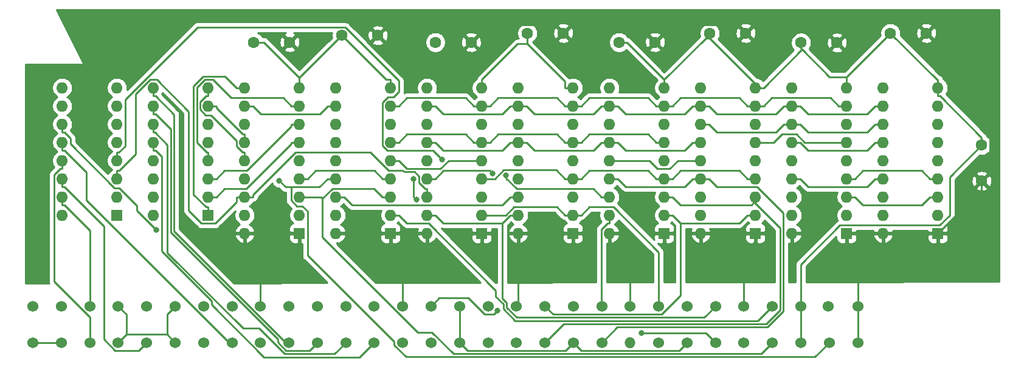
<source format=gbr>
%TF.GenerationSoftware,KiCad,Pcbnew,(5.1.10)-1*%
%TF.CreationDate,2021-06-21T22:38:47-07:00*%
%TF.ProjectId,A1050,41313035-302e-46b6-9963-61645f706362,rev?*%
%TF.SameCoordinates,Original*%
%TF.FileFunction,Copper,L2,Bot*%
%TF.FilePolarity,Positive*%
%FSLAX46Y46*%
G04 Gerber Fmt 4.6, Leading zero omitted, Abs format (unit mm)*
G04 Created by KiCad (PCBNEW (5.1.10)-1) date 2021-06-21 22:38:47*
%MOMM*%
%LPD*%
G01*
G04 APERTURE LIST*
%TA.AperFunction,ComponentPad*%
%ADD10C,1.600000*%
%TD*%
%TA.AperFunction,ComponentPad*%
%ADD11C,1.524000*%
%TD*%
%TA.AperFunction,ComponentPad*%
%ADD12O,1.524000X1.524000*%
%TD*%
%TA.AperFunction,ComponentPad*%
%ADD13O,1.600000X1.600000*%
%TD*%
%TA.AperFunction,ComponentPad*%
%ADD14R,1.600000X1.600000*%
%TD*%
%TA.AperFunction,ViaPad*%
%ADD15C,0.800000*%
%TD*%
%TA.AperFunction,Conductor*%
%ADD16C,0.250000*%
%TD*%
%TA.AperFunction,Conductor*%
%ADD17C,0.254000*%
%TD*%
%TA.AperFunction,Conductor*%
%ADD18C,0.100000*%
%TD*%
G04 APERTURE END LIST*
D10*
%TO.P,C9,2*%
%TO.N,/GND*%
X249555000Y-114998000D03*
%TO.P,C9,1*%
%TO.N,/Vcc*%
X249555000Y-109998000D03*
%TD*%
%TO.P,C8,2*%
%TO.N,/GND*%
X153209000Y-95631000D03*
%TO.P,C8,1*%
%TO.N,/Vcc*%
X148209000Y-95631000D03*
%TD*%
%TO.P,C7,2*%
%TO.N,/GND*%
X165464000Y-94678500D03*
%TO.P,C7,1*%
%TO.N,/Vcc*%
X160464000Y-94678500D03*
%TD*%
%TO.P,C6,2*%
%TO.N,/GND*%
X178482000Y-95631000D03*
%TO.P,C6,1*%
%TO.N,/Vcc*%
X173482000Y-95631000D03*
%TD*%
%TO.P,C5,2*%
%TO.N,/GND*%
X191309000Y-94361000D03*
%TO.P,C5,1*%
%TO.N,/Vcc*%
X186309000Y-94361000D03*
%TD*%
%TO.P,C4,2*%
%TO.N,/GND*%
X204072000Y-95631000D03*
%TO.P,C4,1*%
%TO.N,/Vcc*%
X199072000Y-95631000D03*
%TD*%
%TO.P,C3,2*%
%TO.N,/GND*%
X216709000Y-94361000D03*
%TO.P,C3,1*%
%TO.N,/Vcc*%
X211709000Y-94361000D03*
%TD*%
%TO.P,C2,2*%
%TO.N,/GND*%
X229409000Y-95694500D03*
%TO.P,C2,1*%
%TO.N,/Vcc*%
X224409000Y-95694500D03*
%TD*%
%TO.P,C1,2*%
%TO.N,/GND*%
X241855000Y-94361000D03*
%TO.P,C1,1*%
%TO.N,/Vcc*%
X236855000Y-94361000D03*
%TD*%
D11*
%TO.P,J1,2*%
%TO.N,/D15*%
X228219000Y-132461000D03*
%TO.P,J1,1*%
%TO.N,/GND*%
X232299000Y-132461000D03*
%TO.P,J1,3*%
%TO.N,/Vcc*%
X224379000Y-132461000D03*
%TO.P,J1,4*%
%TO.N,/D12*%
X220419000Y-132461000D03*
%TO.P,J1,5*%
%TO.N,/GND*%
X216459000Y-132461000D03*
%TO.P,J1,10*%
%TO.N,/D7*%
X196659000Y-132461000D03*
%TO.P,J1,9*%
%TO.N,/GND*%
X200619000Y-132461000D03*
%TO.P,J1,8*%
%TO.N,/D8*%
X204579000Y-132461000D03*
%TO.P,J1,6*%
%TO.N,/D11*%
X212499000Y-132461000D03*
%TO.P,J1,7*%
%TO.N,/Vcc*%
X208539000Y-132461000D03*
%TO.P,J1,18*%
%TO.N,/A4*%
X164979000Y-132461000D03*
%TO.P,J1,16*%
%TO.N,/D0*%
X172899000Y-132461000D03*
%TO.P,J1,17*%
%TO.N,/GND*%
X168939000Y-132461000D03*
%TO.P,J1,19*%
%TO.N,/A5*%
X161019000Y-132461000D03*
%TO.P,J1,20*%
%TO.N,/A6*%
X157059000Y-132461000D03*
%TO.P,J1,15*%
%TO.N,/Vcc*%
X176859000Y-132461000D03*
%TO.P,J1,14*%
%TO.N,/D3*%
X180819000Y-132461000D03*
%TO.P,J1,13*%
%TO.N,/GND*%
X184779000Y-132461000D03*
%TO.P,J1,11*%
%TO.N,/Vcc*%
X192699000Y-132461000D03*
%TO.P,J1,12*%
%TO.N,/D4*%
X188739000Y-132461000D03*
%TO.P,J1,28*%
%TO.N,/CASL0\u002A*%
X125379000Y-132461000D03*
%TO.P,J1,26*%
%TO.N,/CASU0\u002A*%
X133299000Y-132461000D03*
%TO.P,J1,27*%
%TO.N,/GND*%
X129339000Y-132461000D03*
%TO.P,J1,29*%
%TO.N,/Vcc*%
X121419000Y-132461000D03*
%TO.P,J1,30*%
X117459000Y-132461000D03*
%TO.P,J1,25*%
%TO.N,/GND*%
X137259000Y-132461000D03*
%TO.P,J1,24*%
X141219000Y-132461000D03*
%TO.P,J1,23*%
%TO.N,/RAS\u002A*%
X145179000Y-132461000D03*
%TO.P,J1,21*%
%TO.N,/A7*%
X153099000Y-132461000D03*
%TO.P,J1,22*%
%TO.N,/GND*%
X149139000Y-132461000D03*
%TO.P,J1,Z*%
X149139000Y-137541000D03*
%TO.P,J1,Y*%
%TO.N,/A0*%
X153099000Y-137541000D03*
%TO.P,J1,AA*%
%TO.N,/RRW\u002A*%
X145179000Y-137541000D03*
%TO.P,J1,U*%
%TO.N,/GND*%
X168939000Y-137541000D03*
%TO.P,J1,T*%
%TO.N,/D1*%
X172899000Y-137541000D03*
%TO.P,J1,V*%
%TO.N,/A3*%
X164979000Y-137541000D03*
%TO.P,J1,C*%
%TO.N,/Vcc*%
X224379000Y-137541000D03*
%TO.P,J1,H*%
X208539000Y-137541000D03*
%TO.P,J1,F*%
%TO.N,/D10*%
X212499000Y-137541000D03*
%TO.P,J1,D*%
%TO.N,/D13*%
X220419000Y-137541000D03*
%TO.P,J1,J*%
%TO.N,/D9*%
X204579000Y-137541000D03*
%TO.P,J1,BB*%
%TO.N,/GND*%
X141219000Y-137541000D03*
%TO.P,J1,CC*%
X137259000Y-137541000D03*
%TO.P,J1,JJ*%
%TO.N,/Vcc*%
X117459000Y-137541000D03*
%TO.P,J1,W*%
%TO.N,/A2*%
X161019000Y-137541000D03*
%TO.P,J1,HH*%
%TO.N,/Vcc*%
X121419000Y-137541000D03*
%TO.P,J1,E*%
%TO.N,/GND*%
X216459000Y-137541000D03*
D12*
%TO.P,J1,K*%
X200619000Y-137541000D03*
D11*
%TO.P,J1,EE*%
X129339000Y-137541000D03*
%TO.P,J1,N*%
%TO.N,/D5*%
X188739000Y-137541000D03*
%TO.P,J1,M*%
%TO.N,/Vcc*%
X192699000Y-137541000D03*
%TO.P,J1,R*%
%TO.N,/D2*%
X180819000Y-137541000D03*
%TO.P,J1,DD*%
%TO.N,/CASU1\u002A*%
X133299000Y-137541000D03*
%TO.P,J1,L*%
%TO.N,/D6*%
X196659000Y-137541000D03*
%TO.P,J1,FF*%
%TO.N,/CASL1\u002A*%
X125379000Y-137541000D03*
%TO.P,J1,A*%
%TO.N,/GND*%
X232299000Y-137541000D03*
%TO.P,J1,P*%
X184779000Y-137541000D03*
%TO.P,J1,S*%
%TO.N,/Vcc*%
X176859000Y-137541000D03*
%TO.P,J1,X*%
%TO.N,/A1*%
X157059000Y-137541000D03*
%TO.P,J1,B*%
%TO.N,/D14*%
X228339000Y-137541000D03*
%TD*%
D13*
%TO.P,U8,18*%
%TO.N,/GND*%
X146939000Y-122301000D03*
%TO.P,U8,9*%
%TO.N,/Vcc*%
X154559000Y-101981000D03*
%TO.P,U8,17*%
%TO.N,/D15*%
X146939000Y-119761000D03*
%TO.P,U8,8*%
%TO.N,/A4R*%
X154559000Y-104521000D03*
%TO.P,U8,16*%
%TO.N,/CASU1R\u002A*%
X146939000Y-117221000D03*
%TO.P,U8,7*%
%TO.N,/A5R*%
X154559000Y-107061000D03*
%TO.P,U8,15*%
%TO.N,/D14*%
X146939000Y-114681000D03*
%TO.P,U8,6*%
%TO.N,/A6R*%
X154559000Y-109601000D03*
%TO.P,U8,14*%
%TO.N,/A0R*%
X146939000Y-112141000D03*
%TO.P,U8,5*%
%TO.N,/RASR\u002A*%
X154559000Y-112141000D03*
%TO.P,U8,13*%
%TO.N,/A1R*%
X146939000Y-109601000D03*
%TO.P,U8,4*%
%TO.N,/RRWR\u002A*%
X154559000Y-114681000D03*
%TO.P,U8,12*%
%TO.N,/A2R*%
X146939000Y-107061000D03*
%TO.P,U8,3*%
%TO.N,/D13*%
X154559000Y-117221000D03*
%TO.P,U8,11*%
%TO.N,/A3R*%
X146939000Y-104521000D03*
%TO.P,U8,2*%
%TO.N,/D12*%
X154559000Y-119761000D03*
%TO.P,U8,10*%
%TO.N,/A7R*%
X146939000Y-101981000D03*
D14*
%TO.P,U8,1*%
%TO.N,/GND*%
X154559000Y-122301000D03*
%TD*%
D13*
%TO.P,U7,18*%
%TO.N,/GND*%
X159639000Y-122301000D03*
%TO.P,U7,9*%
%TO.N,/Vcc*%
X167259000Y-101981000D03*
%TO.P,U7,17*%
%TO.N,/D15*%
X159639000Y-119761000D03*
%TO.P,U7,8*%
%TO.N,/A4R*%
X167259000Y-104521000D03*
%TO.P,U7,16*%
%TO.N,/CASU0R\u002A*%
X159639000Y-117221000D03*
%TO.P,U7,7*%
%TO.N,/A5R*%
X167259000Y-107061000D03*
%TO.P,U7,15*%
%TO.N,/D14*%
X159639000Y-114681000D03*
%TO.P,U7,6*%
%TO.N,/A6R*%
X167259000Y-109601000D03*
%TO.P,U7,14*%
%TO.N,/A0R*%
X159639000Y-112141000D03*
%TO.P,U7,5*%
%TO.N,/RASR\u002A*%
X167259000Y-112141000D03*
%TO.P,U7,13*%
%TO.N,/A1R*%
X159639000Y-109601000D03*
%TO.P,U7,4*%
%TO.N,/RRWR\u002A*%
X167259000Y-114681000D03*
%TO.P,U7,12*%
%TO.N,/A2R*%
X159639000Y-107061000D03*
%TO.P,U7,3*%
%TO.N,/D13*%
X167259000Y-117221000D03*
%TO.P,U7,11*%
%TO.N,/A3R*%
X159639000Y-104521000D03*
%TO.P,U7,2*%
%TO.N,/D12*%
X167259000Y-119761000D03*
%TO.P,U7,10*%
%TO.N,/A7R*%
X159639000Y-101981000D03*
D14*
%TO.P,U7,1*%
%TO.N,/GND*%
X167259000Y-122301000D03*
%TD*%
D13*
%TO.P,U6,18*%
%TO.N,/GND*%
X172339000Y-122301000D03*
%TO.P,U6,9*%
%TO.N,/Vcc*%
X179959000Y-101981000D03*
%TO.P,U6,17*%
%TO.N,/D11*%
X172339000Y-119761000D03*
%TO.P,U6,8*%
%TO.N,/A4R*%
X179959000Y-104521000D03*
%TO.P,U6,16*%
%TO.N,/CASU1R\u002A*%
X172339000Y-117221000D03*
%TO.P,U6,7*%
%TO.N,/A5R*%
X179959000Y-107061000D03*
%TO.P,U6,15*%
%TO.N,/D10*%
X172339000Y-114681000D03*
%TO.P,U6,6*%
%TO.N,/A6R*%
X179959000Y-109601000D03*
%TO.P,U6,14*%
%TO.N,/A0R*%
X172339000Y-112141000D03*
%TO.P,U6,5*%
%TO.N,/RASR\u002A*%
X179959000Y-112141000D03*
%TO.P,U6,13*%
%TO.N,/A1R*%
X172339000Y-109601000D03*
%TO.P,U6,4*%
%TO.N,/RRWR\u002A*%
X179959000Y-114681000D03*
%TO.P,U6,12*%
%TO.N,/A2R*%
X172339000Y-107061000D03*
%TO.P,U6,3*%
%TO.N,/D9*%
X179959000Y-117221000D03*
%TO.P,U6,11*%
%TO.N,/A3R*%
X172339000Y-104521000D03*
%TO.P,U6,2*%
%TO.N,/D8*%
X179959000Y-119761000D03*
%TO.P,U6,10*%
%TO.N,/A7R*%
X172339000Y-101981000D03*
D14*
%TO.P,U6,1*%
%TO.N,/GND*%
X179959000Y-122301000D03*
%TD*%
D13*
%TO.P,U5,18*%
%TO.N,/GND*%
X185039000Y-122301000D03*
%TO.P,U5,9*%
%TO.N,/Vcc*%
X192659000Y-101981000D03*
%TO.P,U5,17*%
%TO.N,/D11*%
X185039000Y-119761000D03*
%TO.P,U5,8*%
%TO.N,/A4R*%
X192659000Y-104521000D03*
%TO.P,U5,16*%
%TO.N,/CASU0R\u002A*%
X185039000Y-117221000D03*
%TO.P,U5,7*%
%TO.N,/A5R*%
X192659000Y-107061000D03*
%TO.P,U5,15*%
%TO.N,/D10*%
X185039000Y-114681000D03*
%TO.P,U5,6*%
%TO.N,/A6R*%
X192659000Y-109601000D03*
%TO.P,U5,14*%
%TO.N,/A0R*%
X185039000Y-112141000D03*
%TO.P,U5,5*%
%TO.N,/RASR\u002A*%
X192659000Y-112141000D03*
%TO.P,U5,13*%
%TO.N,/A1R*%
X185039000Y-109601000D03*
%TO.P,U5,4*%
%TO.N,/RRWR\u002A*%
X192659000Y-114681000D03*
%TO.P,U5,12*%
%TO.N,/A2R*%
X185039000Y-107061000D03*
%TO.P,U5,3*%
%TO.N,/D9*%
X192659000Y-117221000D03*
%TO.P,U5,11*%
%TO.N,/A3R*%
X185039000Y-104521000D03*
%TO.P,U5,2*%
%TO.N,/D8*%
X192659000Y-119761000D03*
%TO.P,U5,10*%
%TO.N,/A7R*%
X185039000Y-101981000D03*
D14*
%TO.P,U5,1*%
%TO.N,/GND*%
X192659000Y-122301000D03*
%TD*%
D13*
%TO.P,U4,18*%
%TO.N,/GND*%
X197739000Y-122301000D03*
%TO.P,U4,9*%
%TO.N,/Vcc*%
X205359000Y-101981000D03*
%TO.P,U4,17*%
%TO.N,/D7*%
X197739000Y-119761000D03*
%TO.P,U4,8*%
%TO.N,/A4R*%
X205359000Y-104521000D03*
%TO.P,U4,16*%
%TO.N,/CASL1R\u002A*%
X197739000Y-117221000D03*
%TO.P,U4,7*%
%TO.N,/A5R*%
X205359000Y-107061000D03*
%TO.P,U4,15*%
%TO.N,/D6*%
X197739000Y-114681000D03*
%TO.P,U4,6*%
%TO.N,/A6R*%
X205359000Y-109601000D03*
%TO.P,U4,14*%
%TO.N,/A0R*%
X197739000Y-112141000D03*
%TO.P,U4,5*%
%TO.N,/RASR\u002A*%
X205359000Y-112141000D03*
%TO.P,U4,13*%
%TO.N,/A1R*%
X197739000Y-109601000D03*
%TO.P,U4,4*%
%TO.N,/RRWR\u002A*%
X205359000Y-114681000D03*
%TO.P,U4,12*%
%TO.N,/A2R*%
X197739000Y-107061000D03*
%TO.P,U4,3*%
%TO.N,/D5*%
X205359000Y-117221000D03*
%TO.P,U4,11*%
%TO.N,/A3R*%
X197739000Y-104521000D03*
%TO.P,U4,2*%
%TO.N,/D4*%
X205359000Y-119761000D03*
%TO.P,U4,10*%
%TO.N,/A7R*%
X197739000Y-101981000D03*
D14*
%TO.P,U4,1*%
%TO.N,/GND*%
X205359000Y-122301000D03*
%TD*%
D13*
%TO.P,U3,18*%
%TO.N,/GND*%
X210439000Y-122301000D03*
%TO.P,U3,9*%
%TO.N,/Vcc*%
X218059000Y-101981000D03*
%TO.P,U3,17*%
%TO.N,/D7*%
X210439000Y-119761000D03*
%TO.P,U3,8*%
%TO.N,/A4R*%
X218059000Y-104521000D03*
%TO.P,U3,16*%
%TO.N,/CASL0R\u002A*%
X210439000Y-117221000D03*
%TO.P,U3,7*%
%TO.N,/A5R*%
X218059000Y-107061000D03*
%TO.P,U3,15*%
%TO.N,/D6*%
X210439000Y-114681000D03*
%TO.P,U3,6*%
%TO.N,/A6R*%
X218059000Y-109601000D03*
%TO.P,U3,14*%
%TO.N,/A0R*%
X210439000Y-112141000D03*
%TO.P,U3,5*%
%TO.N,/RASR\u002A*%
X218059000Y-112141000D03*
%TO.P,U3,13*%
%TO.N,/A1R*%
X210439000Y-109601000D03*
%TO.P,U3,4*%
%TO.N,/RRWR\u002A*%
X218059000Y-114681000D03*
%TO.P,U3,12*%
%TO.N,/A2R*%
X210439000Y-107061000D03*
%TO.P,U3,3*%
%TO.N,/D5*%
X218059000Y-117221000D03*
%TO.P,U3,11*%
%TO.N,/A3R*%
X210439000Y-104521000D03*
%TO.P,U3,2*%
%TO.N,/D4*%
X218059000Y-119761000D03*
%TO.P,U3,10*%
%TO.N,/A7R*%
X210439000Y-101981000D03*
D14*
%TO.P,U3,1*%
%TO.N,/GND*%
X218059000Y-122301000D03*
%TD*%
D13*
%TO.P,U2,18*%
%TO.N,/GND*%
X223139000Y-122301000D03*
%TO.P,U2,9*%
%TO.N,/Vcc*%
X230759000Y-101981000D03*
%TO.P,U2,17*%
%TO.N,/D3*%
X223139000Y-119761000D03*
%TO.P,U2,8*%
%TO.N,/A4R*%
X230759000Y-104521000D03*
%TO.P,U2,16*%
%TO.N,/CASL1R\u002A*%
X223139000Y-117221000D03*
%TO.P,U2,7*%
%TO.N,/A5R*%
X230759000Y-107061000D03*
%TO.P,U2,15*%
%TO.N,/D2*%
X223139000Y-114681000D03*
%TO.P,U2,6*%
%TO.N,/A6R*%
X230759000Y-109601000D03*
%TO.P,U2,14*%
%TO.N,/A0R*%
X223139000Y-112141000D03*
%TO.P,U2,5*%
%TO.N,/RASR\u002A*%
X230759000Y-112141000D03*
%TO.P,U2,13*%
%TO.N,/A1R*%
X223139000Y-109601000D03*
%TO.P,U2,4*%
%TO.N,/RRWR\u002A*%
X230759000Y-114681000D03*
%TO.P,U2,12*%
%TO.N,/A2R*%
X223139000Y-107061000D03*
%TO.P,U2,3*%
%TO.N,/D1*%
X230759000Y-117221000D03*
%TO.P,U2,11*%
%TO.N,/A3R*%
X223139000Y-104521000D03*
%TO.P,U2,2*%
%TO.N,/D0*%
X230759000Y-119761000D03*
%TO.P,U2,10*%
%TO.N,/A7R*%
X223139000Y-101981000D03*
D14*
%TO.P,U2,1*%
%TO.N,/GND*%
X230759000Y-122301000D03*
%TD*%
D13*
%TO.P,U1,18*%
%TO.N,/GND*%
X235839000Y-122301000D03*
%TO.P,U1,9*%
%TO.N,/Vcc*%
X243459000Y-101981000D03*
%TO.P,U1,17*%
%TO.N,/D3*%
X235839000Y-119761000D03*
%TO.P,U1,8*%
%TO.N,/A4R*%
X243459000Y-104521000D03*
%TO.P,U1,16*%
%TO.N,/CASL0R\u002A*%
X235839000Y-117221000D03*
%TO.P,U1,7*%
%TO.N,/A5R*%
X243459000Y-107061000D03*
%TO.P,U1,15*%
%TO.N,/D2*%
X235839000Y-114681000D03*
%TO.P,U1,6*%
%TO.N,/A6R*%
X243459000Y-109601000D03*
%TO.P,U1,14*%
%TO.N,/A0R*%
X235839000Y-112141000D03*
%TO.P,U1,5*%
%TO.N,/RASR\u002A*%
X243459000Y-112141000D03*
%TO.P,U1,13*%
%TO.N,/A1R*%
X235839000Y-109601000D03*
%TO.P,U1,4*%
%TO.N,/RRWR\u002A*%
X243459000Y-114681000D03*
%TO.P,U1,12*%
%TO.N,/A2R*%
X235839000Y-107061000D03*
%TO.P,U1,3*%
%TO.N,/D1*%
X243459000Y-117221000D03*
%TO.P,U1,11*%
%TO.N,/A3R*%
X235839000Y-104521000D03*
%TO.P,U1,2*%
%TO.N,/D0*%
X243459000Y-119761000D03*
%TO.P,U1,10*%
%TO.N,/A7R*%
X235839000Y-101981000D03*
D14*
%TO.P,U1,1*%
%TO.N,/GND*%
X243459000Y-122301000D03*
%TD*%
D13*
%TO.P,RN2,16*%
%TO.N,/CASU0\u002A*%
X121539000Y-119761000D03*
%TO.P,RN2,8*%
%TO.N,Net-(RN2-Pad8)*%
X129159000Y-101981000D03*
%TO.P,RN2,15*%
%TO.N,/CASL0\u002A*%
X121539000Y-117221000D03*
%TO.P,RN2,7*%
%TO.N,Net-(RN2-Pad7)*%
X129159000Y-104521000D03*
%TO.P,RN2,14*%
%TO.N,/CASU1\u002A*%
X121539000Y-114681000D03*
%TO.P,RN2,6*%
%TO.N,/RASR\u002A*%
X129159000Y-107061000D03*
%TO.P,RN2,13*%
%TO.N,/CASL1\u002A*%
X121539000Y-112141000D03*
%TO.P,RN2,5*%
%TO.N,/RRWR\u002A*%
X129159000Y-109601000D03*
%TO.P,RN2,12*%
%TO.N,/RRW\u002A*%
X121539000Y-109601000D03*
%TO.P,RN2,4*%
%TO.N,/CASL1R\u002A*%
X129159000Y-112141000D03*
%TO.P,RN2,11*%
%TO.N,/RAS\u002A*%
X121539000Y-107061000D03*
%TO.P,RN2,3*%
%TO.N,/CASU1R\u002A*%
X129159000Y-114681000D03*
%TO.P,RN2,10*%
%TO.N,Net-(RN2-Pad10)*%
X121539000Y-104521000D03*
%TO.P,RN2,2*%
%TO.N,/CASL0R\u002A*%
X129159000Y-117221000D03*
%TO.P,RN2,9*%
%TO.N,Net-(RN2-Pad9)*%
X121539000Y-101981000D03*
D14*
%TO.P,RN2,1*%
%TO.N,/CASU0R\u002A*%
X129159000Y-119761000D03*
%TD*%
D13*
%TO.P,RN1,16*%
%TO.N,/A7*%
X134239000Y-119761000D03*
%TO.P,RN1,8*%
%TO.N,/A0R*%
X141859000Y-101981000D03*
%TO.P,RN1,15*%
%TO.N,/A6*%
X134239000Y-117221000D03*
%TO.P,RN1,7*%
%TO.N,/A1R*%
X141859000Y-104521000D03*
%TO.P,RN1,14*%
%TO.N,/A5*%
X134239000Y-114681000D03*
%TO.P,RN1,6*%
%TO.N,/A2R*%
X141859000Y-107061000D03*
%TO.P,RN1,13*%
%TO.N,/A4*%
X134239000Y-112141000D03*
%TO.P,RN1,5*%
%TO.N,/A3R*%
X141859000Y-109601000D03*
%TO.P,RN1,12*%
%TO.N,/A3*%
X134239000Y-109601000D03*
%TO.P,RN1,4*%
%TO.N,/A4R*%
X141859000Y-112141000D03*
%TO.P,RN1,11*%
%TO.N,/A2*%
X134239000Y-107061000D03*
%TO.P,RN1,3*%
%TO.N,/A5R*%
X141859000Y-114681000D03*
%TO.P,RN1,10*%
%TO.N,/A1*%
X134239000Y-104521000D03*
%TO.P,RN1,2*%
%TO.N,/A6R*%
X141859000Y-117221000D03*
%TO.P,RN1,9*%
%TO.N,/A0*%
X134239000Y-101981000D03*
D14*
%TO.P,RN1,1*%
%TO.N,/A7R*%
X141859000Y-119761000D03*
%TD*%
D15*
%TO.N,/D14*%
X151731400Y-114949100D03*
%TO.N,/D10*%
X202186600Y-136188200D03*
X170826800Y-117586800D03*
X170468800Y-114681000D03*
X181471200Y-113942600D03*
%TO.N,/D0*%
X182157400Y-133083100D03*
%TO.N,/RAS\u002A*%
X134618500Y-121796200D03*
%TO.N,/CASL1R\u002A*%
X183334500Y-114202600D03*
X174428700Y-112011700D03*
%TD*%
D16*
%TO.N,/GND*%
X197739000Y-122301000D02*
X197739000Y-123426300D01*
X197739000Y-123426300D02*
X200619000Y-126306300D01*
X200619000Y-126306300D02*
X200619000Y-132461000D01*
X192659000Y-122301000D02*
X185039000Y-122301000D01*
X191309000Y-94361000D02*
X190182300Y-93234300D01*
X190182300Y-93234300D02*
X180878700Y-93234300D01*
X180878700Y-93234300D02*
X178482000Y-95631000D01*
X168939000Y-122301000D02*
X167259000Y-122301000D01*
X172339000Y-122301000D02*
X168939000Y-122301000D01*
X168939000Y-122301000D02*
X168939000Y-132461000D01*
X136147700Y-136429700D02*
X137259000Y-137541000D01*
X130450300Y-136429700D02*
X136147700Y-136429700D01*
X136147700Y-136429700D02*
X136147700Y-133572300D01*
X136147700Y-133572300D02*
X137259000Y-132461000D01*
X130450300Y-136429700D02*
X129339000Y-137541000D01*
X129339000Y-132461000D02*
X130450300Y-133572300D01*
X130450300Y-133572300D02*
X130450300Y-136429700D01*
X236964300Y-122301000D02*
X243459000Y-122301000D01*
X243459000Y-122301000D02*
X249555000Y-116205000D01*
X249555000Y-116205000D02*
X249555000Y-114998000D01*
X216709000Y-94361000D02*
X215582300Y-93234300D01*
X215582300Y-93234300D02*
X206468700Y-93234300D01*
X206468700Y-93234300D02*
X204072000Y-95631000D01*
X235839000Y-122301000D02*
X236964300Y-122301000D01*
X216459000Y-124226300D02*
X213489600Y-124226300D01*
X213489600Y-124226300D02*
X211564300Y-122301000D01*
X218059000Y-123426300D02*
X217259000Y-124226300D01*
X217259000Y-124226300D02*
X216459000Y-124226300D01*
X216459000Y-124226300D02*
X216459000Y-132461000D01*
X210439000Y-122301000D02*
X211564300Y-122301000D01*
X149139000Y-125626300D02*
X149139000Y-132461000D01*
X146939000Y-123426300D02*
X149139000Y-125626300D01*
X154559000Y-122301000D02*
X152464300Y-122301000D01*
X152464300Y-122301000D02*
X149139000Y-125626300D01*
X146939000Y-122301000D02*
X146939000Y-123426300D01*
X185039000Y-123426300D02*
X185039000Y-132201000D01*
X185039000Y-132201000D02*
X184779000Y-132461000D01*
X241855000Y-94361000D02*
X250697900Y-103203900D01*
X250697900Y-103203900D02*
X250697900Y-113855100D01*
X250697900Y-113855100D02*
X249555000Y-114998000D01*
X230759000Y-122301000D02*
X230759000Y-123426300D01*
X230759000Y-123426300D02*
X232299000Y-124966300D01*
X232299000Y-124966300D02*
X232299000Y-132461000D01*
X232299000Y-137541000D02*
X232299000Y-132461000D01*
X185039000Y-122301000D02*
X185039000Y-123426300D01*
X218059000Y-122301000D02*
X218059000Y-123426300D01*
%TO.N,/D14*%
X153406000Y-115848500D02*
X152630800Y-115848500D01*
X152630800Y-115848500D02*
X151731400Y-114949100D01*
X158513700Y-114681000D02*
X157346200Y-115848500D01*
X157346200Y-115848500D02*
X153406000Y-115848500D01*
X153406000Y-115848500D02*
X153406000Y-117715800D01*
X153406000Y-117715800D02*
X154181200Y-118491000D01*
X154181200Y-118491000D02*
X154932900Y-118491000D01*
X154932900Y-118491000D02*
X155684400Y-119242500D01*
X155684400Y-119242500D02*
X155684400Y-125402100D01*
X155684400Y-125402100D02*
X167719800Y-137437500D01*
X167719800Y-137437500D02*
X167719800Y-137884200D01*
X167719800Y-137884200D02*
X169397500Y-139561900D01*
X169397500Y-139561900D02*
X226318100Y-139561900D01*
X226318100Y-139561900D02*
X228339000Y-137541000D01*
X159639000Y-114681000D02*
X158513700Y-114681000D01*
%TO.N,/D12*%
X220419000Y-132461000D02*
X218373300Y-134506700D01*
X218373300Y-134506700D02*
X184606900Y-134506700D01*
X184606900Y-134506700D02*
X182953300Y-132853100D01*
X182953300Y-132853100D02*
X182953300Y-132173800D01*
X182953300Y-132173800D02*
X182953200Y-132173800D01*
X182953200Y-132173800D02*
X181906400Y-131127000D01*
X181906400Y-131127000D02*
X181906400Y-130266100D01*
X181906400Y-130266100D02*
X172526600Y-120886300D01*
X172526600Y-120886300D02*
X169509600Y-120886300D01*
X169509600Y-120886300D02*
X168384300Y-119761000D01*
X167259000Y-119761000D02*
X168384300Y-119761000D01*
%TO.N,/D13*%
X167259000Y-117221000D02*
X166133700Y-117221000D01*
X220419000Y-137541000D02*
X218862400Y-139097600D01*
X218862400Y-139097600D02*
X176012400Y-139097600D01*
X176012400Y-139097600D02*
X173011200Y-136096400D01*
X173011200Y-136096400D02*
X171028800Y-136096400D01*
X171028800Y-136096400D02*
X157784100Y-122851700D01*
X157784100Y-122851700D02*
X157784100Y-117413600D01*
X154559000Y-117221000D02*
X157591500Y-117221000D01*
X157591500Y-117221000D02*
X157784100Y-117413600D01*
X166133700Y-117221000D02*
X164950700Y-116038000D01*
X164950700Y-116038000D02*
X159159700Y-116038000D01*
X159159700Y-116038000D02*
X157784100Y-117413600D01*
%TO.N,/D11*%
X212499000Y-132461000D02*
X210903700Y-134056300D01*
X210903700Y-134056300D02*
X184835900Y-134056300D01*
X184835900Y-134056300D02*
X183403600Y-132624000D01*
X183403600Y-132624000D02*
X183403600Y-131987200D01*
X183403600Y-131987200D02*
X182776600Y-131360200D01*
X182776600Y-131360200D02*
X182776500Y-131360200D01*
X182776500Y-131360200D02*
X182776500Y-120898200D01*
X182776500Y-120898200D02*
X174601500Y-120898200D01*
X174601500Y-120898200D02*
X173464300Y-119761000D01*
X183913700Y-119761000D02*
X182776500Y-120898200D01*
X172339000Y-119761000D02*
X173464300Y-119761000D01*
X185039000Y-119761000D02*
X183913700Y-119761000D01*
%TO.N,/D10*%
X212499000Y-137541000D02*
X211146200Y-136188200D01*
X211146200Y-136188200D02*
X202186600Y-136188200D01*
X170468800Y-114681000D02*
X170468800Y-117228800D01*
X170468800Y-117228800D02*
X170826800Y-117586800D01*
X172339000Y-114681000D02*
X173464300Y-114681000D01*
X181471200Y-113942600D02*
X181084300Y-113555700D01*
X181084300Y-113555700D02*
X174589600Y-113555700D01*
X174589600Y-113555700D02*
X173464300Y-114681000D01*
%TO.N,/D8*%
X192659000Y-119761000D02*
X193784300Y-119761000D01*
X193784300Y-119761000D02*
X194909600Y-118635700D01*
X194909600Y-118635700D02*
X198285300Y-118635700D01*
X198285300Y-118635700D02*
X204579000Y-124929400D01*
X204579000Y-124929400D02*
X204579000Y-132461000D01*
X192096400Y-119761000D02*
X192659000Y-119761000D01*
X192096400Y-119761000D02*
X191533700Y-119761000D01*
X191533700Y-119761000D02*
X190400500Y-118627800D01*
X190400500Y-118627800D02*
X184410000Y-118627800D01*
X184410000Y-118627800D02*
X183276800Y-119761000D01*
X183276800Y-119761000D02*
X179959000Y-119761000D01*
%TO.N,/D7*%
X197739000Y-119761000D02*
X197739000Y-120886300D01*
X197739000Y-120886300D02*
X197457700Y-120886300D01*
X197457700Y-120886300D02*
X196599100Y-121744900D01*
X196599100Y-121744900D02*
X196599100Y-132401100D01*
X196599100Y-132401100D02*
X196659000Y-132461000D01*
%TO.N,/D6*%
X210439000Y-114681000D02*
X211564300Y-114681000D01*
X211564300Y-114681000D02*
X212689600Y-115806300D01*
X212689600Y-115806300D02*
X218268300Y-115806300D01*
X218268300Y-115806300D02*
X221956800Y-119494800D01*
X221956800Y-119494800D02*
X221956800Y-133174700D01*
X221956800Y-133174700D02*
X219724000Y-135407500D01*
X219724000Y-135407500D02*
X198792500Y-135407500D01*
X198792500Y-135407500D02*
X196659000Y-137541000D01*
X209876400Y-114681000D02*
X210439000Y-114681000D01*
X209313700Y-114681000D02*
X208188400Y-115806300D01*
X208188400Y-115806300D02*
X199989600Y-115806300D01*
X199989600Y-115806300D02*
X198864300Y-114681000D01*
X209876400Y-114681000D02*
X209313700Y-114681000D01*
X197739000Y-114681000D02*
X198864300Y-114681000D01*
%TO.N,/D4*%
X207609600Y-120886300D02*
X206484300Y-119761000D01*
X216933700Y-119761000D02*
X215808400Y-120886300D01*
X215808400Y-120886300D02*
X207609600Y-120886300D01*
X207609600Y-120886300D02*
X207609600Y-130984400D01*
X207609600Y-130984400D02*
X204988100Y-133605900D01*
X204988100Y-133605900D02*
X189883900Y-133605900D01*
X189883900Y-133605900D02*
X188739000Y-132461000D01*
X205359000Y-119761000D02*
X206484300Y-119761000D01*
X218059000Y-119761000D02*
X216933700Y-119761000D01*
%TO.N,/D5*%
X217882900Y-117959700D02*
X221506400Y-121583200D01*
X221506400Y-121583200D02*
X221506400Y-132988200D01*
X221506400Y-132988200D02*
X219537500Y-134957100D01*
X219537500Y-134957100D02*
X191322900Y-134957100D01*
X191322900Y-134957100D02*
X188739000Y-137541000D01*
X217882900Y-117959700D02*
X217496300Y-118346300D01*
X217496300Y-118346300D02*
X207609600Y-118346300D01*
X207609600Y-118346300D02*
X206484300Y-117221000D01*
X218059000Y-117783600D02*
X217882900Y-117959700D01*
X205359000Y-117221000D02*
X206484300Y-117221000D01*
X218059000Y-117221000D02*
X218059000Y-117783600D01*
%TO.N,/D2*%
X223139000Y-114681000D02*
X224264300Y-114681000D01*
X235839000Y-114681000D02*
X234713700Y-114681000D01*
X234713700Y-114681000D02*
X233588400Y-115806300D01*
X233588400Y-115806300D02*
X225389600Y-115806300D01*
X225389600Y-115806300D02*
X224264300Y-114681000D01*
%TO.N,/D0*%
X172899000Y-132461000D02*
X174023900Y-131336100D01*
X174023900Y-131336100D02*
X178087300Y-131336100D01*
X178087300Y-131336100D02*
X180330000Y-133578800D01*
X180330000Y-133578800D02*
X181661700Y-133578800D01*
X181661700Y-133578800D02*
X182157400Y-133083100D01*
%TO.N,/D1*%
X230759000Y-117221000D02*
X231884300Y-117221000D01*
X243459000Y-117221000D02*
X242333700Y-117221000D01*
X242333700Y-117221000D02*
X241208400Y-118346300D01*
X241208400Y-118346300D02*
X233009600Y-118346300D01*
X233009600Y-118346300D02*
X231884300Y-117221000D01*
%TO.N,/A3*%
X134239000Y-109601000D02*
X134239000Y-110726300D01*
X134239000Y-110726300D02*
X134520400Y-110726300D01*
X134520400Y-110726300D02*
X135364300Y-111570200D01*
X135364300Y-111570200D02*
X135364300Y-124821000D01*
X135364300Y-124821000D02*
X142306400Y-131763100D01*
X142306400Y-131763100D02*
X142306400Y-132261800D01*
X142306400Y-132261800D02*
X149659300Y-139614700D01*
X149659300Y-139614700D02*
X162905300Y-139614700D01*
X162905300Y-139614700D02*
X164979000Y-137541000D01*
%TO.N,/A2*%
X161019000Y-137541000D02*
X159435000Y-139125000D01*
X159435000Y-139125000D02*
X152500000Y-139125000D01*
X152500000Y-139125000D02*
X148923800Y-135548800D01*
X148923800Y-135548800D02*
X146729000Y-135548800D01*
X146729000Y-135548800D02*
X136187900Y-125007700D01*
X136187900Y-125007700D02*
X136187900Y-109938500D01*
X136187900Y-109938500D02*
X134435700Y-108186300D01*
X134435700Y-108186300D02*
X134239000Y-108186300D01*
X134239000Y-107061000D02*
X134239000Y-108186300D01*
%TO.N,/A1*%
X134239000Y-105646300D02*
X134520400Y-105646300D01*
X134520400Y-105646300D02*
X136660700Y-107786600D01*
X136660700Y-107786600D02*
X136660700Y-122165400D01*
X136660700Y-122165400D02*
X151523100Y-137027800D01*
X151523100Y-137027800D02*
X151523100Y-137505200D01*
X151523100Y-137505200D02*
X152690200Y-138672300D01*
X152690200Y-138672300D02*
X155927700Y-138672300D01*
X155927700Y-138672300D02*
X157059000Y-137541000D01*
X134239000Y-104521000D02*
X134239000Y-105646300D01*
%TO.N,/A0*%
X134239000Y-103106300D02*
X134520300Y-103106300D01*
X134520300Y-103106300D02*
X137111100Y-105697100D01*
X137111100Y-105697100D02*
X137111100Y-121978900D01*
X137111100Y-121978900D02*
X152673200Y-137541000D01*
X152673200Y-137541000D02*
X153099000Y-137541000D01*
X134239000Y-101981000D02*
X134239000Y-103106300D01*
%TO.N,/RAS\u002A*%
X121539000Y-108186300D02*
X121820400Y-108186300D01*
X121820400Y-108186300D02*
X122664300Y-109030200D01*
X122664300Y-109030200D02*
X122664300Y-109835400D01*
X122664300Y-109835400D02*
X128779900Y-115951000D01*
X128779900Y-115951000D02*
X129486500Y-115951000D01*
X129486500Y-115951000D02*
X131962600Y-118427100D01*
X131962600Y-118427100D02*
X131962600Y-119140300D01*
X131962600Y-119140300D02*
X134618500Y-121796200D01*
X121539000Y-107061000D02*
X121539000Y-108186300D01*
%TO.N,/RRW\u002A*%
X121539000Y-110726300D02*
X121820400Y-110726300D01*
X121820400Y-110726300D02*
X124888900Y-113794800D01*
X124888900Y-113794800D02*
X124888900Y-117669300D01*
X124888900Y-117669300D02*
X144760600Y-137541000D01*
X144760600Y-137541000D02*
X145179000Y-137541000D01*
X121539000Y-109601000D02*
X121539000Y-110726300D01*
%TO.N,/CASU1\u002A*%
X121539000Y-114681000D02*
X121539000Y-115806300D01*
X121539000Y-115806300D02*
X121820400Y-115806300D01*
X121820400Y-115806300D02*
X127359100Y-121345000D01*
X127359100Y-121345000D02*
X127359100Y-137105900D01*
X127359100Y-137105900D02*
X128901500Y-138648300D01*
X128901500Y-138648300D02*
X132191700Y-138648300D01*
X132191700Y-138648300D02*
X133299000Y-137541000D01*
%TO.N,/CASL0\u002A*%
X121539000Y-117221000D02*
X121539000Y-118346300D01*
X121539000Y-118346300D02*
X121820300Y-118346300D01*
X121820300Y-118346300D02*
X125379000Y-121905000D01*
X125379000Y-121905000D02*
X125379000Y-132461000D01*
%TO.N,/CASL1\u002A*%
X121539000Y-112141000D02*
X121539000Y-113266300D01*
X121539000Y-113266300D02*
X121257700Y-113266300D01*
X121257700Y-113266300D02*
X120398200Y-114125800D01*
X120398200Y-114125800D02*
X120398200Y-129018000D01*
X120398200Y-129018000D02*
X125379000Y-133998800D01*
X125379000Y-133998800D02*
X125379000Y-137541000D01*
%TO.N,/Vcc*%
X176859000Y-137541000D02*
X176859000Y-132461000D01*
X192699000Y-137541000D02*
X191592800Y-138647200D01*
X191592800Y-138647200D02*
X177965200Y-138647200D01*
X177965200Y-138647200D02*
X176859000Y-137541000D01*
X208539000Y-137541000D02*
X207438600Y-138641400D01*
X207438600Y-138641400D02*
X193799400Y-138641400D01*
X193799400Y-138641400D02*
X192699000Y-137541000D01*
X224379000Y-132461000D02*
X224379000Y-126620900D01*
X224379000Y-126620900D02*
X229824300Y-121175600D01*
X229824300Y-121175600D02*
X243719100Y-121175600D01*
X243719100Y-121175600D02*
X245084100Y-119810600D01*
X245084100Y-119810600D02*
X245084100Y-114468900D01*
X245084100Y-114468900D02*
X249555000Y-109998000D01*
X224379000Y-137541000D02*
X224379000Y-132461000D01*
X154559000Y-100583500D02*
X154559000Y-101981000D01*
X160464000Y-94678500D02*
X154559000Y-100583500D01*
X154559000Y-100583500D02*
X149606500Y-95631000D01*
X149606500Y-95631000D02*
X148209000Y-95631000D01*
X243459000Y-103106300D02*
X243740300Y-103106300D01*
X243740300Y-103106300D02*
X249555000Y-108921000D01*
X249555000Y-108921000D02*
X249555000Y-109998000D01*
X211709000Y-95068300D02*
X211709000Y-94361000D01*
X218621700Y-101981000D02*
X211709000Y-95068300D01*
X205359000Y-100855800D02*
X211146500Y-95068300D01*
X211146500Y-95068300D02*
X211709000Y-95068300D01*
X205359000Y-100855800D02*
X200134200Y-95631000D01*
X200134200Y-95631000D02*
X199072000Y-95631000D01*
X205359000Y-100968300D02*
X205359000Y-100855800D01*
X218621700Y-101981000D02*
X219184300Y-101981000D01*
X218059000Y-101981000D02*
X218621700Y-101981000D01*
X205359000Y-101981000D02*
X205359000Y-100968300D01*
X192659000Y-101981000D02*
X191533700Y-101981000D01*
X186309000Y-95873500D02*
X184941200Y-95873500D01*
X184941200Y-95873500D02*
X179959000Y-100855700D01*
X191533700Y-101981000D02*
X191533700Y-101098200D01*
X191533700Y-101098200D02*
X186309000Y-95873500D01*
X186309000Y-95873500D02*
X186309000Y-94361000D01*
X167259000Y-101981000D02*
X167259000Y-100855700D01*
X167259000Y-100855700D02*
X166641200Y-100855700D01*
X166641200Y-100855700D02*
X160464000Y-94678500D01*
X224529500Y-96635800D02*
X224409000Y-96515400D01*
X224409000Y-96515400D02*
X224409000Y-95694500D01*
X230759000Y-100457000D02*
X228350600Y-100457000D01*
X228350600Y-100457000D02*
X224529500Y-96635800D01*
X224529500Y-96635800D02*
X219184300Y-101981000D01*
X179959000Y-101981000D02*
X179959000Y-100855700D01*
X121419000Y-137541000D02*
X117459000Y-137541000D01*
X243459000Y-101981000D02*
X243459000Y-100855700D01*
X236855000Y-94361000D02*
X243349700Y-100855700D01*
X243349700Y-100855700D02*
X243459000Y-100855700D01*
X230759000Y-100457000D02*
X236855000Y-94361000D01*
X230759000Y-101981000D02*
X230759000Y-100457000D01*
X243459000Y-101981000D02*
X243459000Y-103106300D01*
%TO.N,/A4R*%
X154559000Y-104521000D02*
X153433700Y-104521000D01*
X141859000Y-112141000D02*
X141859000Y-111015700D01*
X141859000Y-111015700D02*
X141670100Y-111015700D01*
X141670100Y-111015700D02*
X140274700Y-109620300D01*
X140274700Y-109620300D02*
X140274700Y-101968000D01*
X140274700Y-101968000D02*
X141387000Y-100855700D01*
X141387000Y-100855700D02*
X142534000Y-100855700D01*
X142534000Y-100855700D02*
X145074000Y-103395700D01*
X145074000Y-103395700D02*
X152308400Y-103395700D01*
X152308400Y-103395700D02*
X153433700Y-104521000D01*
X219184300Y-104521000D02*
X220309600Y-103395700D01*
X220309600Y-103395700D02*
X228508400Y-103395700D01*
X228508400Y-103395700D02*
X229633700Y-104521000D01*
X167259000Y-104521000D02*
X168384300Y-104521000D01*
X179959000Y-104521000D02*
X178833700Y-104521000D01*
X178833700Y-104521000D02*
X177708400Y-103395700D01*
X177708400Y-103395700D02*
X169509600Y-103395700D01*
X169509600Y-103395700D02*
X168384300Y-104521000D01*
X180521700Y-104521000D02*
X179959000Y-104521000D01*
X180521700Y-104521000D02*
X181084300Y-104521000D01*
X192659000Y-104521000D02*
X191533700Y-104521000D01*
X191533700Y-104521000D02*
X190408400Y-103395700D01*
X190408400Y-103395700D02*
X182209600Y-103395700D01*
X182209600Y-103395700D02*
X181084300Y-104521000D01*
X193221700Y-104521000D02*
X192659000Y-104521000D01*
X193221700Y-104521000D02*
X193784300Y-104521000D01*
X205359000Y-104521000D02*
X204233700Y-104521000D01*
X204233700Y-104521000D02*
X203108400Y-103395700D01*
X203108400Y-103395700D02*
X194909600Y-103395700D01*
X194909600Y-103395700D02*
X193784300Y-104521000D01*
X205921700Y-104521000D02*
X205359000Y-104521000D01*
X205921700Y-104521000D02*
X206484300Y-104521000D01*
X218059000Y-104521000D02*
X216933700Y-104521000D01*
X216933700Y-104521000D02*
X215808400Y-103395700D01*
X215808400Y-103395700D02*
X207609600Y-103395700D01*
X207609600Y-103395700D02*
X206484300Y-104521000D01*
X218621700Y-104521000D02*
X218059000Y-104521000D01*
X218621700Y-104521000D02*
X219184300Y-104521000D01*
X230759000Y-104521000D02*
X229633700Y-104521000D01*
%TO.N,/A5R*%
X154559000Y-107061000D02*
X153433700Y-107061000D01*
X141859000Y-114681000D02*
X142984300Y-114681000D01*
X142984300Y-114681000D02*
X144109600Y-113555700D01*
X144109600Y-113555700D02*
X147220300Y-113555700D01*
X147220300Y-113555700D02*
X153433700Y-107342300D01*
X153433700Y-107342300D02*
X153433700Y-107061000D01*
%TO.N,/A6R*%
X154559000Y-109601000D02*
X153433700Y-109601000D01*
X141859000Y-117221000D02*
X142984300Y-117221000D01*
X142984300Y-117221000D02*
X144109600Y-116095700D01*
X144109600Y-116095700D02*
X147146600Y-116095700D01*
X147146600Y-116095700D02*
X153433700Y-109808600D01*
X153433700Y-109808600D02*
X153433700Y-109601000D01*
X218059000Y-109601000D02*
X220603700Y-109601000D01*
X220603700Y-109601000D02*
X221736900Y-108467800D01*
X221736900Y-108467800D02*
X223768000Y-108467800D01*
X223768000Y-108467800D02*
X224901200Y-109601000D01*
X224901200Y-109601000D02*
X230759000Y-109601000D01*
X179959000Y-109601000D02*
X178833700Y-109601000D01*
X167259000Y-109601000D02*
X168384300Y-109601000D01*
X168384300Y-109601000D02*
X169509600Y-108475700D01*
X169509600Y-108475700D02*
X177708400Y-108475700D01*
X177708400Y-108475700D02*
X178833700Y-109601000D01*
X192659000Y-109601000D02*
X191533700Y-109601000D01*
X179959000Y-109601000D02*
X181084300Y-109601000D01*
X181084300Y-109601000D02*
X182209600Y-108475700D01*
X182209600Y-108475700D02*
X190408400Y-108475700D01*
X190408400Y-108475700D02*
X191533700Y-109601000D01*
X193221700Y-109601000D02*
X192659000Y-109601000D01*
X193221700Y-109601000D02*
X193784300Y-109601000D01*
X205359000Y-109601000D02*
X204233700Y-109601000D01*
X204233700Y-109601000D02*
X203108400Y-108475700D01*
X203108400Y-108475700D02*
X194909600Y-108475700D01*
X194909600Y-108475700D02*
X193784300Y-109601000D01*
%TO.N,/A0R*%
X146939000Y-112141000D02*
X146939000Y-111015700D01*
X141859000Y-101981000D02*
X141859000Y-103106300D01*
X141859000Y-103106300D02*
X141577700Y-103106300D01*
X141577700Y-103106300D02*
X140725100Y-103958900D01*
X140725100Y-103958900D02*
X140725100Y-105011500D01*
X140725100Y-105011500D02*
X141505300Y-105791700D01*
X141505300Y-105791700D02*
X142261200Y-105791700D01*
X142261200Y-105791700D02*
X145813700Y-109344200D01*
X145813700Y-109344200D02*
X145813700Y-110171800D01*
X145813700Y-110171800D02*
X146657600Y-111015700D01*
X146657600Y-111015700D02*
X146939000Y-111015700D01*
X210439000Y-112141000D02*
X209313700Y-112141000D01*
X209313700Y-112141000D02*
X207257500Y-112141000D01*
X207257500Y-112141000D02*
X206121200Y-113277300D01*
X206121200Y-113277300D02*
X204405600Y-113277300D01*
X204405600Y-113277300D02*
X203269300Y-112141000D01*
X203269300Y-112141000D02*
X198864300Y-112141000D01*
X197739000Y-112141000D02*
X198864300Y-112141000D01*
%TO.N,/RASR\u002A*%
X168384300Y-112141000D02*
X169520600Y-113277300D01*
X169520600Y-113277300D02*
X174188900Y-113277300D01*
X174188900Y-113277300D02*
X175325200Y-112141000D01*
X175325200Y-112141000D02*
X179959000Y-112141000D01*
X167259000Y-112141000D02*
X168384300Y-112141000D01*
%TO.N,/A1R*%
X146939000Y-109601000D02*
X146939000Y-108475700D01*
X141859000Y-104521000D02*
X142984300Y-104521000D01*
X142984300Y-104521000D02*
X142984300Y-104802300D01*
X142984300Y-104802300D02*
X146657700Y-108475700D01*
X146657700Y-108475700D02*
X146939000Y-108475700D01*
X185039000Y-109601000D02*
X183913700Y-109601000D01*
X172339000Y-109601000D02*
X173464300Y-109601000D01*
X173464300Y-109601000D02*
X174589600Y-110726300D01*
X174589600Y-110726300D02*
X182788400Y-110726300D01*
X182788400Y-110726300D02*
X183913700Y-109601000D01*
X197739000Y-109601000D02*
X196613700Y-109601000D01*
X185039000Y-109601000D02*
X186164300Y-109601000D01*
X186164300Y-109601000D02*
X187289600Y-110726300D01*
X187289600Y-110726300D02*
X195488400Y-110726300D01*
X195488400Y-110726300D02*
X196613700Y-109601000D01*
X235839000Y-109601000D02*
X234713700Y-109601000D01*
X223139000Y-109601000D02*
X224264300Y-109601000D01*
X224264300Y-109601000D02*
X225389600Y-110726300D01*
X225389600Y-110726300D02*
X233588400Y-110726300D01*
X233588400Y-110726300D02*
X234713700Y-109601000D01*
X210439000Y-109601000D02*
X209313700Y-109601000D01*
X197739000Y-109601000D02*
X198864300Y-109601000D01*
X198864300Y-109601000D02*
X199989600Y-110726300D01*
X199989600Y-110726300D02*
X208188400Y-110726300D01*
X208188400Y-110726300D02*
X209313700Y-109601000D01*
%TO.N,/RRWR\u002A*%
X191533700Y-114681000D02*
X190330000Y-113477300D01*
X190330000Y-113477300D02*
X182962300Y-113477300D01*
X182962300Y-113477300D02*
X181758600Y-114681000D01*
X181758600Y-114681000D02*
X181084300Y-114681000D01*
X154559000Y-114681000D02*
X155684300Y-114681000D01*
X167259000Y-114681000D02*
X166133700Y-114681000D01*
X155684300Y-114681000D02*
X156809600Y-113555700D01*
X156809600Y-113555700D02*
X165008400Y-113555700D01*
X165008400Y-113555700D02*
X166133700Y-114681000D01*
X218059000Y-114681000D02*
X216933700Y-114681000D01*
X205359000Y-114681000D02*
X206484300Y-114681000D01*
X206484300Y-114681000D02*
X207609600Y-113555700D01*
X207609600Y-113555700D02*
X215808400Y-113555700D01*
X215808400Y-113555700D02*
X216933700Y-114681000D01*
X204796400Y-114681000D02*
X205359000Y-114681000D01*
X204796400Y-114681000D02*
X204233700Y-114681000D01*
X243459000Y-114681000D02*
X242333700Y-114681000D01*
X230759000Y-114681000D02*
X231884300Y-114681000D01*
X231884300Y-114681000D02*
X233009600Y-113555700D01*
X233009600Y-113555700D02*
X241208400Y-113555700D01*
X241208400Y-113555700D02*
X242333700Y-114681000D01*
X193784300Y-114681000D02*
X194909600Y-113555700D01*
X194909600Y-113555700D02*
X203108400Y-113555700D01*
X203108400Y-113555700D02*
X204233700Y-114681000D01*
X192659000Y-114681000D02*
X193784300Y-114681000D01*
X192096400Y-114681000D02*
X192659000Y-114681000D01*
X192096400Y-114681000D02*
X191533700Y-114681000D01*
X179959000Y-114681000D02*
X181084300Y-114681000D01*
%TO.N,/A2R*%
X235839000Y-107061000D02*
X234713700Y-107061000D01*
X223139000Y-107061000D02*
X222013700Y-107061000D01*
X223139000Y-107061000D02*
X224264300Y-107061000D01*
X224264300Y-107061000D02*
X225389600Y-108186300D01*
X225389600Y-108186300D02*
X233588400Y-108186300D01*
X233588400Y-108186300D02*
X234713700Y-107061000D01*
X211564300Y-107061000D02*
X212689600Y-108186300D01*
X212689600Y-108186300D02*
X220888400Y-108186300D01*
X220888400Y-108186300D02*
X222013700Y-107061000D01*
X210439000Y-107061000D02*
X211564300Y-107061000D01*
%TO.N,/A3R*%
X146939000Y-104521000D02*
X148064300Y-104521000D01*
X159639000Y-104521000D02*
X158513700Y-104521000D01*
X158513700Y-104521000D02*
X157388400Y-105646300D01*
X157388400Y-105646300D02*
X149189600Y-105646300D01*
X149189600Y-105646300D02*
X148064300Y-104521000D01*
X210439000Y-104521000D02*
X209313700Y-104521000D01*
X197739000Y-104521000D02*
X198864300Y-104521000D01*
X198864300Y-104521000D02*
X199989600Y-105646300D01*
X199989600Y-105646300D02*
X208188400Y-105646300D01*
X208188400Y-105646300D02*
X209313700Y-104521000D01*
X197176400Y-104521000D02*
X197739000Y-104521000D01*
X185039000Y-104521000D02*
X183913700Y-104521000D01*
X172339000Y-104521000D02*
X173464300Y-104521000D01*
X173464300Y-104521000D02*
X174589600Y-105646300D01*
X174589600Y-105646300D02*
X182788400Y-105646300D01*
X182788400Y-105646300D02*
X183913700Y-104521000D01*
X235839000Y-104521000D02*
X234713700Y-104521000D01*
X223139000Y-104521000D02*
X224264300Y-104521000D01*
X224264300Y-104521000D02*
X225389600Y-105646300D01*
X225389600Y-105646300D02*
X233588400Y-105646300D01*
X233588400Y-105646300D02*
X234713700Y-104521000D01*
X222576400Y-104521000D02*
X223139000Y-104521000D01*
X222576400Y-104521000D02*
X222013700Y-104521000D01*
X210439000Y-104521000D02*
X211564300Y-104521000D01*
X211564300Y-104521000D02*
X212689600Y-105646300D01*
X212689600Y-105646300D02*
X220888400Y-105646300D01*
X220888400Y-105646300D02*
X222013700Y-104521000D01*
X197176400Y-104521000D02*
X196613700Y-104521000D01*
X185039000Y-104521000D02*
X186164300Y-104521000D01*
X186164300Y-104521000D02*
X187289600Y-105646300D01*
X187289600Y-105646300D02*
X195488400Y-105646300D01*
X195488400Y-105646300D02*
X196613700Y-104521000D01*
%TO.N,/A7R*%
X146939000Y-101981000D02*
X145813700Y-101981000D01*
X141859000Y-119761000D02*
X141859000Y-118635700D01*
X141859000Y-118635700D02*
X141577700Y-118635700D01*
X141577700Y-118635700D02*
X139818400Y-116876400D01*
X139818400Y-116876400D02*
X139818400Y-101734300D01*
X139818400Y-101734300D02*
X141172000Y-100380700D01*
X141172000Y-100380700D02*
X144213400Y-100380700D01*
X144213400Y-100380700D02*
X145813700Y-101981000D01*
%TO.N,/CASL1R\u002A*%
X129159000Y-111015700D02*
X129418400Y-111015700D01*
X129418400Y-111015700D02*
X130284300Y-110149800D01*
X130284300Y-110149800D02*
X130284300Y-103621800D01*
X130284300Y-103621800D02*
X140362500Y-93543600D01*
X140362500Y-93543600D02*
X160933000Y-93543600D01*
X160933000Y-93543600D02*
X168415600Y-101026200D01*
X168415600Y-101026200D02*
X168415600Y-102490300D01*
X168415600Y-102490300D02*
X167654900Y-103251000D01*
X167654900Y-103251000D02*
X166894200Y-103251000D01*
X166894200Y-103251000D02*
X166129000Y-104016200D01*
X166129000Y-104016200D02*
X166129000Y-110088400D01*
X166129000Y-110088400D02*
X166767000Y-110726400D01*
X166767000Y-110726400D02*
X173143400Y-110726400D01*
X173143400Y-110726400D02*
X174428700Y-112011700D01*
X129159000Y-112141000D02*
X129159000Y-111015700D01*
X197739000Y-117221000D02*
X196613700Y-117221000D01*
X183334500Y-114202600D02*
X183334500Y-114591700D01*
X183334500Y-114591700D02*
X184838500Y-116095700D01*
X184838500Y-116095700D02*
X195488400Y-116095700D01*
X195488400Y-116095700D02*
X196613700Y-117221000D01*
%TO.N,/CASU0R\u002A*%
X185039000Y-117221000D02*
X183913700Y-117221000D01*
X159639000Y-117221000D02*
X160764300Y-117221000D01*
X160764300Y-117221000D02*
X161889600Y-118346300D01*
X161889600Y-118346300D02*
X182788400Y-118346300D01*
X182788400Y-118346300D02*
X183913700Y-117221000D01*
%TO.N,/CASU1R\u002A*%
X146939000Y-117221000D02*
X145813700Y-117221000D01*
X129159000Y-114681000D02*
X129159000Y-113555700D01*
X129159000Y-113555700D02*
X129440300Y-113555700D01*
X129440300Y-113555700D02*
X131764900Y-111231100D01*
X131764900Y-111231100D02*
X131764900Y-102850000D01*
X131764900Y-102850000D02*
X133765200Y-100849700D01*
X133765200Y-100849700D02*
X134712400Y-100849700D01*
X134712400Y-100849700D02*
X139147600Y-105284900D01*
X139147600Y-105284900D02*
X139147600Y-119141500D01*
X139147600Y-119141500D02*
X140938600Y-120932500D01*
X140938600Y-120932500D02*
X142805500Y-120932500D01*
X142805500Y-120932500D02*
X145813700Y-117924300D01*
X145813700Y-117924300D02*
X145813700Y-117221000D01*
X146939000Y-117221000D02*
X148064300Y-117221000D01*
X148064300Y-117221000D02*
X148064300Y-116939700D01*
X148064300Y-116939700D02*
X154044400Y-110959600D01*
X154044400Y-110959600D02*
X164403400Y-110959600D01*
X164403400Y-110959600D02*
X166977500Y-113533700D01*
X166977500Y-113533700D02*
X168932900Y-113533700D01*
X168932900Y-113533700D02*
X169136600Y-113737400D01*
X169136600Y-113737400D02*
X170606200Y-113737400D01*
X170606200Y-113737400D02*
X171203800Y-114335000D01*
X171203800Y-114335000D02*
X171203800Y-115218400D01*
X171203800Y-115218400D02*
X172081100Y-116095700D01*
X172081100Y-116095700D02*
X172339000Y-116095700D01*
X172339000Y-117221000D02*
X172339000Y-116095700D01*
%TD*%
D17*
%TO.N,/GND*%
X251968000Y-129032259D02*
X225139000Y-129087102D01*
X225139000Y-126935701D01*
X229323015Y-122751687D01*
X229320928Y-123101000D01*
X229333188Y-123225482D01*
X229369498Y-123345180D01*
X229428463Y-123455494D01*
X229507815Y-123552185D01*
X229604506Y-123631537D01*
X229714820Y-123690502D01*
X229834518Y-123726812D01*
X229959000Y-123739072D01*
X230473250Y-123736000D01*
X230632000Y-123577250D01*
X230632000Y-122428000D01*
X230886000Y-122428000D01*
X230886000Y-123577250D01*
X231044750Y-123736000D01*
X231559000Y-123739072D01*
X231683482Y-123726812D01*
X231803180Y-123690502D01*
X231913494Y-123631537D01*
X232010185Y-123552185D01*
X232089537Y-123455494D01*
X232148502Y-123345180D01*
X232184812Y-123225482D01*
X232197072Y-123101000D01*
X232194379Y-122650039D01*
X234447096Y-122650039D01*
X234487754Y-122784087D01*
X234607963Y-123038420D01*
X234775481Y-123264414D01*
X234983869Y-123453385D01*
X235225119Y-123598070D01*
X235489960Y-123692909D01*
X235712000Y-123571624D01*
X235712000Y-122428000D01*
X235966000Y-122428000D01*
X235966000Y-123571624D01*
X236188040Y-123692909D01*
X236452881Y-123598070D01*
X236694131Y-123453385D01*
X236902519Y-123264414D01*
X237023649Y-123101000D01*
X242020928Y-123101000D01*
X242033188Y-123225482D01*
X242069498Y-123345180D01*
X242128463Y-123455494D01*
X242207815Y-123552185D01*
X242304506Y-123631537D01*
X242414820Y-123690502D01*
X242534518Y-123726812D01*
X242659000Y-123739072D01*
X243173250Y-123736000D01*
X243332000Y-123577250D01*
X243332000Y-122428000D01*
X243586000Y-122428000D01*
X243586000Y-123577250D01*
X243744750Y-123736000D01*
X244259000Y-123739072D01*
X244383482Y-123726812D01*
X244503180Y-123690502D01*
X244613494Y-123631537D01*
X244710185Y-123552185D01*
X244789537Y-123455494D01*
X244848502Y-123345180D01*
X244884812Y-123225482D01*
X244897072Y-123101000D01*
X244894000Y-122586750D01*
X244735250Y-122428000D01*
X243586000Y-122428000D01*
X243332000Y-122428000D01*
X242182750Y-122428000D01*
X242024000Y-122586750D01*
X242020928Y-123101000D01*
X237023649Y-123101000D01*
X237070037Y-123038420D01*
X237190246Y-122784087D01*
X237230904Y-122650039D01*
X237108915Y-122428000D01*
X235966000Y-122428000D01*
X235712000Y-122428000D01*
X234569085Y-122428000D01*
X234447096Y-122650039D01*
X232194379Y-122650039D01*
X232194000Y-122586750D01*
X232035250Y-122428000D01*
X230886000Y-122428000D01*
X230632000Y-122428000D01*
X230612000Y-122428000D01*
X230612000Y-122174000D01*
X230632000Y-122174000D01*
X230632000Y-122154000D01*
X230886000Y-122154000D01*
X230886000Y-122174000D01*
X232035250Y-122174000D01*
X232194000Y-122015250D01*
X232194476Y-121935600D01*
X234452058Y-121935600D01*
X234447096Y-121951961D01*
X234569085Y-122174000D01*
X235712000Y-122174000D01*
X235712000Y-122154000D01*
X235966000Y-122154000D01*
X235966000Y-122174000D01*
X237108915Y-122174000D01*
X237230904Y-121951961D01*
X237225942Y-121935600D01*
X242023524Y-121935600D01*
X242024000Y-122015250D01*
X242182750Y-122174000D01*
X243332000Y-122174000D01*
X243332000Y-122154000D01*
X243586000Y-122154000D01*
X243586000Y-122174000D01*
X244735250Y-122174000D01*
X244894000Y-122015250D01*
X244897072Y-121501000D01*
X244884812Y-121376518D01*
X244848502Y-121256820D01*
X244801192Y-121168310D01*
X245595104Y-120374398D01*
X245624101Y-120350601D01*
X245719074Y-120234876D01*
X245789646Y-120102847D01*
X245833103Y-119959586D01*
X245844100Y-119847933D01*
X245844100Y-119847932D01*
X245847777Y-119810600D01*
X245844100Y-119773267D01*
X245844100Y-115990702D01*
X248741903Y-115990702D01*
X248813486Y-116234671D01*
X249068996Y-116355571D01*
X249343184Y-116424300D01*
X249625512Y-116438217D01*
X249905130Y-116396787D01*
X250171292Y-116301603D01*
X250296514Y-116234671D01*
X250368097Y-115990702D01*
X249555000Y-115177605D01*
X248741903Y-115990702D01*
X245844100Y-115990702D01*
X245844100Y-115068512D01*
X248114783Y-115068512D01*
X248156213Y-115348130D01*
X248251397Y-115614292D01*
X248318329Y-115739514D01*
X248562298Y-115811097D01*
X249375395Y-114998000D01*
X249734605Y-114998000D01*
X250547702Y-115811097D01*
X250791671Y-115739514D01*
X250912571Y-115484004D01*
X250981300Y-115209816D01*
X250995217Y-114927488D01*
X250953787Y-114647870D01*
X250858603Y-114381708D01*
X250791671Y-114256486D01*
X250547702Y-114184903D01*
X249734605Y-114998000D01*
X249375395Y-114998000D01*
X248562298Y-114184903D01*
X248318329Y-114256486D01*
X248197429Y-114511996D01*
X248128700Y-114786184D01*
X248114783Y-115068512D01*
X245844100Y-115068512D01*
X245844100Y-114783701D01*
X246622503Y-114005298D01*
X248741903Y-114005298D01*
X249555000Y-114818395D01*
X250368097Y-114005298D01*
X250296514Y-113761329D01*
X250041004Y-113640429D01*
X249766816Y-113571700D01*
X249484488Y-113557783D01*
X249204870Y-113599213D01*
X248938708Y-113694397D01*
X248813486Y-113761329D01*
X248741903Y-114005298D01*
X246622503Y-114005298D01*
X249231115Y-111396688D01*
X249413665Y-111433000D01*
X249696335Y-111433000D01*
X249973574Y-111377853D01*
X250234727Y-111269680D01*
X250469759Y-111112637D01*
X250669637Y-110912759D01*
X250826680Y-110677727D01*
X250934853Y-110416574D01*
X250990000Y-110139335D01*
X250990000Y-109856665D01*
X250934853Y-109579426D01*
X250826680Y-109318273D01*
X250669637Y-109083241D01*
X250469759Y-108883363D01*
X250304066Y-108772651D01*
X250304003Y-108772014D01*
X250260546Y-108628753D01*
X250189974Y-108496724D01*
X250118799Y-108409997D01*
X250095001Y-108380999D01*
X250066004Y-108357202D01*
X244586023Y-102877222D01*
X244730680Y-102660727D01*
X244838853Y-102399574D01*
X244894000Y-102122335D01*
X244894000Y-101839665D01*
X244838853Y-101562426D01*
X244730680Y-101301273D01*
X244573637Y-101066241D01*
X244373759Y-100866363D01*
X244213158Y-100759053D01*
X244208003Y-100706714D01*
X244164546Y-100563453D01*
X244093974Y-100431424D01*
X243999001Y-100315699D01*
X243883276Y-100220726D01*
X243751247Y-100150154D01*
X243704896Y-100136094D01*
X238922504Y-95353702D01*
X241041903Y-95353702D01*
X241113486Y-95597671D01*
X241368996Y-95718571D01*
X241643184Y-95787300D01*
X241925512Y-95801217D01*
X242205130Y-95759787D01*
X242471292Y-95664603D01*
X242596514Y-95597671D01*
X242668097Y-95353702D01*
X241855000Y-94540605D01*
X241041903Y-95353702D01*
X238922504Y-95353702D01*
X238253688Y-94684887D01*
X238290000Y-94502335D01*
X238290000Y-94431512D01*
X240414783Y-94431512D01*
X240456213Y-94711130D01*
X240551397Y-94977292D01*
X240618329Y-95102514D01*
X240862298Y-95174097D01*
X241675395Y-94361000D01*
X242034605Y-94361000D01*
X242847702Y-95174097D01*
X243091671Y-95102514D01*
X243212571Y-94847004D01*
X243281300Y-94572816D01*
X243295217Y-94290488D01*
X243253787Y-94010870D01*
X243158603Y-93744708D01*
X243091671Y-93619486D01*
X242847702Y-93547903D01*
X242034605Y-94361000D01*
X241675395Y-94361000D01*
X240862298Y-93547903D01*
X240618329Y-93619486D01*
X240497429Y-93874996D01*
X240428700Y-94149184D01*
X240414783Y-94431512D01*
X238290000Y-94431512D01*
X238290000Y-94219665D01*
X238234853Y-93942426D01*
X238126680Y-93681273D01*
X237969637Y-93446241D01*
X237891694Y-93368298D01*
X241041903Y-93368298D01*
X241855000Y-94181395D01*
X242668097Y-93368298D01*
X242596514Y-93124329D01*
X242341004Y-93003429D01*
X242066816Y-92934700D01*
X241784488Y-92920783D01*
X241504870Y-92962213D01*
X241238708Y-93057397D01*
X241113486Y-93124329D01*
X241041903Y-93368298D01*
X237891694Y-93368298D01*
X237769759Y-93246363D01*
X237534727Y-93089320D01*
X237273574Y-92981147D01*
X236996335Y-92926000D01*
X236713665Y-92926000D01*
X236436426Y-92981147D01*
X236175273Y-93089320D01*
X235940241Y-93246363D01*
X235740363Y-93446241D01*
X235583320Y-93681273D01*
X235475147Y-93942426D01*
X235420000Y-94219665D01*
X235420000Y-94502335D01*
X235456312Y-94684886D01*
X230444199Y-99697000D01*
X228665408Y-99697000D01*
X225655689Y-96687202D01*
X228595903Y-96687202D01*
X228667486Y-96931171D01*
X228922996Y-97052071D01*
X229197184Y-97120800D01*
X229479512Y-97134717D01*
X229759130Y-97093287D01*
X230025292Y-96998103D01*
X230150514Y-96931171D01*
X230222097Y-96687202D01*
X229409000Y-95874105D01*
X228595903Y-96687202D01*
X225655689Y-96687202D01*
X225545311Y-96576822D01*
X225680680Y-96374227D01*
X225788853Y-96113074D01*
X225844000Y-95835835D01*
X225844000Y-95765012D01*
X227968783Y-95765012D01*
X228010213Y-96044630D01*
X228105397Y-96310792D01*
X228172329Y-96436014D01*
X228416298Y-96507597D01*
X229229395Y-95694500D01*
X229588605Y-95694500D01*
X230401702Y-96507597D01*
X230645671Y-96436014D01*
X230766571Y-96180504D01*
X230835300Y-95906316D01*
X230849217Y-95623988D01*
X230807787Y-95344370D01*
X230712603Y-95078208D01*
X230645671Y-94952986D01*
X230401702Y-94881403D01*
X229588605Y-95694500D01*
X229229395Y-95694500D01*
X228416298Y-94881403D01*
X228172329Y-94952986D01*
X228051429Y-95208496D01*
X227982700Y-95482684D01*
X227968783Y-95765012D01*
X225844000Y-95765012D01*
X225844000Y-95553165D01*
X225788853Y-95275926D01*
X225680680Y-95014773D01*
X225523637Y-94779741D01*
X225445694Y-94701798D01*
X228595903Y-94701798D01*
X229409000Y-95514895D01*
X230222097Y-94701798D01*
X230150514Y-94457829D01*
X229895004Y-94336929D01*
X229620816Y-94268200D01*
X229338488Y-94254283D01*
X229058870Y-94295713D01*
X228792708Y-94390897D01*
X228667486Y-94457829D01*
X228595903Y-94701798D01*
X225445694Y-94701798D01*
X225323759Y-94579863D01*
X225088727Y-94422820D01*
X224827574Y-94314647D01*
X224550335Y-94259500D01*
X224267665Y-94259500D01*
X223990426Y-94314647D01*
X223729273Y-94422820D01*
X223494241Y-94579863D01*
X223294363Y-94779741D01*
X223137320Y-95014773D01*
X223029147Y-95275926D01*
X222974000Y-95553165D01*
X222974000Y-95835835D01*
X223029147Y-96113074D01*
X223137320Y-96374227D01*
X223294363Y-96609259D01*
X223387801Y-96702697D01*
X219098947Y-100991551D01*
X218973759Y-100866363D01*
X218738727Y-100709320D01*
X218477574Y-100601147D01*
X218276690Y-100561188D01*
X213069204Y-95353702D01*
X215895903Y-95353702D01*
X215967486Y-95597671D01*
X216222996Y-95718571D01*
X216497184Y-95787300D01*
X216779512Y-95801217D01*
X217059130Y-95759787D01*
X217325292Y-95664603D01*
X217450514Y-95597671D01*
X217522097Y-95353702D01*
X216709000Y-94540605D01*
X215895903Y-95353702D01*
X213069204Y-95353702D01*
X212890777Y-95175276D01*
X212980680Y-95040727D01*
X213088853Y-94779574D01*
X213144000Y-94502335D01*
X213144000Y-94431512D01*
X215268783Y-94431512D01*
X215310213Y-94711130D01*
X215405397Y-94977292D01*
X215472329Y-95102514D01*
X215716298Y-95174097D01*
X216529395Y-94361000D01*
X216888605Y-94361000D01*
X217701702Y-95174097D01*
X217945671Y-95102514D01*
X218066571Y-94847004D01*
X218135300Y-94572816D01*
X218149217Y-94290488D01*
X218107787Y-94010870D01*
X218012603Y-93744708D01*
X217945671Y-93619486D01*
X217701702Y-93547903D01*
X216888605Y-94361000D01*
X216529395Y-94361000D01*
X215716298Y-93547903D01*
X215472329Y-93619486D01*
X215351429Y-93874996D01*
X215282700Y-94149184D01*
X215268783Y-94431512D01*
X213144000Y-94431512D01*
X213144000Y-94219665D01*
X213088853Y-93942426D01*
X212980680Y-93681273D01*
X212823637Y-93446241D01*
X212745694Y-93368298D01*
X215895903Y-93368298D01*
X216709000Y-94181395D01*
X217522097Y-93368298D01*
X217450514Y-93124329D01*
X217195004Y-93003429D01*
X216920816Y-92934700D01*
X216638488Y-92920783D01*
X216358870Y-92962213D01*
X216092708Y-93057397D01*
X215967486Y-93124329D01*
X215895903Y-93368298D01*
X212745694Y-93368298D01*
X212623759Y-93246363D01*
X212388727Y-93089320D01*
X212127574Y-92981147D01*
X211850335Y-92926000D01*
X211567665Y-92926000D01*
X211290426Y-92981147D01*
X211029273Y-93089320D01*
X210794241Y-93246363D01*
X210594363Y-93446241D01*
X210437320Y-93681273D01*
X210329147Y-93942426D01*
X210274000Y-94219665D01*
X210274000Y-94502335D01*
X210329147Y-94779574D01*
X210338308Y-94801690D01*
X205359000Y-99780999D01*
X202201703Y-96623702D01*
X203258903Y-96623702D01*
X203330486Y-96867671D01*
X203585996Y-96988571D01*
X203860184Y-97057300D01*
X204142512Y-97071217D01*
X204422130Y-97029787D01*
X204688292Y-96934603D01*
X204813514Y-96867671D01*
X204885097Y-96623702D01*
X204072000Y-95810605D01*
X203258903Y-96623702D01*
X202201703Y-96623702D01*
X201279513Y-95701512D01*
X202631783Y-95701512D01*
X202673213Y-95981130D01*
X202768397Y-96247292D01*
X202835329Y-96372514D01*
X203079298Y-96444097D01*
X203892395Y-95631000D01*
X204251605Y-95631000D01*
X205064702Y-96444097D01*
X205308671Y-96372514D01*
X205429571Y-96117004D01*
X205498300Y-95842816D01*
X205512217Y-95560488D01*
X205470787Y-95280870D01*
X205375603Y-95014708D01*
X205308671Y-94889486D01*
X205064702Y-94817903D01*
X204251605Y-95631000D01*
X203892395Y-95631000D01*
X203079298Y-94817903D01*
X202835329Y-94889486D01*
X202714429Y-95144996D01*
X202645700Y-95419184D01*
X202631783Y-95701512D01*
X201279513Y-95701512D01*
X200698004Y-95120003D01*
X200674201Y-95090999D01*
X200558476Y-94996026D01*
X200426447Y-94925454D01*
X200301003Y-94887401D01*
X200186637Y-94716241D01*
X200108694Y-94638298D01*
X203258903Y-94638298D01*
X204072000Y-95451395D01*
X204885097Y-94638298D01*
X204813514Y-94394329D01*
X204558004Y-94273429D01*
X204283816Y-94204700D01*
X204001488Y-94190783D01*
X203721870Y-94232213D01*
X203455708Y-94327397D01*
X203330486Y-94394329D01*
X203258903Y-94638298D01*
X200108694Y-94638298D01*
X199986759Y-94516363D01*
X199751727Y-94359320D01*
X199490574Y-94251147D01*
X199213335Y-94196000D01*
X198930665Y-94196000D01*
X198653426Y-94251147D01*
X198392273Y-94359320D01*
X198157241Y-94516363D01*
X197957363Y-94716241D01*
X197800320Y-94951273D01*
X197692147Y-95212426D01*
X197637000Y-95489665D01*
X197637000Y-95772335D01*
X197692147Y-96049574D01*
X197800320Y-96310727D01*
X197957363Y-96545759D01*
X198157241Y-96745637D01*
X198392273Y-96902680D01*
X198653426Y-97010853D01*
X198930665Y-97066000D01*
X199213335Y-97066000D01*
X199490574Y-97010853D01*
X199751727Y-96902680D01*
X199986759Y-96745637D01*
X200080397Y-96651999D01*
X204369501Y-100941103D01*
X204244363Y-101066241D01*
X204087320Y-101301273D01*
X203979147Y-101562426D01*
X203924000Y-101839665D01*
X203924000Y-102122335D01*
X203979147Y-102399574D01*
X204087320Y-102660727D01*
X204244363Y-102895759D01*
X204444241Y-103095637D01*
X204676759Y-103251000D01*
X204444241Y-103406363D01*
X204319053Y-103531551D01*
X203672204Y-102884702D01*
X203648401Y-102855699D01*
X203532676Y-102760726D01*
X203400647Y-102690154D01*
X203257386Y-102646697D01*
X203145733Y-102635700D01*
X203145722Y-102635700D01*
X203108400Y-102632024D01*
X203071078Y-102635700D01*
X199021047Y-102635700D01*
X199118853Y-102399574D01*
X199174000Y-102122335D01*
X199174000Y-101839665D01*
X199118853Y-101562426D01*
X199010680Y-101301273D01*
X198853637Y-101066241D01*
X198653759Y-100866363D01*
X198418727Y-100709320D01*
X198157574Y-100601147D01*
X197880335Y-100546000D01*
X197597665Y-100546000D01*
X197320426Y-100601147D01*
X197059273Y-100709320D01*
X196824241Y-100866363D01*
X196624363Y-101066241D01*
X196467320Y-101301273D01*
X196359147Y-101562426D01*
X196304000Y-101839665D01*
X196304000Y-102122335D01*
X196359147Y-102399574D01*
X196456953Y-102635700D01*
X194946933Y-102635700D01*
X194909600Y-102632023D01*
X194872267Y-102635700D01*
X194760614Y-102646697D01*
X194617353Y-102690154D01*
X194485324Y-102760726D01*
X194369599Y-102855699D01*
X194345802Y-102884696D01*
X193698947Y-103531551D01*
X193573759Y-103406363D01*
X193341241Y-103251000D01*
X193573759Y-103095637D01*
X193773637Y-102895759D01*
X193930680Y-102660727D01*
X194038853Y-102399574D01*
X194094000Y-102122335D01*
X194094000Y-101839665D01*
X194038853Y-101562426D01*
X193930680Y-101301273D01*
X193773637Y-101066241D01*
X193573759Y-100866363D01*
X193338727Y-100709320D01*
X193077574Y-100601147D01*
X192800335Y-100546000D01*
X192517665Y-100546000D01*
X192240426Y-100601147D01*
X192142303Y-100641791D01*
X192097499Y-100587197D01*
X192073701Y-100558199D01*
X192044703Y-100534401D01*
X187081196Y-95570895D01*
X187223759Y-95475637D01*
X187345694Y-95353702D01*
X190495903Y-95353702D01*
X190567486Y-95597671D01*
X190822996Y-95718571D01*
X191097184Y-95787300D01*
X191379512Y-95801217D01*
X191659130Y-95759787D01*
X191925292Y-95664603D01*
X192050514Y-95597671D01*
X192122097Y-95353702D01*
X191309000Y-94540605D01*
X190495903Y-95353702D01*
X187345694Y-95353702D01*
X187423637Y-95275759D01*
X187580680Y-95040727D01*
X187688853Y-94779574D01*
X187744000Y-94502335D01*
X187744000Y-94431512D01*
X189868783Y-94431512D01*
X189910213Y-94711130D01*
X190005397Y-94977292D01*
X190072329Y-95102514D01*
X190316298Y-95174097D01*
X191129395Y-94361000D01*
X191488605Y-94361000D01*
X192301702Y-95174097D01*
X192545671Y-95102514D01*
X192666571Y-94847004D01*
X192735300Y-94572816D01*
X192749217Y-94290488D01*
X192707787Y-94010870D01*
X192612603Y-93744708D01*
X192545671Y-93619486D01*
X192301702Y-93547903D01*
X191488605Y-94361000D01*
X191129395Y-94361000D01*
X190316298Y-93547903D01*
X190072329Y-93619486D01*
X189951429Y-93874996D01*
X189882700Y-94149184D01*
X189868783Y-94431512D01*
X187744000Y-94431512D01*
X187744000Y-94219665D01*
X187688853Y-93942426D01*
X187580680Y-93681273D01*
X187423637Y-93446241D01*
X187345694Y-93368298D01*
X190495903Y-93368298D01*
X191309000Y-94181395D01*
X192122097Y-93368298D01*
X192050514Y-93124329D01*
X191795004Y-93003429D01*
X191520816Y-92934700D01*
X191238488Y-92920783D01*
X190958870Y-92962213D01*
X190692708Y-93057397D01*
X190567486Y-93124329D01*
X190495903Y-93368298D01*
X187345694Y-93368298D01*
X187223759Y-93246363D01*
X186988727Y-93089320D01*
X186727574Y-92981147D01*
X186450335Y-92926000D01*
X186167665Y-92926000D01*
X185890426Y-92981147D01*
X185629273Y-93089320D01*
X185394241Y-93246363D01*
X185194363Y-93446241D01*
X185037320Y-93681273D01*
X184929147Y-93942426D01*
X184874000Y-94219665D01*
X184874000Y-94502335D01*
X184929147Y-94779574D01*
X185037320Y-95040727D01*
X185085945Y-95113500D01*
X184978523Y-95113500D01*
X184941200Y-95109824D01*
X184903877Y-95113500D01*
X184903867Y-95113500D01*
X184792214Y-95124497D01*
X184648953Y-95167954D01*
X184516924Y-95238526D01*
X184401199Y-95333499D01*
X184377401Y-95362497D01*
X179447998Y-100291901D01*
X179419000Y-100315699D01*
X179395202Y-100344697D01*
X179395201Y-100344698D01*
X179324026Y-100431424D01*
X179253454Y-100563454D01*
X179209998Y-100706715D01*
X179204843Y-100759052D01*
X179044241Y-100866363D01*
X178844363Y-101066241D01*
X178687320Y-101301273D01*
X178579147Y-101562426D01*
X178524000Y-101839665D01*
X178524000Y-102122335D01*
X178579147Y-102399574D01*
X178687320Y-102660727D01*
X178844363Y-102895759D01*
X179044241Y-103095637D01*
X179276759Y-103251000D01*
X179044241Y-103406363D01*
X178919053Y-103531551D01*
X178272204Y-102884702D01*
X178248401Y-102855699D01*
X178132676Y-102760726D01*
X178000647Y-102690154D01*
X177857386Y-102646697D01*
X177745733Y-102635700D01*
X177745722Y-102635700D01*
X177708400Y-102632024D01*
X177671078Y-102635700D01*
X173621047Y-102635700D01*
X173718853Y-102399574D01*
X173774000Y-102122335D01*
X173774000Y-101839665D01*
X173718853Y-101562426D01*
X173610680Y-101301273D01*
X173453637Y-101066241D01*
X173253759Y-100866363D01*
X173018727Y-100709320D01*
X172757574Y-100601147D01*
X172480335Y-100546000D01*
X172197665Y-100546000D01*
X171920426Y-100601147D01*
X171659273Y-100709320D01*
X171424241Y-100866363D01*
X171224363Y-101066241D01*
X171067320Y-101301273D01*
X170959147Y-101562426D01*
X170904000Y-101839665D01*
X170904000Y-102122335D01*
X170959147Y-102399574D01*
X171056953Y-102635700D01*
X169546933Y-102635700D01*
X169509600Y-102632023D01*
X169472267Y-102635700D01*
X169360614Y-102646697D01*
X169217353Y-102690154D01*
X169135978Y-102733650D01*
X169164603Y-102639286D01*
X169175600Y-102527633D01*
X169175600Y-102527624D01*
X169179276Y-102490301D01*
X169175600Y-102452978D01*
X169175600Y-101063522D01*
X169179276Y-101026199D01*
X169175600Y-100988876D01*
X169175600Y-100988867D01*
X169164603Y-100877214D01*
X169121146Y-100733953D01*
X169050574Y-100601924D01*
X169014690Y-100558199D01*
X168979399Y-100515196D01*
X168979395Y-100515192D01*
X168955601Y-100486199D01*
X168926609Y-100462406D01*
X164135405Y-95671202D01*
X164650903Y-95671202D01*
X164722486Y-95915171D01*
X164977996Y-96036071D01*
X165252184Y-96104800D01*
X165534512Y-96118717D01*
X165814130Y-96077287D01*
X166080292Y-95982103D01*
X166205514Y-95915171D01*
X166277097Y-95671202D01*
X165464000Y-94858105D01*
X164650903Y-95671202D01*
X164135405Y-95671202D01*
X163213214Y-94749012D01*
X164023783Y-94749012D01*
X164065213Y-95028630D01*
X164160397Y-95294792D01*
X164227329Y-95420014D01*
X164471298Y-95491597D01*
X165284395Y-94678500D01*
X165643605Y-94678500D01*
X166456702Y-95491597D01*
X166463286Y-95489665D01*
X172047000Y-95489665D01*
X172047000Y-95772335D01*
X172102147Y-96049574D01*
X172210320Y-96310727D01*
X172367363Y-96545759D01*
X172567241Y-96745637D01*
X172802273Y-96902680D01*
X173063426Y-97010853D01*
X173340665Y-97066000D01*
X173623335Y-97066000D01*
X173900574Y-97010853D01*
X174161727Y-96902680D01*
X174396759Y-96745637D01*
X174518694Y-96623702D01*
X177668903Y-96623702D01*
X177740486Y-96867671D01*
X177995996Y-96988571D01*
X178270184Y-97057300D01*
X178552512Y-97071217D01*
X178832130Y-97029787D01*
X179098292Y-96934603D01*
X179223514Y-96867671D01*
X179295097Y-96623702D01*
X178482000Y-95810605D01*
X177668903Y-96623702D01*
X174518694Y-96623702D01*
X174596637Y-96545759D01*
X174753680Y-96310727D01*
X174861853Y-96049574D01*
X174917000Y-95772335D01*
X174917000Y-95701512D01*
X177041783Y-95701512D01*
X177083213Y-95981130D01*
X177178397Y-96247292D01*
X177245329Y-96372514D01*
X177489298Y-96444097D01*
X178302395Y-95631000D01*
X178661605Y-95631000D01*
X179474702Y-96444097D01*
X179718671Y-96372514D01*
X179839571Y-96117004D01*
X179908300Y-95842816D01*
X179922217Y-95560488D01*
X179880787Y-95280870D01*
X179785603Y-95014708D01*
X179718671Y-94889486D01*
X179474702Y-94817903D01*
X178661605Y-95631000D01*
X178302395Y-95631000D01*
X177489298Y-94817903D01*
X177245329Y-94889486D01*
X177124429Y-95144996D01*
X177055700Y-95419184D01*
X177041783Y-95701512D01*
X174917000Y-95701512D01*
X174917000Y-95489665D01*
X174861853Y-95212426D01*
X174753680Y-94951273D01*
X174596637Y-94716241D01*
X174518694Y-94638298D01*
X177668903Y-94638298D01*
X178482000Y-95451395D01*
X179295097Y-94638298D01*
X179223514Y-94394329D01*
X178968004Y-94273429D01*
X178693816Y-94204700D01*
X178411488Y-94190783D01*
X178131870Y-94232213D01*
X177865708Y-94327397D01*
X177740486Y-94394329D01*
X177668903Y-94638298D01*
X174518694Y-94638298D01*
X174396759Y-94516363D01*
X174161727Y-94359320D01*
X173900574Y-94251147D01*
X173623335Y-94196000D01*
X173340665Y-94196000D01*
X173063426Y-94251147D01*
X172802273Y-94359320D01*
X172567241Y-94516363D01*
X172367363Y-94716241D01*
X172210320Y-94951273D01*
X172102147Y-95212426D01*
X172047000Y-95489665D01*
X166463286Y-95489665D01*
X166700671Y-95420014D01*
X166821571Y-95164504D01*
X166890300Y-94890316D01*
X166904217Y-94607988D01*
X166862787Y-94328370D01*
X166767603Y-94062208D01*
X166700671Y-93936986D01*
X166456702Y-93865403D01*
X165643605Y-94678500D01*
X165284395Y-94678500D01*
X164471298Y-93865403D01*
X164227329Y-93936986D01*
X164106429Y-94192496D01*
X164037700Y-94466684D01*
X164023783Y-94749012D01*
X163213214Y-94749012D01*
X162150000Y-93685798D01*
X164650903Y-93685798D01*
X165464000Y-94498895D01*
X166277097Y-93685798D01*
X166205514Y-93441829D01*
X165950004Y-93320929D01*
X165675816Y-93252200D01*
X165393488Y-93238283D01*
X165113870Y-93279713D01*
X164847708Y-93374897D01*
X164722486Y-93441829D01*
X164650903Y-93685798D01*
X162150000Y-93685798D01*
X161496804Y-93032603D01*
X161473001Y-93003599D01*
X161357276Y-92908626D01*
X161225247Y-92838054D01*
X161081986Y-92794597D01*
X160970333Y-92783600D01*
X160970322Y-92783600D01*
X160933000Y-92779924D01*
X160895678Y-92783600D01*
X140399822Y-92783600D01*
X140362499Y-92779924D01*
X140325176Y-92783600D01*
X140325167Y-92783600D01*
X140213514Y-92794597D01*
X140070253Y-92838054D01*
X139938223Y-92908626D01*
X139872928Y-92962213D01*
X139822499Y-93003599D01*
X139798701Y-93032597D01*
X130565454Y-102265845D01*
X130594000Y-102122335D01*
X130594000Y-101839665D01*
X130538853Y-101562426D01*
X130430680Y-101301273D01*
X130273637Y-101066241D01*
X130073759Y-100866363D01*
X129838727Y-100709320D01*
X129577574Y-100601147D01*
X129300335Y-100546000D01*
X129017665Y-100546000D01*
X128740426Y-100601147D01*
X128479273Y-100709320D01*
X128244241Y-100866363D01*
X128044363Y-101066241D01*
X127887320Y-101301273D01*
X127779147Y-101562426D01*
X127724000Y-101839665D01*
X127724000Y-102122335D01*
X127779147Y-102399574D01*
X127887320Y-102660727D01*
X128044363Y-102895759D01*
X128244241Y-103095637D01*
X128476759Y-103251000D01*
X128244241Y-103406363D01*
X128044363Y-103606241D01*
X127887320Y-103841273D01*
X127779147Y-104102426D01*
X127724000Y-104379665D01*
X127724000Y-104662335D01*
X127779147Y-104939574D01*
X127887320Y-105200727D01*
X128044363Y-105435759D01*
X128244241Y-105635637D01*
X128476759Y-105791000D01*
X128244241Y-105946363D01*
X128044363Y-106146241D01*
X127887320Y-106381273D01*
X127779147Y-106642426D01*
X127724000Y-106919665D01*
X127724000Y-107202335D01*
X127779147Y-107479574D01*
X127887320Y-107740727D01*
X128044363Y-107975759D01*
X128244241Y-108175637D01*
X128476759Y-108331000D01*
X128244241Y-108486363D01*
X128044363Y-108686241D01*
X127887320Y-108921273D01*
X127779147Y-109182426D01*
X127724000Y-109459665D01*
X127724000Y-109742335D01*
X127779147Y-110019574D01*
X127887320Y-110280727D01*
X128044363Y-110515759D01*
X128244241Y-110715637D01*
X128420167Y-110833187D01*
X128409997Y-110866714D01*
X128404842Y-110919053D01*
X128244241Y-111026363D01*
X128044363Y-111226241D01*
X127887320Y-111461273D01*
X127779147Y-111722426D01*
X127724000Y-111999665D01*
X127724000Y-112282335D01*
X127779147Y-112559574D01*
X127887320Y-112820727D01*
X128044363Y-113055759D01*
X128244241Y-113255637D01*
X128420167Y-113373187D01*
X128409997Y-113406714D01*
X128404842Y-113459053D01*
X128244241Y-113566363D01*
X128044363Y-113766241D01*
X127894392Y-113990689D01*
X123424300Y-109520599D01*
X123424300Y-109067523D01*
X123427976Y-109030200D01*
X123424300Y-108992877D01*
X123424300Y-108992867D01*
X123413303Y-108881214D01*
X123369846Y-108737953D01*
X123299274Y-108605924D01*
X123204301Y-108490199D01*
X123175304Y-108466402D01*
X122666063Y-107957162D01*
X122810680Y-107740727D01*
X122918853Y-107479574D01*
X122974000Y-107202335D01*
X122974000Y-106919665D01*
X122918853Y-106642426D01*
X122810680Y-106381273D01*
X122653637Y-106146241D01*
X122453759Y-105946363D01*
X122221241Y-105791000D01*
X122453759Y-105635637D01*
X122653637Y-105435759D01*
X122810680Y-105200727D01*
X122918853Y-104939574D01*
X122974000Y-104662335D01*
X122974000Y-104379665D01*
X122918853Y-104102426D01*
X122810680Y-103841273D01*
X122653637Y-103606241D01*
X122453759Y-103406363D01*
X122221241Y-103251000D01*
X122453759Y-103095637D01*
X122653637Y-102895759D01*
X122810680Y-102660727D01*
X122918853Y-102399574D01*
X122974000Y-102122335D01*
X122974000Y-101839665D01*
X122918853Y-101562426D01*
X122810680Y-101301273D01*
X122653637Y-101066241D01*
X122453759Y-100866363D01*
X122218727Y-100709320D01*
X121957574Y-100601147D01*
X121680335Y-100546000D01*
X121397665Y-100546000D01*
X121120426Y-100601147D01*
X120859273Y-100709320D01*
X120624241Y-100866363D01*
X120424363Y-101066241D01*
X120267320Y-101301273D01*
X120159147Y-101562426D01*
X120104000Y-101839665D01*
X120104000Y-102122335D01*
X120159147Y-102399574D01*
X120267320Y-102660727D01*
X120424363Y-102895759D01*
X120624241Y-103095637D01*
X120856759Y-103251000D01*
X120624241Y-103406363D01*
X120424363Y-103606241D01*
X120267320Y-103841273D01*
X120159147Y-104102426D01*
X120104000Y-104379665D01*
X120104000Y-104662335D01*
X120159147Y-104939574D01*
X120267320Y-105200727D01*
X120424363Y-105435759D01*
X120624241Y-105635637D01*
X120856759Y-105791000D01*
X120624241Y-105946363D01*
X120424363Y-106146241D01*
X120267320Y-106381273D01*
X120159147Y-106642426D01*
X120104000Y-106919665D01*
X120104000Y-107202335D01*
X120159147Y-107479574D01*
X120267320Y-107740727D01*
X120424363Y-107975759D01*
X120624241Y-108175637D01*
X120784842Y-108282947D01*
X120789997Y-108335286D01*
X120800167Y-108368813D01*
X120624241Y-108486363D01*
X120424363Y-108686241D01*
X120267320Y-108921273D01*
X120159147Y-109182426D01*
X120104000Y-109459665D01*
X120104000Y-109742335D01*
X120159147Y-110019574D01*
X120267320Y-110280727D01*
X120424363Y-110515759D01*
X120624241Y-110715637D01*
X120784842Y-110822947D01*
X120789997Y-110875286D01*
X120800167Y-110908813D01*
X120624241Y-111026363D01*
X120424363Y-111226241D01*
X120267320Y-111461273D01*
X120159147Y-111722426D01*
X120104000Y-111999665D01*
X120104000Y-112282335D01*
X120159147Y-112559574D01*
X120267320Y-112820727D01*
X120411977Y-113037222D01*
X119887202Y-113561997D01*
X119858199Y-113585799D01*
X119808946Y-113645815D01*
X119763226Y-113701524D01*
X119697762Y-113823997D01*
X119692654Y-113833554D01*
X119649197Y-113976815D01*
X119638200Y-114088468D01*
X119638200Y-114088478D01*
X119634524Y-114125800D01*
X119638200Y-114163122D01*
X119638201Y-128980668D01*
X119634524Y-129018000D01*
X119649198Y-129166985D01*
X119690351Y-129302655D01*
X116395500Y-129309390D01*
X116395500Y-98724379D01*
X124205705Y-98742500D01*
X124213101Y-98741789D01*
X124332244Y-98742498D01*
X124357035Y-98740205D01*
X124380902Y-98733120D01*
X124402928Y-98721515D01*
X124422266Y-98705835D01*
X124438175Y-98686685D01*
X124450041Y-98664798D01*
X124457410Y-98641017D01*
X124459998Y-98616256D01*
X124457705Y-98591465D01*
X124446780Y-98559080D01*
X120727732Y-91059000D01*
X251968000Y-91059000D01*
X251968000Y-129032259D01*
%TA.AperFunction,Conductor*%
D18*
G36*
X251968000Y-129032259D02*
G01*
X225139000Y-129087102D01*
X225139000Y-126935701D01*
X229323015Y-122751687D01*
X229320928Y-123101000D01*
X229333188Y-123225482D01*
X229369498Y-123345180D01*
X229428463Y-123455494D01*
X229507815Y-123552185D01*
X229604506Y-123631537D01*
X229714820Y-123690502D01*
X229834518Y-123726812D01*
X229959000Y-123739072D01*
X230473250Y-123736000D01*
X230632000Y-123577250D01*
X230632000Y-122428000D01*
X230886000Y-122428000D01*
X230886000Y-123577250D01*
X231044750Y-123736000D01*
X231559000Y-123739072D01*
X231683482Y-123726812D01*
X231803180Y-123690502D01*
X231913494Y-123631537D01*
X232010185Y-123552185D01*
X232089537Y-123455494D01*
X232148502Y-123345180D01*
X232184812Y-123225482D01*
X232197072Y-123101000D01*
X232194379Y-122650039D01*
X234447096Y-122650039D01*
X234487754Y-122784087D01*
X234607963Y-123038420D01*
X234775481Y-123264414D01*
X234983869Y-123453385D01*
X235225119Y-123598070D01*
X235489960Y-123692909D01*
X235712000Y-123571624D01*
X235712000Y-122428000D01*
X235966000Y-122428000D01*
X235966000Y-123571624D01*
X236188040Y-123692909D01*
X236452881Y-123598070D01*
X236694131Y-123453385D01*
X236902519Y-123264414D01*
X237023649Y-123101000D01*
X242020928Y-123101000D01*
X242033188Y-123225482D01*
X242069498Y-123345180D01*
X242128463Y-123455494D01*
X242207815Y-123552185D01*
X242304506Y-123631537D01*
X242414820Y-123690502D01*
X242534518Y-123726812D01*
X242659000Y-123739072D01*
X243173250Y-123736000D01*
X243332000Y-123577250D01*
X243332000Y-122428000D01*
X243586000Y-122428000D01*
X243586000Y-123577250D01*
X243744750Y-123736000D01*
X244259000Y-123739072D01*
X244383482Y-123726812D01*
X244503180Y-123690502D01*
X244613494Y-123631537D01*
X244710185Y-123552185D01*
X244789537Y-123455494D01*
X244848502Y-123345180D01*
X244884812Y-123225482D01*
X244897072Y-123101000D01*
X244894000Y-122586750D01*
X244735250Y-122428000D01*
X243586000Y-122428000D01*
X243332000Y-122428000D01*
X242182750Y-122428000D01*
X242024000Y-122586750D01*
X242020928Y-123101000D01*
X237023649Y-123101000D01*
X237070037Y-123038420D01*
X237190246Y-122784087D01*
X237230904Y-122650039D01*
X237108915Y-122428000D01*
X235966000Y-122428000D01*
X235712000Y-122428000D01*
X234569085Y-122428000D01*
X234447096Y-122650039D01*
X232194379Y-122650039D01*
X232194000Y-122586750D01*
X232035250Y-122428000D01*
X230886000Y-122428000D01*
X230632000Y-122428000D01*
X230612000Y-122428000D01*
X230612000Y-122174000D01*
X230632000Y-122174000D01*
X230632000Y-122154000D01*
X230886000Y-122154000D01*
X230886000Y-122174000D01*
X232035250Y-122174000D01*
X232194000Y-122015250D01*
X232194476Y-121935600D01*
X234452058Y-121935600D01*
X234447096Y-121951961D01*
X234569085Y-122174000D01*
X235712000Y-122174000D01*
X235712000Y-122154000D01*
X235966000Y-122154000D01*
X235966000Y-122174000D01*
X237108915Y-122174000D01*
X237230904Y-121951961D01*
X237225942Y-121935600D01*
X242023524Y-121935600D01*
X242024000Y-122015250D01*
X242182750Y-122174000D01*
X243332000Y-122174000D01*
X243332000Y-122154000D01*
X243586000Y-122154000D01*
X243586000Y-122174000D01*
X244735250Y-122174000D01*
X244894000Y-122015250D01*
X244897072Y-121501000D01*
X244884812Y-121376518D01*
X244848502Y-121256820D01*
X244801192Y-121168310D01*
X245595104Y-120374398D01*
X245624101Y-120350601D01*
X245719074Y-120234876D01*
X245789646Y-120102847D01*
X245833103Y-119959586D01*
X245844100Y-119847933D01*
X245844100Y-119847932D01*
X245847777Y-119810600D01*
X245844100Y-119773267D01*
X245844100Y-115990702D01*
X248741903Y-115990702D01*
X248813486Y-116234671D01*
X249068996Y-116355571D01*
X249343184Y-116424300D01*
X249625512Y-116438217D01*
X249905130Y-116396787D01*
X250171292Y-116301603D01*
X250296514Y-116234671D01*
X250368097Y-115990702D01*
X249555000Y-115177605D01*
X248741903Y-115990702D01*
X245844100Y-115990702D01*
X245844100Y-115068512D01*
X248114783Y-115068512D01*
X248156213Y-115348130D01*
X248251397Y-115614292D01*
X248318329Y-115739514D01*
X248562298Y-115811097D01*
X249375395Y-114998000D01*
X249734605Y-114998000D01*
X250547702Y-115811097D01*
X250791671Y-115739514D01*
X250912571Y-115484004D01*
X250981300Y-115209816D01*
X250995217Y-114927488D01*
X250953787Y-114647870D01*
X250858603Y-114381708D01*
X250791671Y-114256486D01*
X250547702Y-114184903D01*
X249734605Y-114998000D01*
X249375395Y-114998000D01*
X248562298Y-114184903D01*
X248318329Y-114256486D01*
X248197429Y-114511996D01*
X248128700Y-114786184D01*
X248114783Y-115068512D01*
X245844100Y-115068512D01*
X245844100Y-114783701D01*
X246622503Y-114005298D01*
X248741903Y-114005298D01*
X249555000Y-114818395D01*
X250368097Y-114005298D01*
X250296514Y-113761329D01*
X250041004Y-113640429D01*
X249766816Y-113571700D01*
X249484488Y-113557783D01*
X249204870Y-113599213D01*
X248938708Y-113694397D01*
X248813486Y-113761329D01*
X248741903Y-114005298D01*
X246622503Y-114005298D01*
X249231115Y-111396688D01*
X249413665Y-111433000D01*
X249696335Y-111433000D01*
X249973574Y-111377853D01*
X250234727Y-111269680D01*
X250469759Y-111112637D01*
X250669637Y-110912759D01*
X250826680Y-110677727D01*
X250934853Y-110416574D01*
X250990000Y-110139335D01*
X250990000Y-109856665D01*
X250934853Y-109579426D01*
X250826680Y-109318273D01*
X250669637Y-109083241D01*
X250469759Y-108883363D01*
X250304066Y-108772651D01*
X250304003Y-108772014D01*
X250260546Y-108628753D01*
X250189974Y-108496724D01*
X250118799Y-108409997D01*
X250095001Y-108380999D01*
X250066004Y-108357202D01*
X244586023Y-102877222D01*
X244730680Y-102660727D01*
X244838853Y-102399574D01*
X244894000Y-102122335D01*
X244894000Y-101839665D01*
X244838853Y-101562426D01*
X244730680Y-101301273D01*
X244573637Y-101066241D01*
X244373759Y-100866363D01*
X244213158Y-100759053D01*
X244208003Y-100706714D01*
X244164546Y-100563453D01*
X244093974Y-100431424D01*
X243999001Y-100315699D01*
X243883276Y-100220726D01*
X243751247Y-100150154D01*
X243704896Y-100136094D01*
X238922504Y-95353702D01*
X241041903Y-95353702D01*
X241113486Y-95597671D01*
X241368996Y-95718571D01*
X241643184Y-95787300D01*
X241925512Y-95801217D01*
X242205130Y-95759787D01*
X242471292Y-95664603D01*
X242596514Y-95597671D01*
X242668097Y-95353702D01*
X241855000Y-94540605D01*
X241041903Y-95353702D01*
X238922504Y-95353702D01*
X238253688Y-94684887D01*
X238290000Y-94502335D01*
X238290000Y-94431512D01*
X240414783Y-94431512D01*
X240456213Y-94711130D01*
X240551397Y-94977292D01*
X240618329Y-95102514D01*
X240862298Y-95174097D01*
X241675395Y-94361000D01*
X242034605Y-94361000D01*
X242847702Y-95174097D01*
X243091671Y-95102514D01*
X243212571Y-94847004D01*
X243281300Y-94572816D01*
X243295217Y-94290488D01*
X243253787Y-94010870D01*
X243158603Y-93744708D01*
X243091671Y-93619486D01*
X242847702Y-93547903D01*
X242034605Y-94361000D01*
X241675395Y-94361000D01*
X240862298Y-93547903D01*
X240618329Y-93619486D01*
X240497429Y-93874996D01*
X240428700Y-94149184D01*
X240414783Y-94431512D01*
X238290000Y-94431512D01*
X238290000Y-94219665D01*
X238234853Y-93942426D01*
X238126680Y-93681273D01*
X237969637Y-93446241D01*
X237891694Y-93368298D01*
X241041903Y-93368298D01*
X241855000Y-94181395D01*
X242668097Y-93368298D01*
X242596514Y-93124329D01*
X242341004Y-93003429D01*
X242066816Y-92934700D01*
X241784488Y-92920783D01*
X241504870Y-92962213D01*
X241238708Y-93057397D01*
X241113486Y-93124329D01*
X241041903Y-93368298D01*
X237891694Y-93368298D01*
X237769759Y-93246363D01*
X237534727Y-93089320D01*
X237273574Y-92981147D01*
X236996335Y-92926000D01*
X236713665Y-92926000D01*
X236436426Y-92981147D01*
X236175273Y-93089320D01*
X235940241Y-93246363D01*
X235740363Y-93446241D01*
X235583320Y-93681273D01*
X235475147Y-93942426D01*
X235420000Y-94219665D01*
X235420000Y-94502335D01*
X235456312Y-94684886D01*
X230444199Y-99697000D01*
X228665408Y-99697000D01*
X225655689Y-96687202D01*
X228595903Y-96687202D01*
X228667486Y-96931171D01*
X228922996Y-97052071D01*
X229197184Y-97120800D01*
X229479512Y-97134717D01*
X229759130Y-97093287D01*
X230025292Y-96998103D01*
X230150514Y-96931171D01*
X230222097Y-96687202D01*
X229409000Y-95874105D01*
X228595903Y-96687202D01*
X225655689Y-96687202D01*
X225545311Y-96576822D01*
X225680680Y-96374227D01*
X225788853Y-96113074D01*
X225844000Y-95835835D01*
X225844000Y-95765012D01*
X227968783Y-95765012D01*
X228010213Y-96044630D01*
X228105397Y-96310792D01*
X228172329Y-96436014D01*
X228416298Y-96507597D01*
X229229395Y-95694500D01*
X229588605Y-95694500D01*
X230401702Y-96507597D01*
X230645671Y-96436014D01*
X230766571Y-96180504D01*
X230835300Y-95906316D01*
X230849217Y-95623988D01*
X230807787Y-95344370D01*
X230712603Y-95078208D01*
X230645671Y-94952986D01*
X230401702Y-94881403D01*
X229588605Y-95694500D01*
X229229395Y-95694500D01*
X228416298Y-94881403D01*
X228172329Y-94952986D01*
X228051429Y-95208496D01*
X227982700Y-95482684D01*
X227968783Y-95765012D01*
X225844000Y-95765012D01*
X225844000Y-95553165D01*
X225788853Y-95275926D01*
X225680680Y-95014773D01*
X225523637Y-94779741D01*
X225445694Y-94701798D01*
X228595903Y-94701798D01*
X229409000Y-95514895D01*
X230222097Y-94701798D01*
X230150514Y-94457829D01*
X229895004Y-94336929D01*
X229620816Y-94268200D01*
X229338488Y-94254283D01*
X229058870Y-94295713D01*
X228792708Y-94390897D01*
X228667486Y-94457829D01*
X228595903Y-94701798D01*
X225445694Y-94701798D01*
X225323759Y-94579863D01*
X225088727Y-94422820D01*
X224827574Y-94314647D01*
X224550335Y-94259500D01*
X224267665Y-94259500D01*
X223990426Y-94314647D01*
X223729273Y-94422820D01*
X223494241Y-94579863D01*
X223294363Y-94779741D01*
X223137320Y-95014773D01*
X223029147Y-95275926D01*
X222974000Y-95553165D01*
X222974000Y-95835835D01*
X223029147Y-96113074D01*
X223137320Y-96374227D01*
X223294363Y-96609259D01*
X223387801Y-96702697D01*
X219098947Y-100991551D01*
X218973759Y-100866363D01*
X218738727Y-100709320D01*
X218477574Y-100601147D01*
X218276690Y-100561188D01*
X213069204Y-95353702D01*
X215895903Y-95353702D01*
X215967486Y-95597671D01*
X216222996Y-95718571D01*
X216497184Y-95787300D01*
X216779512Y-95801217D01*
X217059130Y-95759787D01*
X217325292Y-95664603D01*
X217450514Y-95597671D01*
X217522097Y-95353702D01*
X216709000Y-94540605D01*
X215895903Y-95353702D01*
X213069204Y-95353702D01*
X212890777Y-95175276D01*
X212980680Y-95040727D01*
X213088853Y-94779574D01*
X213144000Y-94502335D01*
X213144000Y-94431512D01*
X215268783Y-94431512D01*
X215310213Y-94711130D01*
X215405397Y-94977292D01*
X215472329Y-95102514D01*
X215716298Y-95174097D01*
X216529395Y-94361000D01*
X216888605Y-94361000D01*
X217701702Y-95174097D01*
X217945671Y-95102514D01*
X218066571Y-94847004D01*
X218135300Y-94572816D01*
X218149217Y-94290488D01*
X218107787Y-94010870D01*
X218012603Y-93744708D01*
X217945671Y-93619486D01*
X217701702Y-93547903D01*
X216888605Y-94361000D01*
X216529395Y-94361000D01*
X215716298Y-93547903D01*
X215472329Y-93619486D01*
X215351429Y-93874996D01*
X215282700Y-94149184D01*
X215268783Y-94431512D01*
X213144000Y-94431512D01*
X213144000Y-94219665D01*
X213088853Y-93942426D01*
X212980680Y-93681273D01*
X212823637Y-93446241D01*
X212745694Y-93368298D01*
X215895903Y-93368298D01*
X216709000Y-94181395D01*
X217522097Y-93368298D01*
X217450514Y-93124329D01*
X217195004Y-93003429D01*
X216920816Y-92934700D01*
X216638488Y-92920783D01*
X216358870Y-92962213D01*
X216092708Y-93057397D01*
X215967486Y-93124329D01*
X215895903Y-93368298D01*
X212745694Y-93368298D01*
X212623759Y-93246363D01*
X212388727Y-93089320D01*
X212127574Y-92981147D01*
X211850335Y-92926000D01*
X211567665Y-92926000D01*
X211290426Y-92981147D01*
X211029273Y-93089320D01*
X210794241Y-93246363D01*
X210594363Y-93446241D01*
X210437320Y-93681273D01*
X210329147Y-93942426D01*
X210274000Y-94219665D01*
X210274000Y-94502335D01*
X210329147Y-94779574D01*
X210338308Y-94801690D01*
X205359000Y-99780999D01*
X202201703Y-96623702D01*
X203258903Y-96623702D01*
X203330486Y-96867671D01*
X203585996Y-96988571D01*
X203860184Y-97057300D01*
X204142512Y-97071217D01*
X204422130Y-97029787D01*
X204688292Y-96934603D01*
X204813514Y-96867671D01*
X204885097Y-96623702D01*
X204072000Y-95810605D01*
X203258903Y-96623702D01*
X202201703Y-96623702D01*
X201279513Y-95701512D01*
X202631783Y-95701512D01*
X202673213Y-95981130D01*
X202768397Y-96247292D01*
X202835329Y-96372514D01*
X203079298Y-96444097D01*
X203892395Y-95631000D01*
X204251605Y-95631000D01*
X205064702Y-96444097D01*
X205308671Y-96372514D01*
X205429571Y-96117004D01*
X205498300Y-95842816D01*
X205512217Y-95560488D01*
X205470787Y-95280870D01*
X205375603Y-95014708D01*
X205308671Y-94889486D01*
X205064702Y-94817903D01*
X204251605Y-95631000D01*
X203892395Y-95631000D01*
X203079298Y-94817903D01*
X202835329Y-94889486D01*
X202714429Y-95144996D01*
X202645700Y-95419184D01*
X202631783Y-95701512D01*
X201279513Y-95701512D01*
X200698004Y-95120003D01*
X200674201Y-95090999D01*
X200558476Y-94996026D01*
X200426447Y-94925454D01*
X200301003Y-94887401D01*
X200186637Y-94716241D01*
X200108694Y-94638298D01*
X203258903Y-94638298D01*
X204072000Y-95451395D01*
X204885097Y-94638298D01*
X204813514Y-94394329D01*
X204558004Y-94273429D01*
X204283816Y-94204700D01*
X204001488Y-94190783D01*
X203721870Y-94232213D01*
X203455708Y-94327397D01*
X203330486Y-94394329D01*
X203258903Y-94638298D01*
X200108694Y-94638298D01*
X199986759Y-94516363D01*
X199751727Y-94359320D01*
X199490574Y-94251147D01*
X199213335Y-94196000D01*
X198930665Y-94196000D01*
X198653426Y-94251147D01*
X198392273Y-94359320D01*
X198157241Y-94516363D01*
X197957363Y-94716241D01*
X197800320Y-94951273D01*
X197692147Y-95212426D01*
X197637000Y-95489665D01*
X197637000Y-95772335D01*
X197692147Y-96049574D01*
X197800320Y-96310727D01*
X197957363Y-96545759D01*
X198157241Y-96745637D01*
X198392273Y-96902680D01*
X198653426Y-97010853D01*
X198930665Y-97066000D01*
X199213335Y-97066000D01*
X199490574Y-97010853D01*
X199751727Y-96902680D01*
X199986759Y-96745637D01*
X200080397Y-96651999D01*
X204369501Y-100941103D01*
X204244363Y-101066241D01*
X204087320Y-101301273D01*
X203979147Y-101562426D01*
X203924000Y-101839665D01*
X203924000Y-102122335D01*
X203979147Y-102399574D01*
X204087320Y-102660727D01*
X204244363Y-102895759D01*
X204444241Y-103095637D01*
X204676759Y-103251000D01*
X204444241Y-103406363D01*
X204319053Y-103531551D01*
X203672204Y-102884702D01*
X203648401Y-102855699D01*
X203532676Y-102760726D01*
X203400647Y-102690154D01*
X203257386Y-102646697D01*
X203145733Y-102635700D01*
X203145722Y-102635700D01*
X203108400Y-102632024D01*
X203071078Y-102635700D01*
X199021047Y-102635700D01*
X199118853Y-102399574D01*
X199174000Y-102122335D01*
X199174000Y-101839665D01*
X199118853Y-101562426D01*
X199010680Y-101301273D01*
X198853637Y-101066241D01*
X198653759Y-100866363D01*
X198418727Y-100709320D01*
X198157574Y-100601147D01*
X197880335Y-100546000D01*
X197597665Y-100546000D01*
X197320426Y-100601147D01*
X197059273Y-100709320D01*
X196824241Y-100866363D01*
X196624363Y-101066241D01*
X196467320Y-101301273D01*
X196359147Y-101562426D01*
X196304000Y-101839665D01*
X196304000Y-102122335D01*
X196359147Y-102399574D01*
X196456953Y-102635700D01*
X194946933Y-102635700D01*
X194909600Y-102632023D01*
X194872267Y-102635700D01*
X194760614Y-102646697D01*
X194617353Y-102690154D01*
X194485324Y-102760726D01*
X194369599Y-102855699D01*
X194345802Y-102884696D01*
X193698947Y-103531551D01*
X193573759Y-103406363D01*
X193341241Y-103251000D01*
X193573759Y-103095637D01*
X193773637Y-102895759D01*
X193930680Y-102660727D01*
X194038853Y-102399574D01*
X194094000Y-102122335D01*
X194094000Y-101839665D01*
X194038853Y-101562426D01*
X193930680Y-101301273D01*
X193773637Y-101066241D01*
X193573759Y-100866363D01*
X193338727Y-100709320D01*
X193077574Y-100601147D01*
X192800335Y-100546000D01*
X192517665Y-100546000D01*
X192240426Y-100601147D01*
X192142303Y-100641791D01*
X192097499Y-100587197D01*
X192073701Y-100558199D01*
X192044703Y-100534401D01*
X187081196Y-95570895D01*
X187223759Y-95475637D01*
X187345694Y-95353702D01*
X190495903Y-95353702D01*
X190567486Y-95597671D01*
X190822996Y-95718571D01*
X191097184Y-95787300D01*
X191379512Y-95801217D01*
X191659130Y-95759787D01*
X191925292Y-95664603D01*
X192050514Y-95597671D01*
X192122097Y-95353702D01*
X191309000Y-94540605D01*
X190495903Y-95353702D01*
X187345694Y-95353702D01*
X187423637Y-95275759D01*
X187580680Y-95040727D01*
X187688853Y-94779574D01*
X187744000Y-94502335D01*
X187744000Y-94431512D01*
X189868783Y-94431512D01*
X189910213Y-94711130D01*
X190005397Y-94977292D01*
X190072329Y-95102514D01*
X190316298Y-95174097D01*
X191129395Y-94361000D01*
X191488605Y-94361000D01*
X192301702Y-95174097D01*
X192545671Y-95102514D01*
X192666571Y-94847004D01*
X192735300Y-94572816D01*
X192749217Y-94290488D01*
X192707787Y-94010870D01*
X192612603Y-93744708D01*
X192545671Y-93619486D01*
X192301702Y-93547903D01*
X191488605Y-94361000D01*
X191129395Y-94361000D01*
X190316298Y-93547903D01*
X190072329Y-93619486D01*
X189951429Y-93874996D01*
X189882700Y-94149184D01*
X189868783Y-94431512D01*
X187744000Y-94431512D01*
X187744000Y-94219665D01*
X187688853Y-93942426D01*
X187580680Y-93681273D01*
X187423637Y-93446241D01*
X187345694Y-93368298D01*
X190495903Y-93368298D01*
X191309000Y-94181395D01*
X192122097Y-93368298D01*
X192050514Y-93124329D01*
X191795004Y-93003429D01*
X191520816Y-92934700D01*
X191238488Y-92920783D01*
X190958870Y-92962213D01*
X190692708Y-93057397D01*
X190567486Y-93124329D01*
X190495903Y-93368298D01*
X187345694Y-93368298D01*
X187223759Y-93246363D01*
X186988727Y-93089320D01*
X186727574Y-92981147D01*
X186450335Y-92926000D01*
X186167665Y-92926000D01*
X185890426Y-92981147D01*
X185629273Y-93089320D01*
X185394241Y-93246363D01*
X185194363Y-93446241D01*
X185037320Y-93681273D01*
X184929147Y-93942426D01*
X184874000Y-94219665D01*
X184874000Y-94502335D01*
X184929147Y-94779574D01*
X185037320Y-95040727D01*
X185085945Y-95113500D01*
X184978523Y-95113500D01*
X184941200Y-95109824D01*
X184903877Y-95113500D01*
X184903867Y-95113500D01*
X184792214Y-95124497D01*
X184648953Y-95167954D01*
X184516924Y-95238526D01*
X184401199Y-95333499D01*
X184377401Y-95362497D01*
X179447998Y-100291901D01*
X179419000Y-100315699D01*
X179395202Y-100344697D01*
X179395201Y-100344698D01*
X179324026Y-100431424D01*
X179253454Y-100563454D01*
X179209998Y-100706715D01*
X179204843Y-100759052D01*
X179044241Y-100866363D01*
X178844363Y-101066241D01*
X178687320Y-101301273D01*
X178579147Y-101562426D01*
X178524000Y-101839665D01*
X178524000Y-102122335D01*
X178579147Y-102399574D01*
X178687320Y-102660727D01*
X178844363Y-102895759D01*
X179044241Y-103095637D01*
X179276759Y-103251000D01*
X179044241Y-103406363D01*
X178919053Y-103531551D01*
X178272204Y-102884702D01*
X178248401Y-102855699D01*
X178132676Y-102760726D01*
X178000647Y-102690154D01*
X177857386Y-102646697D01*
X177745733Y-102635700D01*
X177745722Y-102635700D01*
X177708400Y-102632024D01*
X177671078Y-102635700D01*
X173621047Y-102635700D01*
X173718853Y-102399574D01*
X173774000Y-102122335D01*
X173774000Y-101839665D01*
X173718853Y-101562426D01*
X173610680Y-101301273D01*
X173453637Y-101066241D01*
X173253759Y-100866363D01*
X173018727Y-100709320D01*
X172757574Y-100601147D01*
X172480335Y-100546000D01*
X172197665Y-100546000D01*
X171920426Y-100601147D01*
X171659273Y-100709320D01*
X171424241Y-100866363D01*
X171224363Y-101066241D01*
X171067320Y-101301273D01*
X170959147Y-101562426D01*
X170904000Y-101839665D01*
X170904000Y-102122335D01*
X170959147Y-102399574D01*
X171056953Y-102635700D01*
X169546933Y-102635700D01*
X169509600Y-102632023D01*
X169472267Y-102635700D01*
X169360614Y-102646697D01*
X169217353Y-102690154D01*
X169135978Y-102733650D01*
X169164603Y-102639286D01*
X169175600Y-102527633D01*
X169175600Y-102527624D01*
X169179276Y-102490301D01*
X169175600Y-102452978D01*
X169175600Y-101063522D01*
X169179276Y-101026199D01*
X169175600Y-100988876D01*
X169175600Y-100988867D01*
X169164603Y-100877214D01*
X169121146Y-100733953D01*
X169050574Y-100601924D01*
X169014690Y-100558199D01*
X168979399Y-100515196D01*
X168979395Y-100515192D01*
X168955601Y-100486199D01*
X168926609Y-100462406D01*
X164135405Y-95671202D01*
X164650903Y-95671202D01*
X164722486Y-95915171D01*
X164977996Y-96036071D01*
X165252184Y-96104800D01*
X165534512Y-96118717D01*
X165814130Y-96077287D01*
X166080292Y-95982103D01*
X166205514Y-95915171D01*
X166277097Y-95671202D01*
X165464000Y-94858105D01*
X164650903Y-95671202D01*
X164135405Y-95671202D01*
X163213214Y-94749012D01*
X164023783Y-94749012D01*
X164065213Y-95028630D01*
X164160397Y-95294792D01*
X164227329Y-95420014D01*
X164471298Y-95491597D01*
X165284395Y-94678500D01*
X165643605Y-94678500D01*
X166456702Y-95491597D01*
X166463286Y-95489665D01*
X172047000Y-95489665D01*
X172047000Y-95772335D01*
X172102147Y-96049574D01*
X172210320Y-96310727D01*
X172367363Y-96545759D01*
X172567241Y-96745637D01*
X172802273Y-96902680D01*
X173063426Y-97010853D01*
X173340665Y-97066000D01*
X173623335Y-97066000D01*
X173900574Y-97010853D01*
X174161727Y-96902680D01*
X174396759Y-96745637D01*
X174518694Y-96623702D01*
X177668903Y-96623702D01*
X177740486Y-96867671D01*
X177995996Y-96988571D01*
X178270184Y-97057300D01*
X178552512Y-97071217D01*
X178832130Y-97029787D01*
X179098292Y-96934603D01*
X179223514Y-96867671D01*
X179295097Y-96623702D01*
X178482000Y-95810605D01*
X177668903Y-96623702D01*
X174518694Y-96623702D01*
X174596637Y-96545759D01*
X174753680Y-96310727D01*
X174861853Y-96049574D01*
X174917000Y-95772335D01*
X174917000Y-95701512D01*
X177041783Y-95701512D01*
X177083213Y-95981130D01*
X177178397Y-96247292D01*
X177245329Y-96372514D01*
X177489298Y-96444097D01*
X178302395Y-95631000D01*
X178661605Y-95631000D01*
X179474702Y-96444097D01*
X179718671Y-96372514D01*
X179839571Y-96117004D01*
X179908300Y-95842816D01*
X179922217Y-95560488D01*
X179880787Y-95280870D01*
X179785603Y-95014708D01*
X179718671Y-94889486D01*
X179474702Y-94817903D01*
X178661605Y-95631000D01*
X178302395Y-95631000D01*
X177489298Y-94817903D01*
X177245329Y-94889486D01*
X177124429Y-95144996D01*
X177055700Y-95419184D01*
X177041783Y-95701512D01*
X174917000Y-95701512D01*
X174917000Y-95489665D01*
X174861853Y-95212426D01*
X174753680Y-94951273D01*
X174596637Y-94716241D01*
X174518694Y-94638298D01*
X177668903Y-94638298D01*
X178482000Y-95451395D01*
X179295097Y-94638298D01*
X179223514Y-94394329D01*
X178968004Y-94273429D01*
X178693816Y-94204700D01*
X178411488Y-94190783D01*
X178131870Y-94232213D01*
X177865708Y-94327397D01*
X177740486Y-94394329D01*
X177668903Y-94638298D01*
X174518694Y-94638298D01*
X174396759Y-94516363D01*
X174161727Y-94359320D01*
X173900574Y-94251147D01*
X173623335Y-94196000D01*
X173340665Y-94196000D01*
X173063426Y-94251147D01*
X172802273Y-94359320D01*
X172567241Y-94516363D01*
X172367363Y-94716241D01*
X172210320Y-94951273D01*
X172102147Y-95212426D01*
X172047000Y-95489665D01*
X166463286Y-95489665D01*
X166700671Y-95420014D01*
X166821571Y-95164504D01*
X166890300Y-94890316D01*
X166904217Y-94607988D01*
X166862787Y-94328370D01*
X166767603Y-94062208D01*
X166700671Y-93936986D01*
X166456702Y-93865403D01*
X165643605Y-94678500D01*
X165284395Y-94678500D01*
X164471298Y-93865403D01*
X164227329Y-93936986D01*
X164106429Y-94192496D01*
X164037700Y-94466684D01*
X164023783Y-94749012D01*
X163213214Y-94749012D01*
X162150000Y-93685798D01*
X164650903Y-93685798D01*
X165464000Y-94498895D01*
X166277097Y-93685798D01*
X166205514Y-93441829D01*
X165950004Y-93320929D01*
X165675816Y-93252200D01*
X165393488Y-93238283D01*
X165113870Y-93279713D01*
X164847708Y-93374897D01*
X164722486Y-93441829D01*
X164650903Y-93685798D01*
X162150000Y-93685798D01*
X161496804Y-93032603D01*
X161473001Y-93003599D01*
X161357276Y-92908626D01*
X161225247Y-92838054D01*
X161081986Y-92794597D01*
X160970333Y-92783600D01*
X160970322Y-92783600D01*
X160933000Y-92779924D01*
X160895678Y-92783600D01*
X140399822Y-92783600D01*
X140362499Y-92779924D01*
X140325176Y-92783600D01*
X140325167Y-92783600D01*
X140213514Y-92794597D01*
X140070253Y-92838054D01*
X139938223Y-92908626D01*
X139872928Y-92962213D01*
X139822499Y-93003599D01*
X139798701Y-93032597D01*
X130565454Y-102265845D01*
X130594000Y-102122335D01*
X130594000Y-101839665D01*
X130538853Y-101562426D01*
X130430680Y-101301273D01*
X130273637Y-101066241D01*
X130073759Y-100866363D01*
X129838727Y-100709320D01*
X129577574Y-100601147D01*
X129300335Y-100546000D01*
X129017665Y-100546000D01*
X128740426Y-100601147D01*
X128479273Y-100709320D01*
X128244241Y-100866363D01*
X128044363Y-101066241D01*
X127887320Y-101301273D01*
X127779147Y-101562426D01*
X127724000Y-101839665D01*
X127724000Y-102122335D01*
X127779147Y-102399574D01*
X127887320Y-102660727D01*
X128044363Y-102895759D01*
X128244241Y-103095637D01*
X128476759Y-103251000D01*
X128244241Y-103406363D01*
X128044363Y-103606241D01*
X127887320Y-103841273D01*
X127779147Y-104102426D01*
X127724000Y-104379665D01*
X127724000Y-104662335D01*
X127779147Y-104939574D01*
X127887320Y-105200727D01*
X128044363Y-105435759D01*
X128244241Y-105635637D01*
X128476759Y-105791000D01*
X128244241Y-105946363D01*
X128044363Y-106146241D01*
X127887320Y-106381273D01*
X127779147Y-106642426D01*
X127724000Y-106919665D01*
X127724000Y-107202335D01*
X127779147Y-107479574D01*
X127887320Y-107740727D01*
X128044363Y-107975759D01*
X128244241Y-108175637D01*
X128476759Y-108331000D01*
X128244241Y-108486363D01*
X128044363Y-108686241D01*
X127887320Y-108921273D01*
X127779147Y-109182426D01*
X127724000Y-109459665D01*
X127724000Y-109742335D01*
X127779147Y-110019574D01*
X127887320Y-110280727D01*
X128044363Y-110515759D01*
X128244241Y-110715637D01*
X128420167Y-110833187D01*
X128409997Y-110866714D01*
X128404842Y-110919053D01*
X128244241Y-111026363D01*
X128044363Y-111226241D01*
X127887320Y-111461273D01*
X127779147Y-111722426D01*
X127724000Y-111999665D01*
X127724000Y-112282335D01*
X127779147Y-112559574D01*
X127887320Y-112820727D01*
X128044363Y-113055759D01*
X128244241Y-113255637D01*
X128420167Y-113373187D01*
X128409997Y-113406714D01*
X128404842Y-113459053D01*
X128244241Y-113566363D01*
X128044363Y-113766241D01*
X127894392Y-113990689D01*
X123424300Y-109520599D01*
X123424300Y-109067523D01*
X123427976Y-109030200D01*
X123424300Y-108992877D01*
X123424300Y-108992867D01*
X123413303Y-108881214D01*
X123369846Y-108737953D01*
X123299274Y-108605924D01*
X123204301Y-108490199D01*
X123175304Y-108466402D01*
X122666063Y-107957162D01*
X122810680Y-107740727D01*
X122918853Y-107479574D01*
X122974000Y-107202335D01*
X122974000Y-106919665D01*
X122918853Y-106642426D01*
X122810680Y-106381273D01*
X122653637Y-106146241D01*
X122453759Y-105946363D01*
X122221241Y-105791000D01*
X122453759Y-105635637D01*
X122653637Y-105435759D01*
X122810680Y-105200727D01*
X122918853Y-104939574D01*
X122974000Y-104662335D01*
X122974000Y-104379665D01*
X122918853Y-104102426D01*
X122810680Y-103841273D01*
X122653637Y-103606241D01*
X122453759Y-103406363D01*
X122221241Y-103251000D01*
X122453759Y-103095637D01*
X122653637Y-102895759D01*
X122810680Y-102660727D01*
X122918853Y-102399574D01*
X122974000Y-102122335D01*
X122974000Y-101839665D01*
X122918853Y-101562426D01*
X122810680Y-101301273D01*
X122653637Y-101066241D01*
X122453759Y-100866363D01*
X122218727Y-100709320D01*
X121957574Y-100601147D01*
X121680335Y-100546000D01*
X121397665Y-100546000D01*
X121120426Y-100601147D01*
X120859273Y-100709320D01*
X120624241Y-100866363D01*
X120424363Y-101066241D01*
X120267320Y-101301273D01*
X120159147Y-101562426D01*
X120104000Y-101839665D01*
X120104000Y-102122335D01*
X120159147Y-102399574D01*
X120267320Y-102660727D01*
X120424363Y-102895759D01*
X120624241Y-103095637D01*
X120856759Y-103251000D01*
X120624241Y-103406363D01*
X120424363Y-103606241D01*
X120267320Y-103841273D01*
X120159147Y-104102426D01*
X120104000Y-104379665D01*
X120104000Y-104662335D01*
X120159147Y-104939574D01*
X120267320Y-105200727D01*
X120424363Y-105435759D01*
X120624241Y-105635637D01*
X120856759Y-105791000D01*
X120624241Y-105946363D01*
X120424363Y-106146241D01*
X120267320Y-106381273D01*
X120159147Y-106642426D01*
X120104000Y-106919665D01*
X120104000Y-107202335D01*
X120159147Y-107479574D01*
X120267320Y-107740727D01*
X120424363Y-107975759D01*
X120624241Y-108175637D01*
X120784842Y-108282947D01*
X120789997Y-108335286D01*
X120800167Y-108368813D01*
X120624241Y-108486363D01*
X120424363Y-108686241D01*
X120267320Y-108921273D01*
X120159147Y-109182426D01*
X120104000Y-109459665D01*
X120104000Y-109742335D01*
X120159147Y-110019574D01*
X120267320Y-110280727D01*
X120424363Y-110515759D01*
X120624241Y-110715637D01*
X120784842Y-110822947D01*
X120789997Y-110875286D01*
X120800167Y-110908813D01*
X120624241Y-111026363D01*
X120424363Y-111226241D01*
X120267320Y-111461273D01*
X120159147Y-111722426D01*
X120104000Y-111999665D01*
X120104000Y-112282335D01*
X120159147Y-112559574D01*
X120267320Y-112820727D01*
X120411977Y-113037222D01*
X119887202Y-113561997D01*
X119858199Y-113585799D01*
X119808946Y-113645815D01*
X119763226Y-113701524D01*
X119697762Y-113823997D01*
X119692654Y-113833554D01*
X119649197Y-113976815D01*
X119638200Y-114088468D01*
X119638200Y-114088478D01*
X119634524Y-114125800D01*
X119638200Y-114163122D01*
X119638201Y-128980668D01*
X119634524Y-129018000D01*
X119649198Y-129166985D01*
X119690351Y-129302655D01*
X116395500Y-129309390D01*
X116395500Y-98724379D01*
X124205705Y-98742500D01*
X124213101Y-98741789D01*
X124332244Y-98742498D01*
X124357035Y-98740205D01*
X124380902Y-98733120D01*
X124402928Y-98721515D01*
X124422266Y-98705835D01*
X124438175Y-98686685D01*
X124450041Y-98664798D01*
X124457410Y-98641017D01*
X124459998Y-98616256D01*
X124457705Y-98591465D01*
X124446780Y-98559080D01*
X120727732Y-91059000D01*
X251968000Y-91059000D01*
X251968000Y-129032259D01*
G37*
%TD.AperFunction*%
D17*
X138387600Y-105599702D02*
X138387601Y-119104168D01*
X138383924Y-119141500D01*
X138387601Y-119178833D01*
X138389637Y-119199499D01*
X138398598Y-119290485D01*
X138442054Y-119433746D01*
X138512626Y-119565776D01*
X138576648Y-119643786D01*
X138607600Y-119681501D01*
X138636598Y-119705299D01*
X140374805Y-121443508D01*
X140398599Y-121472501D01*
X140427592Y-121496295D01*
X140427596Y-121496299D01*
X140472529Y-121533174D01*
X140514324Y-121567474D01*
X140646353Y-121638046D01*
X140789614Y-121681503D01*
X140901267Y-121692500D01*
X140901276Y-121692500D01*
X140938599Y-121696176D01*
X140975922Y-121692500D01*
X142768178Y-121692500D01*
X142805500Y-121696176D01*
X142842822Y-121692500D01*
X142842833Y-121692500D01*
X142954486Y-121681503D01*
X143097747Y-121638046D01*
X143229776Y-121567474D01*
X143345501Y-121472501D01*
X143369304Y-121443497D01*
X145621918Y-119190884D01*
X145559147Y-119342426D01*
X145504000Y-119619665D01*
X145504000Y-119902335D01*
X145559147Y-120179574D01*
X145667320Y-120440727D01*
X145824363Y-120675759D01*
X146024241Y-120875637D01*
X146259273Y-121032680D01*
X146269865Y-121037067D01*
X146083869Y-121148615D01*
X145875481Y-121337586D01*
X145707963Y-121563580D01*
X145587754Y-121817913D01*
X145547096Y-121951961D01*
X145669085Y-122174000D01*
X146812000Y-122174000D01*
X146812000Y-122154000D01*
X147066000Y-122154000D01*
X147066000Y-122174000D01*
X148208915Y-122174000D01*
X148330904Y-121951961D01*
X148290246Y-121817913D01*
X148170037Y-121563580D01*
X148002519Y-121337586D01*
X147794131Y-121148615D01*
X147608135Y-121037067D01*
X147618727Y-121032680D01*
X147853759Y-120875637D01*
X148053637Y-120675759D01*
X148210680Y-120440727D01*
X148318853Y-120179574D01*
X148374000Y-119902335D01*
X148374000Y-119619665D01*
X148318853Y-119342426D01*
X148210680Y-119081273D01*
X148053637Y-118846241D01*
X147853759Y-118646363D01*
X147621241Y-118491000D01*
X147853759Y-118335637D01*
X148053637Y-118135759D01*
X148160947Y-117975158D01*
X148213286Y-117970003D01*
X148356547Y-117926546D01*
X148488576Y-117855974D01*
X148604301Y-117761001D01*
X148699274Y-117645276D01*
X148769846Y-117513247D01*
X148813303Y-117369986D01*
X148824719Y-117254082D01*
X150763012Y-115315790D01*
X150814195Y-115439356D01*
X150927463Y-115608874D01*
X151071626Y-115753037D01*
X151241144Y-115866305D01*
X151429502Y-115944326D01*
X151629461Y-115984100D01*
X151691598Y-115984100D01*
X152067001Y-116359503D01*
X152090799Y-116388501D01*
X152206524Y-116483474D01*
X152338553Y-116554046D01*
X152481814Y-116597503D01*
X152593467Y-116608500D01*
X152593475Y-116608500D01*
X152630800Y-116612176D01*
X152646000Y-116610679D01*
X152646001Y-117678468D01*
X152642324Y-117715800D01*
X152646001Y-117753133D01*
X152656998Y-117864786D01*
X152664252Y-117888698D01*
X152700454Y-118008046D01*
X152771026Y-118140076D01*
X152833784Y-118216546D01*
X152866000Y-118255801D01*
X152894998Y-118279599D01*
X153453001Y-118837603D01*
X153444363Y-118846241D01*
X153287320Y-119081273D01*
X153179147Y-119342426D01*
X153124000Y-119619665D01*
X153124000Y-119902335D01*
X153179147Y-120179574D01*
X153287320Y-120440727D01*
X153444363Y-120675759D01*
X153642961Y-120874357D01*
X153634518Y-120875188D01*
X153514820Y-120911498D01*
X153404506Y-120970463D01*
X153307815Y-121049815D01*
X153228463Y-121146506D01*
X153169498Y-121256820D01*
X153133188Y-121376518D01*
X153120928Y-121501000D01*
X153124000Y-122015250D01*
X153282750Y-122174000D01*
X154432000Y-122174000D01*
X154432000Y-122154000D01*
X154686000Y-122154000D01*
X154686000Y-122174000D01*
X154706000Y-122174000D01*
X154706000Y-122428000D01*
X154686000Y-122428000D01*
X154686000Y-123577250D01*
X154844750Y-123736000D01*
X154924401Y-123736476D01*
X154924401Y-125364768D01*
X154920724Y-125402100D01*
X154935398Y-125551085D01*
X154978854Y-125694346D01*
X155049426Y-125826376D01*
X155074742Y-125857223D01*
X155144400Y-125942101D01*
X155173398Y-125965899D01*
X158430962Y-129223463D01*
X145456985Y-129249984D01*
X138857040Y-122650039D01*
X145547096Y-122650039D01*
X145587754Y-122784087D01*
X145707963Y-123038420D01*
X145875481Y-123264414D01*
X146083869Y-123453385D01*
X146325119Y-123598070D01*
X146589960Y-123692909D01*
X146812000Y-123571624D01*
X146812000Y-122428000D01*
X147066000Y-122428000D01*
X147066000Y-123571624D01*
X147288040Y-123692909D01*
X147552881Y-123598070D01*
X147794131Y-123453385D01*
X148002519Y-123264414D01*
X148123649Y-123101000D01*
X153120928Y-123101000D01*
X153133188Y-123225482D01*
X153169498Y-123345180D01*
X153228463Y-123455494D01*
X153307815Y-123552185D01*
X153404506Y-123631537D01*
X153514820Y-123690502D01*
X153634518Y-123726812D01*
X153759000Y-123739072D01*
X154273250Y-123736000D01*
X154432000Y-123577250D01*
X154432000Y-122428000D01*
X153282750Y-122428000D01*
X153124000Y-122586750D01*
X153120928Y-123101000D01*
X148123649Y-123101000D01*
X148170037Y-123038420D01*
X148290246Y-122784087D01*
X148330904Y-122650039D01*
X148208915Y-122428000D01*
X147066000Y-122428000D01*
X146812000Y-122428000D01*
X145669085Y-122428000D01*
X145547096Y-122650039D01*
X138857040Y-122650039D01*
X137871100Y-121664099D01*
X137871100Y-105734422D01*
X137874776Y-105697099D01*
X137871100Y-105659776D01*
X137871100Y-105659767D01*
X137860103Y-105548114D01*
X137816646Y-105404853D01*
X137746074Y-105272824D01*
X137709207Y-105227901D01*
X137674899Y-105186096D01*
X137674895Y-105186092D01*
X137651101Y-105157099D01*
X137622109Y-105133306D01*
X135366023Y-102877222D01*
X135485825Y-102697926D01*
X138387600Y-105599702D01*
%TA.AperFunction,Conductor*%
D18*
G36*
X138387600Y-105599702D02*
G01*
X138387601Y-119104168D01*
X138383924Y-119141500D01*
X138387601Y-119178833D01*
X138389637Y-119199499D01*
X138398598Y-119290485D01*
X138442054Y-119433746D01*
X138512626Y-119565776D01*
X138576648Y-119643786D01*
X138607600Y-119681501D01*
X138636598Y-119705299D01*
X140374805Y-121443508D01*
X140398599Y-121472501D01*
X140427592Y-121496295D01*
X140427596Y-121496299D01*
X140472529Y-121533174D01*
X140514324Y-121567474D01*
X140646353Y-121638046D01*
X140789614Y-121681503D01*
X140901267Y-121692500D01*
X140901276Y-121692500D01*
X140938599Y-121696176D01*
X140975922Y-121692500D01*
X142768178Y-121692500D01*
X142805500Y-121696176D01*
X142842822Y-121692500D01*
X142842833Y-121692500D01*
X142954486Y-121681503D01*
X143097747Y-121638046D01*
X143229776Y-121567474D01*
X143345501Y-121472501D01*
X143369304Y-121443497D01*
X145621918Y-119190884D01*
X145559147Y-119342426D01*
X145504000Y-119619665D01*
X145504000Y-119902335D01*
X145559147Y-120179574D01*
X145667320Y-120440727D01*
X145824363Y-120675759D01*
X146024241Y-120875637D01*
X146259273Y-121032680D01*
X146269865Y-121037067D01*
X146083869Y-121148615D01*
X145875481Y-121337586D01*
X145707963Y-121563580D01*
X145587754Y-121817913D01*
X145547096Y-121951961D01*
X145669085Y-122174000D01*
X146812000Y-122174000D01*
X146812000Y-122154000D01*
X147066000Y-122154000D01*
X147066000Y-122174000D01*
X148208915Y-122174000D01*
X148330904Y-121951961D01*
X148290246Y-121817913D01*
X148170037Y-121563580D01*
X148002519Y-121337586D01*
X147794131Y-121148615D01*
X147608135Y-121037067D01*
X147618727Y-121032680D01*
X147853759Y-120875637D01*
X148053637Y-120675759D01*
X148210680Y-120440727D01*
X148318853Y-120179574D01*
X148374000Y-119902335D01*
X148374000Y-119619665D01*
X148318853Y-119342426D01*
X148210680Y-119081273D01*
X148053637Y-118846241D01*
X147853759Y-118646363D01*
X147621241Y-118491000D01*
X147853759Y-118335637D01*
X148053637Y-118135759D01*
X148160947Y-117975158D01*
X148213286Y-117970003D01*
X148356547Y-117926546D01*
X148488576Y-117855974D01*
X148604301Y-117761001D01*
X148699274Y-117645276D01*
X148769846Y-117513247D01*
X148813303Y-117369986D01*
X148824719Y-117254082D01*
X150763012Y-115315790D01*
X150814195Y-115439356D01*
X150927463Y-115608874D01*
X151071626Y-115753037D01*
X151241144Y-115866305D01*
X151429502Y-115944326D01*
X151629461Y-115984100D01*
X151691598Y-115984100D01*
X152067001Y-116359503D01*
X152090799Y-116388501D01*
X152206524Y-116483474D01*
X152338553Y-116554046D01*
X152481814Y-116597503D01*
X152593467Y-116608500D01*
X152593475Y-116608500D01*
X152630800Y-116612176D01*
X152646000Y-116610679D01*
X152646001Y-117678468D01*
X152642324Y-117715800D01*
X152646001Y-117753133D01*
X152656998Y-117864786D01*
X152664252Y-117888698D01*
X152700454Y-118008046D01*
X152771026Y-118140076D01*
X152833784Y-118216546D01*
X152866000Y-118255801D01*
X152894998Y-118279599D01*
X153453001Y-118837603D01*
X153444363Y-118846241D01*
X153287320Y-119081273D01*
X153179147Y-119342426D01*
X153124000Y-119619665D01*
X153124000Y-119902335D01*
X153179147Y-120179574D01*
X153287320Y-120440727D01*
X153444363Y-120675759D01*
X153642961Y-120874357D01*
X153634518Y-120875188D01*
X153514820Y-120911498D01*
X153404506Y-120970463D01*
X153307815Y-121049815D01*
X153228463Y-121146506D01*
X153169498Y-121256820D01*
X153133188Y-121376518D01*
X153120928Y-121501000D01*
X153124000Y-122015250D01*
X153282750Y-122174000D01*
X154432000Y-122174000D01*
X154432000Y-122154000D01*
X154686000Y-122154000D01*
X154686000Y-122174000D01*
X154706000Y-122174000D01*
X154706000Y-122428000D01*
X154686000Y-122428000D01*
X154686000Y-123577250D01*
X154844750Y-123736000D01*
X154924401Y-123736476D01*
X154924401Y-125364768D01*
X154920724Y-125402100D01*
X154935398Y-125551085D01*
X154978854Y-125694346D01*
X155049426Y-125826376D01*
X155074742Y-125857223D01*
X155144400Y-125942101D01*
X155173398Y-125965899D01*
X158430962Y-129223463D01*
X145456985Y-129249984D01*
X138857040Y-122650039D01*
X145547096Y-122650039D01*
X145587754Y-122784087D01*
X145707963Y-123038420D01*
X145875481Y-123264414D01*
X146083869Y-123453385D01*
X146325119Y-123598070D01*
X146589960Y-123692909D01*
X146812000Y-123571624D01*
X146812000Y-122428000D01*
X147066000Y-122428000D01*
X147066000Y-123571624D01*
X147288040Y-123692909D01*
X147552881Y-123598070D01*
X147794131Y-123453385D01*
X148002519Y-123264414D01*
X148123649Y-123101000D01*
X153120928Y-123101000D01*
X153133188Y-123225482D01*
X153169498Y-123345180D01*
X153228463Y-123455494D01*
X153307815Y-123552185D01*
X153404506Y-123631537D01*
X153514820Y-123690502D01*
X153634518Y-123726812D01*
X153759000Y-123739072D01*
X154273250Y-123736000D01*
X154432000Y-123577250D01*
X154432000Y-122428000D01*
X153282750Y-122428000D01*
X153124000Y-122586750D01*
X153120928Y-123101000D01*
X148123649Y-123101000D01*
X148170037Y-123038420D01*
X148290246Y-122784087D01*
X148330904Y-122650039D01*
X148208915Y-122428000D01*
X147066000Y-122428000D01*
X146812000Y-122428000D01*
X145669085Y-122428000D01*
X145547096Y-122650039D01*
X138857040Y-122650039D01*
X137871100Y-121664099D01*
X137871100Y-105734422D01*
X137874776Y-105697099D01*
X137871100Y-105659776D01*
X137871100Y-105659767D01*
X137860103Y-105548114D01*
X137816646Y-105404853D01*
X137746074Y-105272824D01*
X137709207Y-105227901D01*
X137674899Y-105186096D01*
X137674895Y-105186092D01*
X137651101Y-105157099D01*
X137622109Y-105133306D01*
X135366023Y-102877222D01*
X135485825Y-102697926D01*
X138387600Y-105599702D01*
G37*
%TD.AperFunction*%
D17*
X161325800Y-118857302D02*
X161349599Y-118886301D01*
X161378597Y-118910099D01*
X161465324Y-118981274D01*
X161597353Y-119051846D01*
X161740614Y-119095303D01*
X161889600Y-119109977D01*
X161926933Y-119106300D01*
X165976953Y-119106300D01*
X165879147Y-119342426D01*
X165824000Y-119619665D01*
X165824000Y-119902335D01*
X165879147Y-120179574D01*
X165987320Y-120440727D01*
X166144363Y-120675759D01*
X166342961Y-120874357D01*
X166334518Y-120875188D01*
X166214820Y-120911498D01*
X166104506Y-120970463D01*
X166007815Y-121049815D01*
X165928463Y-121146506D01*
X165869498Y-121256820D01*
X165833188Y-121376518D01*
X165820928Y-121501000D01*
X165824000Y-122015250D01*
X165982750Y-122174000D01*
X167132000Y-122174000D01*
X167132000Y-122154000D01*
X167386000Y-122154000D01*
X167386000Y-122174000D01*
X168535250Y-122174000D01*
X168694000Y-122015250D01*
X168697072Y-121501000D01*
X168684812Y-121376518D01*
X168648502Y-121256820D01*
X168589537Y-121146506D01*
X168510185Y-121049815D01*
X168413494Y-120970463D01*
X168303180Y-120911498D01*
X168183482Y-120875188D01*
X168175039Y-120874357D01*
X168298947Y-120750449D01*
X168945800Y-121397302D01*
X168969599Y-121426301D01*
X169013097Y-121461999D01*
X169085324Y-121521274D01*
X169217353Y-121591846D01*
X169360614Y-121635303D01*
X169509600Y-121649977D01*
X169546933Y-121646300D01*
X171068866Y-121646300D01*
X170987754Y-121817913D01*
X170947096Y-121951961D01*
X171069085Y-122174000D01*
X172212000Y-122174000D01*
X172212000Y-122154000D01*
X172466000Y-122154000D01*
X172466000Y-122174000D01*
X172486000Y-122174000D01*
X172486000Y-122428000D01*
X172466000Y-122428000D01*
X172466000Y-123571624D01*
X172688040Y-123692909D01*
X172952881Y-123598070D01*
X173194131Y-123453385D01*
X173402519Y-123264414D01*
X173570037Y-123038420D01*
X173580911Y-123015413D01*
X179745391Y-129179893D01*
X165216793Y-129209592D01*
X159743201Y-123736000D01*
X159766002Y-123736000D01*
X159766002Y-123571625D01*
X159988040Y-123692909D01*
X160252881Y-123598070D01*
X160494131Y-123453385D01*
X160702519Y-123264414D01*
X160823649Y-123101000D01*
X165820928Y-123101000D01*
X165833188Y-123225482D01*
X165869498Y-123345180D01*
X165928463Y-123455494D01*
X166007815Y-123552185D01*
X166104506Y-123631537D01*
X166214820Y-123690502D01*
X166334518Y-123726812D01*
X166459000Y-123739072D01*
X166973250Y-123736000D01*
X167132000Y-123577250D01*
X167132000Y-122428000D01*
X167386000Y-122428000D01*
X167386000Y-123577250D01*
X167544750Y-123736000D01*
X168059000Y-123739072D01*
X168183482Y-123726812D01*
X168303180Y-123690502D01*
X168413494Y-123631537D01*
X168510185Y-123552185D01*
X168589537Y-123455494D01*
X168648502Y-123345180D01*
X168684812Y-123225482D01*
X168697072Y-123101000D01*
X168694379Y-122650039D01*
X170947096Y-122650039D01*
X170987754Y-122784087D01*
X171107963Y-123038420D01*
X171275481Y-123264414D01*
X171483869Y-123453385D01*
X171725119Y-123598070D01*
X171989960Y-123692909D01*
X172212000Y-123571624D01*
X172212000Y-122428000D01*
X171069085Y-122428000D01*
X170947096Y-122650039D01*
X168694379Y-122650039D01*
X168694000Y-122586750D01*
X168535250Y-122428000D01*
X167386000Y-122428000D01*
X167132000Y-122428000D01*
X165982750Y-122428000D01*
X165824000Y-122586750D01*
X165820928Y-123101000D01*
X160823649Y-123101000D01*
X160870037Y-123038420D01*
X160990246Y-122784087D01*
X161030904Y-122650039D01*
X160908915Y-122428000D01*
X159766000Y-122428000D01*
X159766000Y-122448000D01*
X159512000Y-122448000D01*
X159512000Y-122428000D01*
X159492000Y-122428000D01*
X159492000Y-122174000D01*
X159512000Y-122174000D01*
X159512000Y-122154000D01*
X159766000Y-122154000D01*
X159766000Y-122174000D01*
X160908915Y-122174000D01*
X161030904Y-121951961D01*
X160990246Y-121817913D01*
X160870037Y-121563580D01*
X160702519Y-121337586D01*
X160494131Y-121148615D01*
X160308135Y-121037067D01*
X160318727Y-121032680D01*
X160553759Y-120875637D01*
X160753637Y-120675759D01*
X160910680Y-120440727D01*
X161018853Y-120179574D01*
X161074000Y-119902335D01*
X161074000Y-119619665D01*
X161018853Y-119342426D01*
X160910680Y-119081273D01*
X160753637Y-118846241D01*
X160553759Y-118646363D01*
X160321241Y-118491000D01*
X160553759Y-118335637D01*
X160678947Y-118210449D01*
X161325800Y-118857302D01*
%TA.AperFunction,Conductor*%
D18*
G36*
X161325800Y-118857302D02*
G01*
X161349599Y-118886301D01*
X161378597Y-118910099D01*
X161465324Y-118981274D01*
X161597353Y-119051846D01*
X161740614Y-119095303D01*
X161889600Y-119109977D01*
X161926933Y-119106300D01*
X165976953Y-119106300D01*
X165879147Y-119342426D01*
X165824000Y-119619665D01*
X165824000Y-119902335D01*
X165879147Y-120179574D01*
X165987320Y-120440727D01*
X166144363Y-120675759D01*
X166342961Y-120874357D01*
X166334518Y-120875188D01*
X166214820Y-120911498D01*
X166104506Y-120970463D01*
X166007815Y-121049815D01*
X165928463Y-121146506D01*
X165869498Y-121256820D01*
X165833188Y-121376518D01*
X165820928Y-121501000D01*
X165824000Y-122015250D01*
X165982750Y-122174000D01*
X167132000Y-122174000D01*
X167132000Y-122154000D01*
X167386000Y-122154000D01*
X167386000Y-122174000D01*
X168535250Y-122174000D01*
X168694000Y-122015250D01*
X168697072Y-121501000D01*
X168684812Y-121376518D01*
X168648502Y-121256820D01*
X168589537Y-121146506D01*
X168510185Y-121049815D01*
X168413494Y-120970463D01*
X168303180Y-120911498D01*
X168183482Y-120875188D01*
X168175039Y-120874357D01*
X168298947Y-120750449D01*
X168945800Y-121397302D01*
X168969599Y-121426301D01*
X169013097Y-121461999D01*
X169085324Y-121521274D01*
X169217353Y-121591846D01*
X169360614Y-121635303D01*
X169509600Y-121649977D01*
X169546933Y-121646300D01*
X171068866Y-121646300D01*
X170987754Y-121817913D01*
X170947096Y-121951961D01*
X171069085Y-122174000D01*
X172212000Y-122174000D01*
X172212000Y-122154000D01*
X172466000Y-122154000D01*
X172466000Y-122174000D01*
X172486000Y-122174000D01*
X172486000Y-122428000D01*
X172466000Y-122428000D01*
X172466000Y-123571624D01*
X172688040Y-123692909D01*
X172952881Y-123598070D01*
X173194131Y-123453385D01*
X173402519Y-123264414D01*
X173570037Y-123038420D01*
X173580911Y-123015413D01*
X179745391Y-129179893D01*
X165216793Y-129209592D01*
X159743201Y-123736000D01*
X159766002Y-123736000D01*
X159766002Y-123571625D01*
X159988040Y-123692909D01*
X160252881Y-123598070D01*
X160494131Y-123453385D01*
X160702519Y-123264414D01*
X160823649Y-123101000D01*
X165820928Y-123101000D01*
X165833188Y-123225482D01*
X165869498Y-123345180D01*
X165928463Y-123455494D01*
X166007815Y-123552185D01*
X166104506Y-123631537D01*
X166214820Y-123690502D01*
X166334518Y-123726812D01*
X166459000Y-123739072D01*
X166973250Y-123736000D01*
X167132000Y-123577250D01*
X167132000Y-122428000D01*
X167386000Y-122428000D01*
X167386000Y-123577250D01*
X167544750Y-123736000D01*
X168059000Y-123739072D01*
X168183482Y-123726812D01*
X168303180Y-123690502D01*
X168413494Y-123631537D01*
X168510185Y-123552185D01*
X168589537Y-123455494D01*
X168648502Y-123345180D01*
X168684812Y-123225482D01*
X168697072Y-123101000D01*
X168694379Y-122650039D01*
X170947096Y-122650039D01*
X170987754Y-122784087D01*
X171107963Y-123038420D01*
X171275481Y-123264414D01*
X171483869Y-123453385D01*
X171725119Y-123598070D01*
X171989960Y-123692909D01*
X172212000Y-123571624D01*
X172212000Y-122428000D01*
X171069085Y-122428000D01*
X170947096Y-122650039D01*
X168694379Y-122650039D01*
X168694000Y-122586750D01*
X168535250Y-122428000D01*
X167386000Y-122428000D01*
X167132000Y-122428000D01*
X165982750Y-122428000D01*
X165824000Y-122586750D01*
X165820928Y-123101000D01*
X160823649Y-123101000D01*
X160870037Y-123038420D01*
X160990246Y-122784087D01*
X161030904Y-122650039D01*
X160908915Y-122428000D01*
X159766000Y-122428000D01*
X159766000Y-122448000D01*
X159512000Y-122448000D01*
X159512000Y-122428000D01*
X159492000Y-122428000D01*
X159492000Y-122174000D01*
X159512000Y-122174000D01*
X159512000Y-122154000D01*
X159766000Y-122154000D01*
X159766000Y-122174000D01*
X160908915Y-122174000D01*
X161030904Y-121951961D01*
X160990246Y-121817913D01*
X160870037Y-121563580D01*
X160702519Y-121337586D01*
X160494131Y-121148615D01*
X160308135Y-121037067D01*
X160318727Y-121032680D01*
X160553759Y-120875637D01*
X160753637Y-120675759D01*
X160910680Y-120440727D01*
X161018853Y-120179574D01*
X161074000Y-119902335D01*
X161074000Y-119619665D01*
X161018853Y-119342426D01*
X160910680Y-119081273D01*
X160753637Y-118846241D01*
X160553759Y-118646363D01*
X160321241Y-118491000D01*
X160553759Y-118335637D01*
X160678947Y-118210449D01*
X161325800Y-118857302D01*
G37*
%TD.AperFunction*%
D17*
X174452514Y-121647203D02*
X174564167Y-121658200D01*
X174564175Y-121658200D01*
X174601500Y-121661876D01*
X174638825Y-121658200D01*
X178521867Y-121658200D01*
X178524000Y-122015250D01*
X178682750Y-122174000D01*
X179832000Y-122174000D01*
X179832000Y-122154000D01*
X180086000Y-122154000D01*
X180086000Y-122174000D01*
X181235250Y-122174000D01*
X181394000Y-122015250D01*
X181396133Y-121658200D01*
X182016501Y-121658200D01*
X182016500Y-129175251D01*
X181890610Y-129175508D01*
X175816102Y-123101000D01*
X178520928Y-123101000D01*
X178533188Y-123225482D01*
X178569498Y-123345180D01*
X178628463Y-123455494D01*
X178707815Y-123552185D01*
X178804506Y-123631537D01*
X178914820Y-123690502D01*
X179034518Y-123726812D01*
X179159000Y-123739072D01*
X179673250Y-123736000D01*
X179832000Y-123577250D01*
X179832000Y-122428000D01*
X180086000Y-122428000D01*
X180086000Y-123577250D01*
X180244750Y-123736000D01*
X180759000Y-123739072D01*
X180883482Y-123726812D01*
X181003180Y-123690502D01*
X181113494Y-123631537D01*
X181210185Y-123552185D01*
X181289537Y-123455494D01*
X181348502Y-123345180D01*
X181384812Y-123225482D01*
X181397072Y-123101000D01*
X181394000Y-122586750D01*
X181235250Y-122428000D01*
X180086000Y-122428000D01*
X179832000Y-122428000D01*
X178682750Y-122428000D01*
X178524000Y-122586750D01*
X178520928Y-123101000D01*
X175816102Y-123101000D01*
X174323025Y-121607924D01*
X174452514Y-121647203D01*
%TA.AperFunction,Conductor*%
D18*
G36*
X174452514Y-121647203D02*
G01*
X174564167Y-121658200D01*
X174564175Y-121658200D01*
X174601500Y-121661876D01*
X174638825Y-121658200D01*
X178521867Y-121658200D01*
X178524000Y-122015250D01*
X178682750Y-122174000D01*
X179832000Y-122174000D01*
X179832000Y-122154000D01*
X180086000Y-122154000D01*
X180086000Y-122174000D01*
X181235250Y-122174000D01*
X181394000Y-122015250D01*
X181396133Y-121658200D01*
X182016501Y-121658200D01*
X182016500Y-129175251D01*
X181890610Y-129175508D01*
X175816102Y-123101000D01*
X178520928Y-123101000D01*
X178533188Y-123225482D01*
X178569498Y-123345180D01*
X178628463Y-123455494D01*
X178707815Y-123552185D01*
X178804506Y-123631537D01*
X178914820Y-123690502D01*
X179034518Y-123726812D01*
X179159000Y-123739072D01*
X179673250Y-123736000D01*
X179832000Y-123577250D01*
X179832000Y-122428000D01*
X180086000Y-122428000D01*
X180086000Y-123577250D01*
X180244750Y-123736000D01*
X180759000Y-123739072D01*
X180883482Y-123726812D01*
X181003180Y-123690502D01*
X181113494Y-123631537D01*
X181210185Y-123552185D01*
X181289537Y-123455494D01*
X181348502Y-123345180D01*
X181384812Y-123225482D01*
X181397072Y-123101000D01*
X181394000Y-122586750D01*
X181235250Y-122428000D01*
X180086000Y-122428000D01*
X179832000Y-122428000D01*
X178682750Y-122428000D01*
X178524000Y-122586750D01*
X178520928Y-123101000D01*
X175816102Y-123101000D01*
X174323025Y-121607924D01*
X174452514Y-121647203D01*
G37*
%TD.AperFunction*%
D17*
X190969900Y-120272002D02*
X190993699Y-120301001D01*
X191109424Y-120395974D01*
X191241453Y-120466546D01*
X191384714Y-120510003D01*
X191437053Y-120515158D01*
X191544363Y-120675759D01*
X191742961Y-120874357D01*
X191734518Y-120875188D01*
X191614820Y-120911498D01*
X191504506Y-120970463D01*
X191407815Y-121049815D01*
X191328463Y-121146506D01*
X191269498Y-121256820D01*
X191233188Y-121376518D01*
X191220928Y-121501000D01*
X191224000Y-122015250D01*
X191382750Y-122174000D01*
X192532000Y-122174000D01*
X192532000Y-122154000D01*
X192786000Y-122154000D01*
X192786000Y-122174000D01*
X193935250Y-122174000D01*
X194094000Y-122015250D01*
X194097072Y-121501000D01*
X194084812Y-121376518D01*
X194048502Y-121256820D01*
X193989537Y-121146506D01*
X193910185Y-121049815D01*
X193813494Y-120970463D01*
X193703180Y-120911498D01*
X193583482Y-120875188D01*
X193575039Y-120874357D01*
X193773637Y-120675759D01*
X193880947Y-120515158D01*
X193933286Y-120510003D01*
X194076547Y-120466546D01*
X194208576Y-120395974D01*
X194324301Y-120301001D01*
X194348104Y-120271998D01*
X195224402Y-119395700D01*
X196348550Y-119395700D01*
X196304000Y-119619665D01*
X196304000Y-119902335D01*
X196359147Y-120179574D01*
X196467320Y-120440727D01*
X196611977Y-120657222D01*
X196088102Y-121181097D01*
X196059099Y-121204899D01*
X196016489Y-121256820D01*
X195964126Y-121320624D01*
X195903410Y-121434215D01*
X195893554Y-121452654D01*
X195850097Y-121595915D01*
X195839100Y-121707568D01*
X195839100Y-121707578D01*
X195835424Y-121744900D01*
X195839100Y-121782222D01*
X195839101Y-129146995D01*
X183536500Y-129172143D01*
X183536500Y-122650039D01*
X183647096Y-122650039D01*
X183687754Y-122784087D01*
X183807963Y-123038420D01*
X183975481Y-123264414D01*
X184183869Y-123453385D01*
X184425119Y-123598070D01*
X184689960Y-123692909D01*
X184912000Y-123571624D01*
X184912000Y-122428000D01*
X185166000Y-122428000D01*
X185166000Y-123571624D01*
X185388040Y-123692909D01*
X185652881Y-123598070D01*
X185894131Y-123453385D01*
X186102519Y-123264414D01*
X186223649Y-123101000D01*
X191220928Y-123101000D01*
X191233188Y-123225482D01*
X191269498Y-123345180D01*
X191328463Y-123455494D01*
X191407815Y-123552185D01*
X191504506Y-123631537D01*
X191614820Y-123690502D01*
X191734518Y-123726812D01*
X191859000Y-123739072D01*
X192373250Y-123736000D01*
X192532000Y-123577250D01*
X192532000Y-122428000D01*
X192786000Y-122428000D01*
X192786000Y-123577250D01*
X192944750Y-123736000D01*
X193459000Y-123739072D01*
X193583482Y-123726812D01*
X193703180Y-123690502D01*
X193813494Y-123631537D01*
X193910185Y-123552185D01*
X193989537Y-123455494D01*
X194048502Y-123345180D01*
X194084812Y-123225482D01*
X194097072Y-123101000D01*
X194094000Y-122586750D01*
X193935250Y-122428000D01*
X192786000Y-122428000D01*
X192532000Y-122428000D01*
X191382750Y-122428000D01*
X191224000Y-122586750D01*
X191220928Y-123101000D01*
X186223649Y-123101000D01*
X186270037Y-123038420D01*
X186390246Y-122784087D01*
X186430904Y-122650039D01*
X186308915Y-122428000D01*
X185166000Y-122428000D01*
X184912000Y-122428000D01*
X183769085Y-122428000D01*
X183647096Y-122650039D01*
X183536500Y-122650039D01*
X183536500Y-121213001D01*
X183999053Y-120750449D01*
X184124241Y-120875637D01*
X184359273Y-121032680D01*
X184369865Y-121037067D01*
X184183869Y-121148615D01*
X183975481Y-121337586D01*
X183807963Y-121563580D01*
X183687754Y-121817913D01*
X183647096Y-121951961D01*
X183769085Y-122174000D01*
X184912000Y-122174000D01*
X184912000Y-122154000D01*
X185166000Y-122154000D01*
X185166000Y-122174000D01*
X186308915Y-122174000D01*
X186430904Y-121951961D01*
X186390246Y-121817913D01*
X186270037Y-121563580D01*
X186102519Y-121337586D01*
X185894131Y-121148615D01*
X185708135Y-121037067D01*
X185718727Y-121032680D01*
X185953759Y-120875637D01*
X186153637Y-120675759D01*
X186310680Y-120440727D01*
X186418853Y-120179574D01*
X186474000Y-119902335D01*
X186474000Y-119619665D01*
X186427879Y-119387800D01*
X190085699Y-119387800D01*
X190969900Y-120272002D01*
%TA.AperFunction,Conductor*%
D18*
G36*
X190969900Y-120272002D02*
G01*
X190993699Y-120301001D01*
X191109424Y-120395974D01*
X191241453Y-120466546D01*
X191384714Y-120510003D01*
X191437053Y-120515158D01*
X191544363Y-120675759D01*
X191742961Y-120874357D01*
X191734518Y-120875188D01*
X191614820Y-120911498D01*
X191504506Y-120970463D01*
X191407815Y-121049815D01*
X191328463Y-121146506D01*
X191269498Y-121256820D01*
X191233188Y-121376518D01*
X191220928Y-121501000D01*
X191224000Y-122015250D01*
X191382750Y-122174000D01*
X192532000Y-122174000D01*
X192532000Y-122154000D01*
X192786000Y-122154000D01*
X192786000Y-122174000D01*
X193935250Y-122174000D01*
X194094000Y-122015250D01*
X194097072Y-121501000D01*
X194084812Y-121376518D01*
X194048502Y-121256820D01*
X193989537Y-121146506D01*
X193910185Y-121049815D01*
X193813494Y-120970463D01*
X193703180Y-120911498D01*
X193583482Y-120875188D01*
X193575039Y-120874357D01*
X193773637Y-120675759D01*
X193880947Y-120515158D01*
X193933286Y-120510003D01*
X194076547Y-120466546D01*
X194208576Y-120395974D01*
X194324301Y-120301001D01*
X194348104Y-120271998D01*
X195224402Y-119395700D01*
X196348550Y-119395700D01*
X196304000Y-119619665D01*
X196304000Y-119902335D01*
X196359147Y-120179574D01*
X196467320Y-120440727D01*
X196611977Y-120657222D01*
X196088102Y-121181097D01*
X196059099Y-121204899D01*
X196016489Y-121256820D01*
X195964126Y-121320624D01*
X195903410Y-121434215D01*
X195893554Y-121452654D01*
X195850097Y-121595915D01*
X195839100Y-121707568D01*
X195839100Y-121707578D01*
X195835424Y-121744900D01*
X195839100Y-121782222D01*
X195839101Y-129146995D01*
X183536500Y-129172143D01*
X183536500Y-122650039D01*
X183647096Y-122650039D01*
X183687754Y-122784087D01*
X183807963Y-123038420D01*
X183975481Y-123264414D01*
X184183869Y-123453385D01*
X184425119Y-123598070D01*
X184689960Y-123692909D01*
X184912000Y-123571624D01*
X184912000Y-122428000D01*
X185166000Y-122428000D01*
X185166000Y-123571624D01*
X185388040Y-123692909D01*
X185652881Y-123598070D01*
X185894131Y-123453385D01*
X186102519Y-123264414D01*
X186223649Y-123101000D01*
X191220928Y-123101000D01*
X191233188Y-123225482D01*
X191269498Y-123345180D01*
X191328463Y-123455494D01*
X191407815Y-123552185D01*
X191504506Y-123631537D01*
X191614820Y-123690502D01*
X191734518Y-123726812D01*
X191859000Y-123739072D01*
X192373250Y-123736000D01*
X192532000Y-123577250D01*
X192532000Y-122428000D01*
X192786000Y-122428000D01*
X192786000Y-123577250D01*
X192944750Y-123736000D01*
X193459000Y-123739072D01*
X193583482Y-123726812D01*
X193703180Y-123690502D01*
X193813494Y-123631537D01*
X193910185Y-123552185D01*
X193989537Y-123455494D01*
X194048502Y-123345180D01*
X194084812Y-123225482D01*
X194097072Y-123101000D01*
X194094000Y-122586750D01*
X193935250Y-122428000D01*
X192786000Y-122428000D01*
X192532000Y-122428000D01*
X191382750Y-122428000D01*
X191224000Y-122586750D01*
X191220928Y-123101000D01*
X186223649Y-123101000D01*
X186270037Y-123038420D01*
X186390246Y-122784087D01*
X186430904Y-122650039D01*
X186308915Y-122428000D01*
X185166000Y-122428000D01*
X184912000Y-122428000D01*
X183769085Y-122428000D01*
X183647096Y-122650039D01*
X183536500Y-122650039D01*
X183536500Y-121213001D01*
X183999053Y-120750449D01*
X184124241Y-120875637D01*
X184359273Y-121032680D01*
X184369865Y-121037067D01*
X184183869Y-121148615D01*
X183975481Y-121337586D01*
X183807963Y-121563580D01*
X183687754Y-121817913D01*
X183647096Y-121951961D01*
X183769085Y-122174000D01*
X184912000Y-122174000D01*
X184912000Y-122154000D01*
X185166000Y-122154000D01*
X185166000Y-122174000D01*
X186308915Y-122174000D01*
X186430904Y-121951961D01*
X186390246Y-121817913D01*
X186270037Y-121563580D01*
X186102519Y-121337586D01*
X185894131Y-121148615D01*
X185708135Y-121037067D01*
X185718727Y-121032680D01*
X185953759Y-120875637D01*
X186153637Y-120675759D01*
X186310680Y-120440727D01*
X186418853Y-120179574D01*
X186474000Y-119902335D01*
X186474000Y-119619665D01*
X186427879Y-119387800D01*
X190085699Y-119387800D01*
X190969900Y-120272002D01*
G37*
%TD.AperFunction*%
D17*
X203819000Y-125244202D02*
X203819001Y-129130683D01*
X197359100Y-129143888D01*
X197359100Y-123681858D01*
X197389960Y-123692909D01*
X197612000Y-123571624D01*
X197612000Y-122428000D01*
X197866000Y-122428000D01*
X197866000Y-123571624D01*
X198088040Y-123692909D01*
X198352881Y-123598070D01*
X198594131Y-123453385D01*
X198802519Y-123264414D01*
X198970037Y-123038420D01*
X199090246Y-122784087D01*
X199130904Y-122650039D01*
X199008915Y-122428000D01*
X197866000Y-122428000D01*
X197612000Y-122428000D01*
X197592000Y-122428000D01*
X197592000Y-122174000D01*
X197612000Y-122174000D01*
X197612000Y-122154000D01*
X197866000Y-122154000D01*
X197866000Y-122174000D01*
X199008915Y-122174000D01*
X199130904Y-121951961D01*
X199090246Y-121817913D01*
X198970037Y-121563580D01*
X198802519Y-121337586D01*
X198594131Y-121148615D01*
X198475252Y-121077320D01*
X198488003Y-121035286D01*
X198493158Y-120982947D01*
X198653759Y-120875637D01*
X198853637Y-120675759D01*
X199010680Y-120440727D01*
X199012099Y-120437301D01*
X203819000Y-125244202D01*
%TA.AperFunction,Conductor*%
D18*
G36*
X203819000Y-125244202D02*
G01*
X203819001Y-129130683D01*
X197359100Y-129143888D01*
X197359100Y-123681858D01*
X197389960Y-123692909D01*
X197612000Y-123571624D01*
X197612000Y-122428000D01*
X197866000Y-122428000D01*
X197866000Y-123571624D01*
X198088040Y-123692909D01*
X198352881Y-123598070D01*
X198594131Y-123453385D01*
X198802519Y-123264414D01*
X198970037Y-123038420D01*
X199090246Y-122784087D01*
X199130904Y-122650039D01*
X199008915Y-122428000D01*
X197866000Y-122428000D01*
X197612000Y-122428000D01*
X197592000Y-122428000D01*
X197592000Y-122174000D01*
X197612000Y-122174000D01*
X197612000Y-122154000D01*
X197866000Y-122154000D01*
X197866000Y-122174000D01*
X199008915Y-122174000D01*
X199130904Y-121951961D01*
X199090246Y-121817913D01*
X198970037Y-121563580D01*
X198802519Y-121337586D01*
X198594131Y-121148615D01*
X198475252Y-121077320D01*
X198488003Y-121035286D01*
X198493158Y-120982947D01*
X198653759Y-120875637D01*
X198853637Y-120675759D01*
X199010680Y-120440727D01*
X199012099Y-120437301D01*
X203819000Y-125244202D01*
G37*
%TD.AperFunction*%
D17*
X199425800Y-116317302D02*
X199449599Y-116346301D01*
X199478597Y-116370099D01*
X199565324Y-116441274D01*
X199697353Y-116511846D01*
X199840614Y-116555303D01*
X199989600Y-116569977D01*
X200026933Y-116566300D01*
X204076953Y-116566300D01*
X203979147Y-116802426D01*
X203924000Y-117079665D01*
X203924000Y-117362335D01*
X203979147Y-117639574D01*
X204087320Y-117900727D01*
X204244363Y-118135759D01*
X204444241Y-118335637D01*
X204676759Y-118491000D01*
X204444241Y-118646363D01*
X204244363Y-118846241D01*
X204087320Y-119081273D01*
X203979147Y-119342426D01*
X203924000Y-119619665D01*
X203924000Y-119902335D01*
X203979147Y-120179574D01*
X204087320Y-120440727D01*
X204244363Y-120675759D01*
X204442961Y-120874357D01*
X204434518Y-120875188D01*
X204314820Y-120911498D01*
X204204506Y-120970463D01*
X204107815Y-121049815D01*
X204028463Y-121146506D01*
X203969498Y-121256820D01*
X203933188Y-121376518D01*
X203920928Y-121501000D01*
X203924000Y-122015250D01*
X204082750Y-122174000D01*
X205232000Y-122174000D01*
X205232000Y-122154000D01*
X205486000Y-122154000D01*
X205486000Y-122174000D01*
X206635250Y-122174000D01*
X206794000Y-122015250D01*
X206797072Y-121501000D01*
X206784812Y-121376518D01*
X206748502Y-121256820D01*
X206689537Y-121146506D01*
X206610185Y-121049815D01*
X206513494Y-120970463D01*
X206403180Y-120911498D01*
X206283482Y-120875188D01*
X206275039Y-120874357D01*
X206398947Y-120750449D01*
X206849600Y-121201102D01*
X206849601Y-129124488D01*
X205339000Y-129127576D01*
X205339000Y-124966723D01*
X205342676Y-124929400D01*
X205339000Y-124892077D01*
X205339000Y-124892067D01*
X205328003Y-124780414D01*
X205284546Y-124637153D01*
X205213975Y-124505125D01*
X205213974Y-124505123D01*
X205142799Y-124418397D01*
X205119001Y-124389399D01*
X205090004Y-124365602D01*
X204453038Y-123728636D01*
X204559000Y-123739072D01*
X205073250Y-123736000D01*
X205232000Y-123577250D01*
X205232000Y-122428000D01*
X205486000Y-122428000D01*
X205486000Y-123577250D01*
X205644750Y-123736000D01*
X206159000Y-123739072D01*
X206283482Y-123726812D01*
X206403180Y-123690502D01*
X206513494Y-123631537D01*
X206610185Y-123552185D01*
X206689537Y-123455494D01*
X206748502Y-123345180D01*
X206784812Y-123225482D01*
X206797072Y-123101000D01*
X206794000Y-122586750D01*
X206635250Y-122428000D01*
X205486000Y-122428000D01*
X205232000Y-122428000D01*
X204082750Y-122428000D01*
X203924000Y-122586750D01*
X203920928Y-123101000D01*
X203931364Y-123206962D01*
X198856250Y-118131849D01*
X199010680Y-117900727D01*
X199118853Y-117639574D01*
X199174000Y-117362335D01*
X199174000Y-117079665D01*
X199118853Y-116802426D01*
X199010680Y-116541273D01*
X198853637Y-116306241D01*
X198653759Y-116106363D01*
X198421241Y-115951000D01*
X198653759Y-115795637D01*
X198778947Y-115670449D01*
X199425800Y-116317302D01*
%TA.AperFunction,Conductor*%
D18*
G36*
X199425800Y-116317302D02*
G01*
X199449599Y-116346301D01*
X199478597Y-116370099D01*
X199565324Y-116441274D01*
X199697353Y-116511846D01*
X199840614Y-116555303D01*
X199989600Y-116569977D01*
X200026933Y-116566300D01*
X204076953Y-116566300D01*
X203979147Y-116802426D01*
X203924000Y-117079665D01*
X203924000Y-117362335D01*
X203979147Y-117639574D01*
X204087320Y-117900727D01*
X204244363Y-118135759D01*
X204444241Y-118335637D01*
X204676759Y-118491000D01*
X204444241Y-118646363D01*
X204244363Y-118846241D01*
X204087320Y-119081273D01*
X203979147Y-119342426D01*
X203924000Y-119619665D01*
X203924000Y-119902335D01*
X203979147Y-120179574D01*
X204087320Y-120440727D01*
X204244363Y-120675759D01*
X204442961Y-120874357D01*
X204434518Y-120875188D01*
X204314820Y-120911498D01*
X204204506Y-120970463D01*
X204107815Y-121049815D01*
X204028463Y-121146506D01*
X203969498Y-121256820D01*
X203933188Y-121376518D01*
X203920928Y-121501000D01*
X203924000Y-122015250D01*
X204082750Y-122174000D01*
X205232000Y-122174000D01*
X205232000Y-122154000D01*
X205486000Y-122154000D01*
X205486000Y-122174000D01*
X206635250Y-122174000D01*
X206794000Y-122015250D01*
X206797072Y-121501000D01*
X206784812Y-121376518D01*
X206748502Y-121256820D01*
X206689537Y-121146506D01*
X206610185Y-121049815D01*
X206513494Y-120970463D01*
X206403180Y-120911498D01*
X206283482Y-120875188D01*
X206275039Y-120874357D01*
X206398947Y-120750449D01*
X206849600Y-121201102D01*
X206849601Y-129124488D01*
X205339000Y-129127576D01*
X205339000Y-124966723D01*
X205342676Y-124929400D01*
X205339000Y-124892077D01*
X205339000Y-124892067D01*
X205328003Y-124780414D01*
X205284546Y-124637153D01*
X205213975Y-124505125D01*
X205213974Y-124505123D01*
X205142799Y-124418397D01*
X205119001Y-124389399D01*
X205090004Y-124365602D01*
X204453038Y-123728636D01*
X204559000Y-123739072D01*
X205073250Y-123736000D01*
X205232000Y-123577250D01*
X205232000Y-122428000D01*
X205486000Y-122428000D01*
X205486000Y-123577250D01*
X205644750Y-123736000D01*
X206159000Y-123739072D01*
X206283482Y-123726812D01*
X206403180Y-123690502D01*
X206513494Y-123631537D01*
X206610185Y-123552185D01*
X206689537Y-123455494D01*
X206748502Y-123345180D01*
X206784812Y-123225482D01*
X206797072Y-123101000D01*
X206794000Y-122586750D01*
X206635250Y-122428000D01*
X205486000Y-122428000D01*
X205232000Y-122428000D01*
X204082750Y-122428000D01*
X203924000Y-122586750D01*
X203920928Y-123101000D01*
X203931364Y-123206962D01*
X198856250Y-118131849D01*
X199010680Y-117900727D01*
X199118853Y-117639574D01*
X199174000Y-117362335D01*
X199174000Y-117079665D01*
X199118853Y-116802426D01*
X199010680Y-116541273D01*
X198853637Y-116306241D01*
X198653759Y-116106363D01*
X198421241Y-115951000D01*
X198653759Y-115795637D01*
X198778947Y-115670449D01*
X199425800Y-116317302D01*
G37*
%TD.AperFunction*%
D17*
X220746400Y-121898002D02*
X220746401Y-129096081D01*
X208369600Y-129121381D01*
X208369600Y-122650039D01*
X209047096Y-122650039D01*
X209087754Y-122784087D01*
X209207963Y-123038420D01*
X209375481Y-123264414D01*
X209583869Y-123453385D01*
X209825119Y-123598070D01*
X210089960Y-123692909D01*
X210312000Y-123571624D01*
X210312000Y-122428000D01*
X210566000Y-122428000D01*
X210566000Y-123571624D01*
X210788040Y-123692909D01*
X211052881Y-123598070D01*
X211294131Y-123453385D01*
X211502519Y-123264414D01*
X211623649Y-123101000D01*
X216620928Y-123101000D01*
X216633188Y-123225482D01*
X216669498Y-123345180D01*
X216728463Y-123455494D01*
X216807815Y-123552185D01*
X216904506Y-123631537D01*
X217014820Y-123690502D01*
X217134518Y-123726812D01*
X217259000Y-123739072D01*
X217773250Y-123736000D01*
X217932000Y-123577250D01*
X217932000Y-122428000D01*
X218186000Y-122428000D01*
X218186000Y-123577250D01*
X218344750Y-123736000D01*
X218859000Y-123739072D01*
X218983482Y-123726812D01*
X219103180Y-123690502D01*
X219213494Y-123631537D01*
X219310185Y-123552185D01*
X219389537Y-123455494D01*
X219448502Y-123345180D01*
X219484812Y-123225482D01*
X219497072Y-123101000D01*
X219494000Y-122586750D01*
X219335250Y-122428000D01*
X218186000Y-122428000D01*
X217932000Y-122428000D01*
X216782750Y-122428000D01*
X216624000Y-122586750D01*
X216620928Y-123101000D01*
X211623649Y-123101000D01*
X211670037Y-123038420D01*
X211790246Y-122784087D01*
X211830904Y-122650039D01*
X211708915Y-122428000D01*
X210566000Y-122428000D01*
X210312000Y-122428000D01*
X209169085Y-122428000D01*
X209047096Y-122650039D01*
X208369600Y-122650039D01*
X208369600Y-121646300D01*
X209168866Y-121646300D01*
X209087754Y-121817913D01*
X209047096Y-121951961D01*
X209169085Y-122174000D01*
X210312000Y-122174000D01*
X210312000Y-122154000D01*
X210566000Y-122154000D01*
X210566000Y-122174000D01*
X211708915Y-122174000D01*
X211830904Y-121951961D01*
X211790246Y-121817913D01*
X211709134Y-121646300D01*
X215771078Y-121646300D01*
X215808400Y-121649976D01*
X215845722Y-121646300D01*
X215845733Y-121646300D01*
X215957386Y-121635303D01*
X216100647Y-121591846D01*
X216232676Y-121521274D01*
X216348401Y-121426301D01*
X216372204Y-121397298D01*
X217019053Y-120750449D01*
X217142961Y-120874357D01*
X217134518Y-120875188D01*
X217014820Y-120911498D01*
X216904506Y-120970463D01*
X216807815Y-121049815D01*
X216728463Y-121146506D01*
X216669498Y-121256820D01*
X216633188Y-121376518D01*
X216620928Y-121501000D01*
X216624000Y-122015250D01*
X216782750Y-122174000D01*
X217932000Y-122174000D01*
X217932000Y-122154000D01*
X218186000Y-122154000D01*
X218186000Y-122174000D01*
X219335250Y-122174000D01*
X219494000Y-122015250D01*
X219497072Y-121501000D01*
X219484812Y-121376518D01*
X219448502Y-121256820D01*
X219389537Y-121146506D01*
X219310185Y-121049815D01*
X219213494Y-120970463D01*
X219103180Y-120911498D01*
X218983482Y-120875188D01*
X218975039Y-120874357D01*
X219173637Y-120675759D01*
X219314036Y-120465637D01*
X220746400Y-121898002D01*
%TA.AperFunction,Conductor*%
D18*
G36*
X220746400Y-121898002D02*
G01*
X220746401Y-129096081D01*
X208369600Y-129121381D01*
X208369600Y-122650039D01*
X209047096Y-122650039D01*
X209087754Y-122784087D01*
X209207963Y-123038420D01*
X209375481Y-123264414D01*
X209583869Y-123453385D01*
X209825119Y-123598070D01*
X210089960Y-123692909D01*
X210312000Y-123571624D01*
X210312000Y-122428000D01*
X210566000Y-122428000D01*
X210566000Y-123571624D01*
X210788040Y-123692909D01*
X211052881Y-123598070D01*
X211294131Y-123453385D01*
X211502519Y-123264414D01*
X211623649Y-123101000D01*
X216620928Y-123101000D01*
X216633188Y-123225482D01*
X216669498Y-123345180D01*
X216728463Y-123455494D01*
X216807815Y-123552185D01*
X216904506Y-123631537D01*
X217014820Y-123690502D01*
X217134518Y-123726812D01*
X217259000Y-123739072D01*
X217773250Y-123736000D01*
X217932000Y-123577250D01*
X217932000Y-122428000D01*
X218186000Y-122428000D01*
X218186000Y-123577250D01*
X218344750Y-123736000D01*
X218859000Y-123739072D01*
X218983482Y-123726812D01*
X219103180Y-123690502D01*
X219213494Y-123631537D01*
X219310185Y-123552185D01*
X219389537Y-123455494D01*
X219448502Y-123345180D01*
X219484812Y-123225482D01*
X219497072Y-123101000D01*
X219494000Y-122586750D01*
X219335250Y-122428000D01*
X218186000Y-122428000D01*
X217932000Y-122428000D01*
X216782750Y-122428000D01*
X216624000Y-122586750D01*
X216620928Y-123101000D01*
X211623649Y-123101000D01*
X211670037Y-123038420D01*
X211790246Y-122784087D01*
X211830904Y-122650039D01*
X211708915Y-122428000D01*
X210566000Y-122428000D01*
X210312000Y-122428000D01*
X209169085Y-122428000D01*
X209047096Y-122650039D01*
X208369600Y-122650039D01*
X208369600Y-121646300D01*
X209168866Y-121646300D01*
X209087754Y-121817913D01*
X209047096Y-121951961D01*
X209169085Y-122174000D01*
X210312000Y-122174000D01*
X210312000Y-122154000D01*
X210566000Y-122154000D01*
X210566000Y-122174000D01*
X211708915Y-122174000D01*
X211830904Y-121951961D01*
X211790246Y-121817913D01*
X211709134Y-121646300D01*
X215771078Y-121646300D01*
X215808400Y-121649976D01*
X215845722Y-121646300D01*
X215845733Y-121646300D01*
X215957386Y-121635303D01*
X216100647Y-121591846D01*
X216232676Y-121521274D01*
X216348401Y-121426301D01*
X216372204Y-121397298D01*
X217019053Y-120750449D01*
X217142961Y-120874357D01*
X217134518Y-120875188D01*
X217014820Y-120911498D01*
X216904506Y-120970463D01*
X216807815Y-121049815D01*
X216728463Y-121146506D01*
X216669498Y-121256820D01*
X216633188Y-121376518D01*
X216620928Y-121501000D01*
X216624000Y-122015250D01*
X216782750Y-122174000D01*
X217932000Y-122174000D01*
X217932000Y-122154000D01*
X218186000Y-122154000D01*
X218186000Y-122174000D01*
X219335250Y-122174000D01*
X219494000Y-122015250D01*
X219497072Y-121501000D01*
X219484812Y-121376518D01*
X219448502Y-121256820D01*
X219389537Y-121146506D01*
X219310185Y-121049815D01*
X219213494Y-120970463D01*
X219103180Y-120911498D01*
X218983482Y-120875188D01*
X218975039Y-120874357D01*
X219173637Y-120675759D01*
X219314036Y-120465637D01*
X220746400Y-121898002D01*
G37*
%TD.AperFunction*%
D17*
X224825800Y-116317302D02*
X224849599Y-116346301D01*
X224878597Y-116370099D01*
X224965324Y-116441274D01*
X225097353Y-116511846D01*
X225240614Y-116555303D01*
X225389600Y-116569977D01*
X225426933Y-116566300D01*
X229476953Y-116566300D01*
X229379147Y-116802426D01*
X229324000Y-117079665D01*
X229324000Y-117362335D01*
X229379147Y-117639574D01*
X229487320Y-117900727D01*
X229644363Y-118135759D01*
X229844241Y-118335637D01*
X230076759Y-118491000D01*
X229844241Y-118646363D01*
X229644363Y-118846241D01*
X229487320Y-119081273D01*
X229379147Y-119342426D01*
X229324000Y-119619665D01*
X229324000Y-119902335D01*
X229379147Y-120179574D01*
X229487320Y-120440727D01*
X229513531Y-120479954D01*
X229400023Y-120540626D01*
X229334923Y-120594053D01*
X229284299Y-120635599D01*
X229260501Y-120664597D01*
X223867998Y-126057101D01*
X223839000Y-126080899D01*
X223815202Y-126109897D01*
X223815201Y-126109898D01*
X223744026Y-126196624D01*
X223673454Y-126328654D01*
X223629998Y-126471915D01*
X223615324Y-126620900D01*
X223619001Y-126658232D01*
X223619001Y-129090209D01*
X222716800Y-129092053D01*
X222716800Y-123666711D01*
X222789960Y-123692909D01*
X223012000Y-123571624D01*
X223012000Y-122428000D01*
X223266000Y-122428000D01*
X223266000Y-123571624D01*
X223488040Y-123692909D01*
X223752881Y-123598070D01*
X223994131Y-123453385D01*
X224202519Y-123264414D01*
X224370037Y-123038420D01*
X224490246Y-122784087D01*
X224530904Y-122650039D01*
X224408915Y-122428000D01*
X223266000Y-122428000D01*
X223012000Y-122428000D01*
X222992000Y-122428000D01*
X222992000Y-122174000D01*
X223012000Y-122174000D01*
X223012000Y-122154000D01*
X223266000Y-122154000D01*
X223266000Y-122174000D01*
X224408915Y-122174000D01*
X224530904Y-121951961D01*
X224490246Y-121817913D01*
X224370037Y-121563580D01*
X224202519Y-121337586D01*
X223994131Y-121148615D01*
X223808135Y-121037067D01*
X223818727Y-121032680D01*
X224053759Y-120875637D01*
X224253637Y-120675759D01*
X224410680Y-120440727D01*
X224518853Y-120179574D01*
X224574000Y-119902335D01*
X224574000Y-119619665D01*
X224518853Y-119342426D01*
X224410680Y-119081273D01*
X224253637Y-118846241D01*
X224053759Y-118646363D01*
X223821241Y-118491000D01*
X224053759Y-118335637D01*
X224253637Y-118135759D01*
X224410680Y-117900727D01*
X224518853Y-117639574D01*
X224574000Y-117362335D01*
X224574000Y-117079665D01*
X224518853Y-116802426D01*
X224410680Y-116541273D01*
X224253637Y-116306241D01*
X224053759Y-116106363D01*
X223821241Y-115951000D01*
X224053759Y-115795637D01*
X224178947Y-115670449D01*
X224825800Y-116317302D01*
%TA.AperFunction,Conductor*%
D18*
G36*
X224825800Y-116317302D02*
G01*
X224849599Y-116346301D01*
X224878597Y-116370099D01*
X224965324Y-116441274D01*
X225097353Y-116511846D01*
X225240614Y-116555303D01*
X225389600Y-116569977D01*
X225426933Y-116566300D01*
X229476953Y-116566300D01*
X229379147Y-116802426D01*
X229324000Y-117079665D01*
X229324000Y-117362335D01*
X229379147Y-117639574D01*
X229487320Y-117900727D01*
X229644363Y-118135759D01*
X229844241Y-118335637D01*
X230076759Y-118491000D01*
X229844241Y-118646363D01*
X229644363Y-118846241D01*
X229487320Y-119081273D01*
X229379147Y-119342426D01*
X229324000Y-119619665D01*
X229324000Y-119902335D01*
X229379147Y-120179574D01*
X229487320Y-120440727D01*
X229513531Y-120479954D01*
X229400023Y-120540626D01*
X229334923Y-120594053D01*
X229284299Y-120635599D01*
X229260501Y-120664597D01*
X223867998Y-126057101D01*
X223839000Y-126080899D01*
X223815202Y-126109897D01*
X223815201Y-126109898D01*
X223744026Y-126196624D01*
X223673454Y-126328654D01*
X223629998Y-126471915D01*
X223615324Y-126620900D01*
X223619001Y-126658232D01*
X223619001Y-129090209D01*
X222716800Y-129092053D01*
X222716800Y-123666711D01*
X222789960Y-123692909D01*
X223012000Y-123571624D01*
X223012000Y-122428000D01*
X223266000Y-122428000D01*
X223266000Y-123571624D01*
X223488040Y-123692909D01*
X223752881Y-123598070D01*
X223994131Y-123453385D01*
X224202519Y-123264414D01*
X224370037Y-123038420D01*
X224490246Y-122784087D01*
X224530904Y-122650039D01*
X224408915Y-122428000D01*
X223266000Y-122428000D01*
X223012000Y-122428000D01*
X222992000Y-122428000D01*
X222992000Y-122174000D01*
X223012000Y-122174000D01*
X223012000Y-122154000D01*
X223266000Y-122154000D01*
X223266000Y-122174000D01*
X224408915Y-122174000D01*
X224530904Y-121951961D01*
X224490246Y-121817913D01*
X224370037Y-121563580D01*
X224202519Y-121337586D01*
X223994131Y-121148615D01*
X223808135Y-121037067D01*
X223818727Y-121032680D01*
X224053759Y-120875637D01*
X224253637Y-120675759D01*
X224410680Y-120440727D01*
X224518853Y-120179574D01*
X224574000Y-119902335D01*
X224574000Y-119619665D01*
X224518853Y-119342426D01*
X224410680Y-119081273D01*
X224253637Y-118846241D01*
X224053759Y-118646363D01*
X223821241Y-118491000D01*
X224053759Y-118335637D01*
X224253637Y-118135759D01*
X224410680Y-117900727D01*
X224518853Y-117639574D01*
X224574000Y-117362335D01*
X224574000Y-117079665D01*
X224518853Y-116802426D01*
X224410680Y-116541273D01*
X224253637Y-116306241D01*
X224053759Y-116106363D01*
X223821241Y-115951000D01*
X224053759Y-115795637D01*
X224178947Y-115670449D01*
X224825800Y-116317302D01*
G37*
%TD.AperFunction*%
D17*
X152592708Y-94327397D02*
X152467486Y-94394329D01*
X152395903Y-94638298D01*
X153209000Y-95451395D01*
X154022097Y-94638298D01*
X153950514Y-94394329D01*
X153758767Y-94303600D01*
X159075460Y-94303600D01*
X159029000Y-94537165D01*
X159029000Y-94819835D01*
X159065312Y-95002386D01*
X154559000Y-99508699D01*
X151674003Y-96623702D01*
X152395903Y-96623702D01*
X152467486Y-96867671D01*
X152722996Y-96988571D01*
X152997184Y-97057300D01*
X153279512Y-97071217D01*
X153559130Y-97029787D01*
X153825292Y-96934603D01*
X153950514Y-96867671D01*
X154022097Y-96623702D01*
X153209000Y-95810605D01*
X152395903Y-96623702D01*
X151674003Y-96623702D01*
X150751813Y-95701512D01*
X151768783Y-95701512D01*
X151810213Y-95981130D01*
X151905397Y-96247292D01*
X151972329Y-96372514D01*
X152216298Y-96444097D01*
X153029395Y-95631000D01*
X153388605Y-95631000D01*
X154201702Y-96444097D01*
X154445671Y-96372514D01*
X154566571Y-96117004D01*
X154635300Y-95842816D01*
X154649217Y-95560488D01*
X154607787Y-95280870D01*
X154512603Y-95014708D01*
X154445671Y-94889486D01*
X154201702Y-94817903D01*
X153388605Y-95631000D01*
X153029395Y-95631000D01*
X152216298Y-94817903D01*
X151972329Y-94889486D01*
X151851429Y-95144996D01*
X151782700Y-95419184D01*
X151768783Y-95701512D01*
X150751813Y-95701512D01*
X150170304Y-95120003D01*
X150146501Y-95090999D01*
X150030776Y-94996026D01*
X149898747Y-94925454D01*
X149755486Y-94881997D01*
X149643833Y-94871000D01*
X149643822Y-94871000D01*
X149606500Y-94867324D01*
X149569178Y-94871000D01*
X149427043Y-94871000D01*
X149323637Y-94716241D01*
X149123759Y-94516363D01*
X148888727Y-94359320D01*
X148754207Y-94303600D01*
X152659251Y-94303600D01*
X152592708Y-94327397D01*
%TA.AperFunction,Conductor*%
D18*
G36*
X152592708Y-94327397D02*
G01*
X152467486Y-94394329D01*
X152395903Y-94638298D01*
X153209000Y-95451395D01*
X154022097Y-94638298D01*
X153950514Y-94394329D01*
X153758767Y-94303600D01*
X159075460Y-94303600D01*
X159029000Y-94537165D01*
X159029000Y-94819835D01*
X159065312Y-95002386D01*
X154559000Y-99508699D01*
X151674003Y-96623702D01*
X152395903Y-96623702D01*
X152467486Y-96867671D01*
X152722996Y-96988571D01*
X152997184Y-97057300D01*
X153279512Y-97071217D01*
X153559130Y-97029787D01*
X153825292Y-96934603D01*
X153950514Y-96867671D01*
X154022097Y-96623702D01*
X153209000Y-95810605D01*
X152395903Y-96623702D01*
X151674003Y-96623702D01*
X150751813Y-95701512D01*
X151768783Y-95701512D01*
X151810213Y-95981130D01*
X151905397Y-96247292D01*
X151972329Y-96372514D01*
X152216298Y-96444097D01*
X153029395Y-95631000D01*
X153388605Y-95631000D01*
X154201702Y-96444097D01*
X154445671Y-96372514D01*
X154566571Y-96117004D01*
X154635300Y-95842816D01*
X154649217Y-95560488D01*
X154607787Y-95280870D01*
X154512603Y-95014708D01*
X154445671Y-94889486D01*
X154201702Y-94817903D01*
X153388605Y-95631000D01*
X153029395Y-95631000D01*
X152216298Y-94817903D01*
X151972329Y-94889486D01*
X151851429Y-95144996D01*
X151782700Y-95419184D01*
X151768783Y-95701512D01*
X150751813Y-95701512D01*
X150170304Y-95120003D01*
X150146501Y-95090999D01*
X150030776Y-94996026D01*
X149898747Y-94925454D01*
X149755486Y-94881997D01*
X149643833Y-94871000D01*
X149643822Y-94871000D01*
X149606500Y-94867324D01*
X149569178Y-94871000D01*
X149427043Y-94871000D01*
X149323637Y-94716241D01*
X149123759Y-94516363D01*
X148888727Y-94359320D01*
X148754207Y-94303600D01*
X152659251Y-94303600D01*
X152592708Y-94327397D01*
G37*
%TD.AperFunction*%
%TD*%
M02*

</source>
